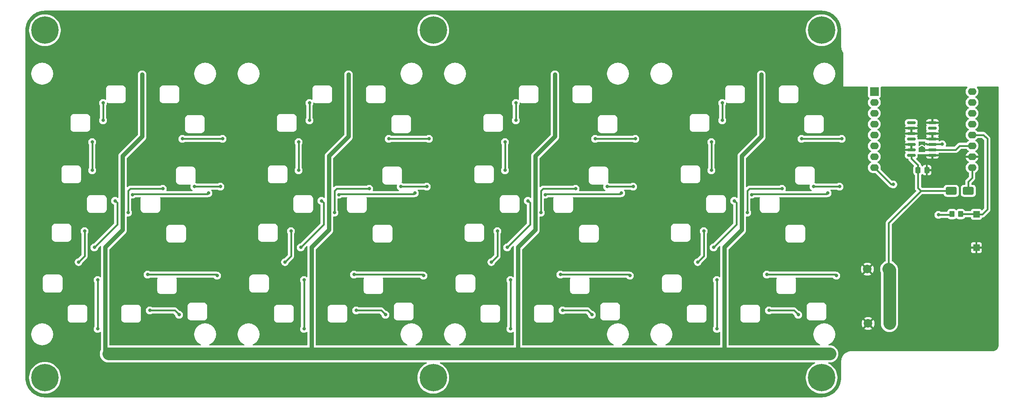
<source format=gbr>
%TF.GenerationSoftware,KiCad,Pcbnew,9.0.4*%
%TF.CreationDate,2025-08-31T21:09:01+02:00*%
%TF.ProjectId,n-teller-xl-diy,6e2d7465-6c6c-4657-922d-786c2d646979,1.0*%
%TF.SameCoordinates,Original*%
%TF.FileFunction,Copper,L1,Top*%
%TF.FilePolarity,Positive*%
%FSLAX46Y46*%
G04 Gerber Fmt 4.6, Leading zero omitted, Abs format (unit mm)*
G04 Created by KiCad (PCBNEW 9.0.4) date 2025-08-31 21:09:01*
%MOMM*%
%LPD*%
G01*
G04 APERTURE LIST*
G04 Aperture macros list*
%AMRoundRect*
0 Rectangle with rounded corners*
0 $1 Rounding radius*
0 $2 $3 $4 $5 $6 $7 $8 $9 X,Y pos of 4 corners*
0 Add a 4 corners polygon primitive as box body*
4,1,4,$2,$3,$4,$5,$6,$7,$8,$9,$2,$3,0*
0 Add four circle primitives for the rounded corners*
1,1,$1+$1,$2,$3*
1,1,$1+$1,$4,$5*
1,1,$1+$1,$6,$7*
1,1,$1+$1,$8,$9*
0 Add four rect primitives between the rounded corners*
20,1,$1+$1,$2,$3,$4,$5,0*
20,1,$1+$1,$4,$5,$6,$7,0*
20,1,$1+$1,$6,$7,$8,$9,0*
20,1,$1+$1,$8,$9,$2,$3,0*%
%AMFreePoly0*
4,1,6,1.000000,0.000000,0.500000,-0.750000,-0.500000,-0.750000,-0.500000,0.750000,0.500000,0.750000,1.000000,0.000000,1.000000,0.000000,$1*%
%AMFreePoly1*
4,1,6,0.500000,-0.750000,-0.650000,-0.750000,-0.150000,0.000000,-0.650000,0.750000,0.500000,0.750000,0.500000,-0.750000,0.500000,-0.750000,$1*%
G04 Aperture macros list end*
%TA.AperFunction,SMDPad,CuDef*%
%ADD10RoundRect,0.250000X1.000000X0.650000X-1.000000X0.650000X-1.000000X-0.650000X1.000000X-0.650000X0*%
%TD*%
%TA.AperFunction,ComponentPad*%
%ADD11RoundRect,0.250000X0.750000X0.750000X-0.750000X0.750000X-0.750000X-0.750000X0.750000X-0.750000X0*%
%TD*%
%TA.AperFunction,ComponentPad*%
%ADD12C,2.000000*%
%TD*%
%TA.AperFunction,SMDPad,CuDef*%
%ADD13RoundRect,0.250000X0.350000X0.450000X-0.350000X0.450000X-0.350000X-0.450000X0.350000X-0.450000X0*%
%TD*%
%TA.AperFunction,SMDPad,CuDef*%
%ADD14R,1.500000X1.500000*%
%TD*%
%TA.AperFunction,ComponentPad*%
%ADD15C,0.800000*%
%TD*%
%TA.AperFunction,ComponentPad*%
%ADD16C,6.400000*%
%TD*%
%TA.AperFunction,ComponentPad*%
%ADD17R,2.000000X2.000000*%
%TD*%
%TA.AperFunction,ComponentPad*%
%ADD18O,2.000000X1.600000*%
%TD*%
%TA.AperFunction,SMDPad,CuDef*%
%ADD19RoundRect,0.150000X0.825000X0.150000X-0.825000X0.150000X-0.825000X-0.150000X0.825000X-0.150000X0*%
%TD*%
%TA.AperFunction,SMDPad,CuDef*%
%ADD20RoundRect,0.250000X-0.337500X-0.475000X0.337500X-0.475000X0.337500X0.475000X-0.337500X0.475000X0*%
%TD*%
%TA.AperFunction,SMDPad,CuDef*%
%ADD21FreePoly0,90.000000*%
%TD*%
%TA.AperFunction,SMDPad,CuDef*%
%ADD22FreePoly1,90.000000*%
%TD*%
%TA.AperFunction,ViaPad*%
%ADD23C,0.800000*%
%TD*%
%TA.AperFunction,ViaPad*%
%ADD24C,1.600000*%
%TD*%
%TA.AperFunction,Conductor*%
%ADD25C,1.000000*%
%TD*%
%TA.AperFunction,Conductor*%
%ADD26C,0.440000*%
%TD*%
%TA.AperFunction,Conductor*%
%ADD27C,3.000000*%
%TD*%
G04 APERTURE END LIST*
D10*
%TO.P,D5,1,K*%
%TO.N,Net-(D5-K)*%
X125111000Y3082313D03*
%TO.P,D5,2,A*%
%TO.N,+5V*%
X121111000Y3082313D03*
%TD*%
D11*
%TO.P,C1,1*%
%TO.N,+5V*%
X106507677Y-15240000D03*
D12*
%TO.P,C1,2*%
%TO.N,GND*%
X101507677Y-15240000D03*
%TD*%
D13*
%TO.P,R1,1*%
%TO.N,Net-(U1-D3)*%
X123279000Y-2363687D03*
%TO.P,R1,2*%
%TO.N,+3.3V*%
X121279000Y-2363687D03*
%TD*%
D14*
%TO.P,SW1,1,1*%
%TO.N,GND*%
X127000000Y-10219000D03*
%TO.P,SW1,2,2*%
%TO.N,Net-(U1-D3)*%
X127000000Y-2419000D03*
%TD*%
D15*
%TO.P,H5,1,1*%
%TO.N,unconnected-(H5-Pad1)_2*%
X-2400000Y-40640000D03*
X-1697056Y-38942944D03*
X-1697056Y-42337056D03*
X0Y-38240000D03*
D16*
X0Y-40640000D03*
D15*
X0Y-43040000D03*
X1697056Y-38942944D03*
X1697056Y-42337056D03*
X2400000Y-40640000D03*
%TD*%
D17*
%TO.P,U1,1,~{RST}*%
%TO.N,unconnected-(U1-~{RST}-Pad1)*%
X103144000Y26307687D03*
D18*
%TO.P,U1,2,A0*%
%TO.N,/ADC*%
X103144000Y23767687D03*
%TO.P,U1,3,D0*%
%TO.N,unconnected-(U1-D0-Pad3)*%
X103144000Y21227687D03*
%TO.P,U1,4,SCK/D5*%
%TO.N,Net-(U1-SCK{slash}D5)*%
X103144000Y18687687D03*
%TO.P,U1,5,MISO/D6*%
%TO.N,Net-(U1-MISO{slash}D6)*%
X103144000Y16147687D03*
%TO.P,U1,6,MOSI/D7*%
%TO.N,Net-(U1-MOSI{slash}D7)*%
X103144000Y13607687D03*
%TO.P,U1,7,CS/D8*%
%TO.N,Net-(U1-CS{slash}D8)*%
X103144000Y11067687D03*
%TO.P,U1,8,3V3*%
%TO.N,+3.3V*%
X103144000Y8527687D03*
%TO.P,U1,9,5V*%
%TO.N,Net-(D5-K)*%
X126004000Y8527687D03*
%TO.P,U1,10,GND*%
%TO.N,GND*%
X126004000Y11067687D03*
%TO.P,U1,11,D4*%
%TO.N,DOUT_3V*%
X126004000Y13607687D03*
%TO.P,U1,12,D3*%
%TO.N,Net-(U1-D3)*%
X126004000Y16147687D03*
%TO.P,U1,13,SDA/D2*%
%TO.N,/SDA*%
X126004000Y18687687D03*
%TO.P,U1,14,SCL/D1*%
%TO.N,/SCL*%
X126004000Y21227687D03*
%TO.P,U1,15,RX*%
%TO.N,unconnected-(U1-RX-Pad15)*%
X126004000Y23767687D03*
%TO.P,U1,16,TX*%
%TO.N,unconnected-(U1-TX-Pad16)*%
X126004000Y26307687D03*
%TD*%
D19*
%TO.P,U2,1*%
%TO.N,GND*%
X116736000Y11397313D03*
%TO.P,U2,2*%
%TO.N,DOUT_3V*%
X116736000Y12667313D03*
%TO.P,U2,3*%
%TO.N,DOUT*%
X116736000Y13937313D03*
%TO.P,U2,4*%
%TO.N,GND*%
X116736000Y15207313D03*
%TO.P,U2,5*%
X116736000Y16477313D03*
%TO.P,U2,6*%
%TO.N,unconnected-(U2-Pad6)*%
X116736000Y17747313D03*
%TO.P,U2,7,GND*%
%TO.N,GND*%
X116736000Y19017313D03*
%TO.P,U2,8*%
%TO.N,unconnected-(U2-Pad8)*%
X111786000Y19017313D03*
%TO.P,U2,9*%
%TO.N,GND*%
X111786000Y17747313D03*
%TO.P,U2,10*%
X111786000Y16477313D03*
%TO.P,U2,11*%
%TO.N,unconnected-(U2-Pad11)*%
X111786000Y15207313D03*
%TO.P,U2,12*%
%TO.N,GND*%
X111786000Y13937313D03*
%TO.P,U2,13*%
X111786000Y12667313D03*
%TO.P,U2,14,VCC*%
%TO.N,+5V*%
X111786000Y11397313D03*
%TD*%
D15*
%TO.P,H3,1,1*%
%TO.N,unconnected-(H3-Pad1)_5*%
X-93205000Y40640000D03*
X-92502056Y42337056D03*
X-92502056Y38942944D03*
X-90805000Y43040000D03*
D16*
X-90805000Y40640000D03*
D15*
X-90805000Y38240000D03*
X-89107944Y42337056D03*
X-89107944Y38942944D03*
X-88405000Y40640000D03*
%TD*%
D11*
%TO.P,C2,1*%
%TO.N,+5V*%
X106680000Y-27940000D03*
D12*
%TO.P,C2,2*%
%TO.N,GND*%
X101680000Y-27940000D03*
%TD*%
D15*
%TO.P,H1,1,1*%
%TO.N,unconnected-(H1-Pad1)_1*%
X88405000Y-40640000D03*
X89107944Y-38942944D03*
X89107944Y-42337056D03*
X90805000Y-38240000D03*
D16*
X90805000Y-40640000D03*
D15*
X90805000Y-43040000D03*
X92502056Y-38942944D03*
X92502056Y-42337056D03*
X93205000Y-40640000D03*
%TD*%
D20*
%TO.P,C18,1*%
%TO.N,+5V*%
X113326500Y7917687D03*
%TO.P,C18,2*%
%TO.N,GND*%
X115401500Y7917687D03*
%TD*%
D15*
%TO.P,H2,1,1*%
%TO.N,unconnected-(H2-Pad1)_7*%
X-93205000Y-40640000D03*
X-92502056Y-38942944D03*
X-92502056Y-42337056D03*
X-90805000Y-38240000D03*
D16*
X-90805000Y-40640000D03*
D15*
X-90805000Y-43040000D03*
X-89107944Y-38942944D03*
X-89107944Y-42337056D03*
X-88405000Y-40640000D03*
%TD*%
%TO.P,H6,1,1*%
%TO.N,unconnected-(H6-Pad1)_7*%
X-2400000Y40640000D03*
X-1697056Y42337056D03*
X-1697056Y38942944D03*
X0Y43040000D03*
D16*
X0Y40640000D03*
D15*
X0Y38240000D03*
X1697056Y42337056D03*
X1697056Y38942944D03*
X2400000Y40640000D03*
%TD*%
D21*
%TO.P,JP1,1,A*%
%TO.N,DOUT_3V*%
X114261000Y12647000D03*
D22*
%TO.P,JP1,2,B*%
%TO.N,DOUT*%
X114261000Y14097000D03*
%TD*%
D15*
%TO.P,H4,1,1*%
%TO.N,unconnected-(H4-Pad1)_3*%
X88405000Y40640000D03*
X89107944Y42337056D03*
X89107944Y38942944D03*
X90805000Y43040000D03*
D16*
X90805000Y40640000D03*
D15*
X90805000Y38240000D03*
X92502056Y42337056D03*
X92502056Y38942944D03*
X93205000Y40640000D03*
%TD*%
D23*
%TO.N,+5V*%
X68072000Y-12192000D03*
X28448000Y30226000D03*
X68072000Y-24130000D03*
X-24384000Y3302000D03*
X-72644000Y9652000D03*
D24*
X84328000Y-35052000D03*
D23*
X68072000Y-21082000D03*
X-72644000Y6350000D03*
X22860000Y-7112000D03*
X26035000Y13335000D03*
X23876000Y6350000D03*
X-24384000Y9652000D03*
D24*
X86360000Y-35052000D03*
D23*
X-25400000Y-7112000D03*
X19812000Y-21082000D03*
X-28448000Y-30480000D03*
X23876000Y-3302000D03*
X-24384000Y-3302000D03*
X-28448000Y-21082000D03*
X68072000Y-16002000D03*
X28448000Y19050000D03*
X-72644000Y-4064000D03*
X-72644000Y3302000D03*
X28448000Y22352000D03*
X72136000Y9652000D03*
X74295000Y13335000D03*
D24*
X90424000Y-35052000D03*
D23*
X23876000Y9652000D03*
D24*
X92456000Y-35052000D03*
D23*
X-19812000Y22352000D03*
X-76708000Y-21082000D03*
X-76708000Y-30480000D03*
X72136000Y6350000D03*
X-19812000Y19050000D03*
X-72644000Y-3302000D03*
X72136000Y-4064000D03*
X19812000Y-12192000D03*
X-76708000Y-24130000D03*
X76708000Y27686000D03*
X68072000Y-30480000D03*
X-68072000Y22352000D03*
X-24384000Y6350000D03*
X-70485000Y13335000D03*
X76708000Y22352000D03*
X-22225000Y13335000D03*
X-28448000Y-24130000D03*
X-28448000Y-16002000D03*
X72136000Y-3302000D03*
X19812000Y-24130000D03*
X-68072000Y19050000D03*
X-19812000Y27686000D03*
D24*
X88392000Y-35052000D03*
D23*
X71120000Y-7112000D03*
X-68072000Y27686000D03*
X-76708000Y-12192000D03*
X19812000Y-16002000D03*
X-68072000Y30226000D03*
X76708000Y19050000D03*
X-28448000Y-12192000D03*
X-76708000Y-16002000D03*
X23876000Y3302000D03*
X-24384000Y-4064000D03*
X23876000Y-4064000D03*
X28448000Y27686000D03*
X-19812000Y30226000D03*
X19812000Y-30480000D03*
X72136000Y3302000D03*
X-73660000Y-7112000D03*
X76708000Y30226000D03*
%TO.N,GND*%
X109220000Y-21844000D03*
X-31750000Y23622000D03*
X-13716000Y10033000D03*
X24892000Y30226000D03*
X-86614000Y16256000D03*
X82804000Y3556000D03*
X13462000Y-11430000D03*
X-90932000Y-10160000D03*
X-61976000Y10033000D03*
X-29718000Y18288000D03*
X-18288000Y20828000D03*
X-80518000Y-21844000D03*
X83312000Y1016000D03*
X-37084000Y28956000D03*
X-70866000Y7874000D03*
X36576000Y-21336000D03*
X-75946000Y4572000D03*
X35560000Y-26416000D03*
X21336000Y-27686000D03*
X-52578000Y-17780000D03*
X-26416000Y-15748000D03*
X123952000Y12446000D03*
X21844000Y-22352000D03*
X69596000Y-25146000D03*
X16256000Y-19304000D03*
X-85344000Y28956000D03*
X-35814000Y-8890000D03*
X-19812000Y-13208000D03*
X-36576000Y-28956000D03*
X43942000Y-15240000D03*
X-66294000Y26162000D03*
X89408000Y11176000D03*
X-57404000Y-2286000D03*
X-9398000Y-19304000D03*
X-53340000Y6096000D03*
X46101000Y20193000D03*
X-20066000Y-28956000D03*
X92710000Y11176000D03*
X110490000Y8890000D03*
X-4572000Y16510000D03*
X-4318000Y-15240000D03*
X69596000Y-19812000D03*
X91948000Y16510000D03*
X-18034000Y26162000D03*
X76454000Y-32004000D03*
X-65532000Y28956000D03*
X-50419000Y20193000D03*
X58166000Y-30480000D03*
X82042000Y-11430000D03*
X70866000Y-13208000D03*
X-68326000Y-28956000D03*
X-71120000Y10668000D03*
X66294000Y-14224000D03*
X73152000Y30226000D03*
X-7112000Y11176000D03*
X-62738000Y-23622000D03*
X81026000Y-2032000D03*
X-51308000Y23368000D03*
X-21590000Y16510000D03*
X-27686000Y20066000D03*
X-16510000Y-7366000D03*
X-75184000Y-19812000D03*
X29972000Y20828000D03*
X28448000Y-13208000D03*
X-32004000Y6350000D03*
X-32258000Y-21844000D03*
X-68072000Y-21082000D03*
X119634000Y-4064000D03*
X122428000Y14478000D03*
X84836000Y21082000D03*
X34544000Y3556000D03*
X-21590000Y24892000D03*
X-43180000Y7112000D03*
X32766000Y-2032000D03*
X-11684000Y-21336000D03*
X64770000Y23622000D03*
X-74676000Y-15748000D03*
X64262000Y-21844000D03*
X68961000Y-1905000D03*
X59436000Y28956000D03*
X58420000Y-13970000D03*
X-68072000Y-15748000D03*
X-61976000Y3556000D03*
X43942000Y-20574000D03*
X45593000Y2540000D03*
X16510000Y23622000D03*
X78740000Y23622000D03*
X-50927000Y2540000D03*
X-38100000Y-13970000D03*
X18542000Y18288000D03*
X82804000Y10033000D03*
X109220000Y1016000D03*
X-55880000Y-4826000D03*
X12446000Y-8890000D03*
X-59182000Y27940000D03*
X-69088000Y-2159000D03*
X-86106000Y-20828000D03*
X-27432000Y2032000D03*
X64516000Y6350000D03*
X78232000Y20828000D03*
X-75184000Y-27686000D03*
X-46228000Y-20574000D03*
X93472000Y23368000D03*
X28194000Y-28956000D03*
X30226000Y26162000D03*
X-53975000Y1016000D03*
X-41402000Y4826000D03*
X76708000Y-15748000D03*
X-49784000Y25908000D03*
X22098000Y10922000D03*
X-20066000Y-32004000D03*
X-37846000Y-20828000D03*
X-52832000Y-1397000D03*
X79248000Y28956000D03*
X-74422000Y10922000D03*
X-7620000Y-4826000D03*
X-86360000Y-13970000D03*
X11684000Y-28956000D03*
X-62738000Y-11430000D03*
X-12700000Y-26416000D03*
X84074000Y12446000D03*
X93853000Y2540000D03*
X-29718000Y-6604000D03*
X-26162000Y7620000D03*
X-78486000Y-30988000D03*
X82042000Y-23622000D03*
X66802000Y18288000D03*
X74930000Y24892000D03*
X70358000Y7620000D03*
X36830000Y-10414000D03*
X-80264000Y-19304000D03*
X80010000Y-7366000D03*
X28448000Y-21082000D03*
X60706000Y-2032000D03*
X85090000Y-15240000D03*
X66802000Y-6604000D03*
X99314000Y2794000D03*
X74930000Y16510000D03*
X-14478000Y-23622000D03*
X85090000Y-10414000D03*
X73660000Y10668000D03*
X-73914000Y-13208000D03*
X-22860000Y10668000D03*
X39370000Y25146000D03*
X-19812000Y-21082000D03*
X-30226000Y-30988000D03*
X-91440000Y7112000D03*
X70104000Y-22352000D03*
X-38354000Y16256000D03*
X-14478000Y-11430000D03*
X-80264000Y-27940000D03*
X-66548000Y20828000D03*
X22606000Y-13208000D03*
X21336000Y-19812000D03*
X94234000Y-25908000D03*
X16002000Y-21844000D03*
X-57658000Y-19304000D03*
X36576000Y21082000D03*
X53340000Y7112000D03*
X-69850000Y16510000D03*
X-12446000Y12446000D03*
X97536000Y-28956000D03*
X108712000Y-33274000D03*
X5588000Y-10160000D03*
X-2159000Y20193000D03*
X-19812000Y-15748000D03*
X90805000Y1016000D03*
X87376000Y-2286000D03*
X55118000Y4826000D03*
X-11684000Y21082000D03*
X30988000Y28956000D03*
X22098000Y7620000D03*
X-20828000Y-2159000D03*
X-78486000Y-14224000D03*
X9906000Y-30480000D03*
X-83058000Y-11430000D03*
X94361000Y20193000D03*
X80518000Y-4572000D03*
X78486000Y26162000D03*
X43180000Y23114000D03*
X-44704000Y-16256000D03*
X40894000Y-7620000D03*
X-92964000Y-16256000D03*
X91440000Y23114000D03*
X31750000Y-7366000D03*
X-53340000Y23114000D03*
X111506000Y-1270000D03*
X-52578000Y-20574000D03*
X-8890000Y25146000D03*
X-64262000Y-4572000D03*
X78740000Y-26416000D03*
X18034000Y-30988000D03*
X-63754000Y-2032000D03*
X10160000Y-13970000D03*
X-71628000Y30226000D03*
X38862000Y-19304000D03*
X70104000Y-15748000D03*
X75692000Y-2159000D03*
X70358000Y10922000D03*
X-94488000Y-20574000D03*
X115824000Y1524000D03*
X16256000Y-27940000D03*
X-26162000Y10922000D03*
X69088000Y2032000D03*
X-68326000Y-32004000D03*
X-4318000Y-17780000D03*
X-74676000Y-22352000D03*
X-82042000Y10922000D03*
X36830000Y-15240000D03*
X-35814000Y16256000D03*
X30480000Y23622000D03*
X35814000Y12446000D03*
X76708000Y-13208000D03*
X43180000Y6096000D03*
X-11430000Y-15240000D03*
X-59690000Y-10414000D03*
X66294000Y-30988000D03*
X-17780000Y23622000D03*
X5080000Y7112000D03*
X28956000Y13970000D03*
X-2667000Y2540000D03*
X95758000Y11430000D03*
X-59690000Y-15240000D03*
X43942000Y-17780000D03*
X20574000Y20066000D03*
X18542000Y-6604000D03*
X92202000Y-15240000D03*
X76454000Y-28956000D03*
X-75819000Y-1905000D03*
X25654000Y7874000D03*
X25400000Y10668000D03*
X-80264000Y6350000D03*
X106375000Y25908000D03*
X-30226000Y-14224000D03*
X-86614000Y-30480000D03*
X-50546000Y-25908000D03*
X61722000Y-11430000D03*
X60706000Y16256000D03*
X58166000Y16256000D03*
X42545000Y1016000D03*
X39116000Y-2286000D03*
X-4572000Y-1397000D03*
X-1524000Y25908000D03*
X87630000Y25146000D03*
X20574000Y4572000D03*
X-60960000Y-26416000D03*
X-67564000Y13970000D03*
X-94742000Y-11430000D03*
X116586000Y4318000D03*
X21336000Y-25146000D03*
X76708000Y-21082000D03*
X43688000Y-1397000D03*
X-16002000Y-4572000D03*
X-64770000Y-7366000D03*
X88900000Y-4826000D03*
X112014000Y3048000D03*
X-80010000Y23622000D03*
X-77978000Y-6604000D03*
X87122000Y-19304000D03*
X-35814000Y-2032000D03*
X45212000Y23368000D03*
X-77978000Y18288000D03*
X-7366000Y-7620000D03*
X44450000Y11176000D03*
X-89662000Y4826000D03*
X2032000Y-20574000D03*
X30480000Y-26416000D03*
X-25654000Y-13208000D03*
X14478000Y10922000D03*
X84836000Y-21336000D03*
X50038000Y-11430000D03*
X-22606000Y7874000D03*
X-42672000Y-10160000D03*
X-84836000Y-28956000D03*
X99060000Y17272000D03*
X60706000Y-8890000D03*
X-38354000Y-30480000D03*
X10414000Y-20828000D03*
X6858000Y4826000D03*
X22352000Y-10160000D03*
X-59944000Y21082000D03*
X77216000Y13970000D03*
X-34798000Y-11430000D03*
X11176000Y28956000D03*
X-75692000Y2032000D03*
X33782000Y-11430000D03*
X-66040000Y23622000D03*
X64516000Y-27940000D03*
X53848000Y-10160000D03*
X-46482000Y-11430000D03*
X33782000Y-23622000D03*
X99060000Y26162000D03*
X-52578000Y-15240000D03*
X91440000Y6096000D03*
X85598000Y30226000D03*
X-59944000Y-21336000D03*
X-10922000Y30226000D03*
X-15494000Y-2032000D03*
X20701000Y-1905000D03*
X62738000Y10922000D03*
X12446000Y-2032000D03*
X58674000Y-20828000D03*
X9906000Y16256000D03*
X43688000Y16510000D03*
X91948000Y-1397000D03*
X28448000Y-15748000D03*
X-74168000Y-10160000D03*
X-17780000Y-26416000D03*
X83312000Y-43180000D03*
X128270000Y14478000D03*
X104902000Y-8382000D03*
X-52832000Y16510000D03*
X-26416000Y-22352000D03*
X51816000Y-16256000D03*
X26670000Y24892000D03*
X-52070000Y11176000D03*
X92202000Y-20574000D03*
X37338000Y30226000D03*
X-75184000Y-25146000D03*
X-61468000Y1016000D03*
X-32004000Y-27940000D03*
X12446000Y16256000D03*
X94996000Y25908000D03*
X-27686000Y4572000D03*
X18034000Y-14224000D03*
X68834000Y20066000D03*
X-13716000Y3556000D03*
X-13208000Y1016000D03*
X64516000Y-19304000D03*
X83820000Y-26416000D03*
X-11430000Y-10414000D03*
X59944000Y-28956000D03*
X-75946000Y20066000D03*
X27432000Y-2159000D03*
X-69850000Y24892000D03*
X34544000Y10033000D03*
X26670000Y16510000D03*
X45974000Y-25908000D03*
X16256000Y6350000D03*
X50292000Y-20574000D03*
X107696000Y-8636000D03*
X-5715000Y1016000D03*
X-27559000Y-1905000D03*
X-68072000Y-13208000D03*
X-5080000Y6096000D03*
X70612000Y-10160000D03*
X-66040000Y-26416000D03*
X-9144000Y-2286000D03*
X-26924000Y-25146000D03*
X-26924000Y-27686000D03*
X68834000Y4572000D03*
X-74422000Y7620000D03*
X-33782000Y10922000D03*
X32258000Y-4572000D03*
X69596000Y-27686000D03*
X108204000Y11430000D03*
X123698000Y26416000D03*
X35052000Y1016000D03*
X21844000Y-15748000D03*
X-4318000Y-20574000D03*
X41148000Y11176000D03*
X-3048000Y23368000D03*
X-84074000Y-2032000D03*
X37338000Y27940000D03*
X46736000Y25908000D03*
X-32004000Y-19304000D03*
X-60706000Y12446000D03*
X-57150000Y25146000D03*
X-26924000Y-19812000D03*
X28194000Y-32004000D03*
X-25908000Y-10160000D03*
X-55626000Y-7620000D03*
X85598000Y27940000D03*
X-84074000Y-8890000D03*
X-2286000Y-25908000D03*
X89154000Y-7620000D03*
X-23368000Y30226000D03*
X3556000Y-16256000D03*
X-5080000Y23114000D03*
X1778000Y-11430000D03*
X-59182000Y30226000D03*
X92202000Y-17780000D03*
X-55372000Y11176000D03*
X40640000Y-4826000D03*
X73914000Y7874000D03*
X103632000Y-21336000D03*
X-17272000Y28956000D03*
X-84074000Y16256000D03*
X-3810000Y11176000D03*
X-19304000Y13970000D03*
X128524000Y26162000D03*
X20828000Y2032000D03*
X-10922000Y27940000D03*
%TO.N,DOUT*%
X118999000Y13970000D03*
%TO.N,Net-(D1A1-DOUT)*%
X67564000Y19558000D03*
X67564000Y23622000D03*
%TO.N,Net-(D1A2-DIN)*%
X86106000Y15240000D03*
X95504000Y15240000D03*
%TO.N,Net-(D1B1-DIN)*%
X94996000Y4064000D03*
X88900000Y4064000D03*
%TO.N,Net-(D1B2-DIN)*%
X92202000Y2540000D03*
X74422000Y2178000D03*
%TO.N,Net-(D1C2-DOUT)*%
X94234000Y-16764000D03*
X77978000Y-16510000D03*
%TO.N,Net-(D1D1-DOUT)*%
X66294000Y-17780000D03*
X66294000Y-29210000D03*
%TO.N,Net-(D1E1-DOUT)*%
X65532000Y-10160000D03*
X70370000Y750000D03*
%TO.N,Net-(D1D2-DIN)*%
X85344000Y-25910000D03*
X78486000Y-24892000D03*
%TO.N,Net-(D1F1-DOUT)*%
X65024000Y14478000D03*
X65024000Y7874000D03*
%TO.N,Net-(D1E1-DIN)*%
X61849000Y-13589000D03*
X63246000Y-6350000D03*
%TO.N,Net-(D1G1-DOUT)*%
X73406000Y-2032000D03*
X81534000Y3556000D03*
%TO.N,+3.3V*%
X118110000Y-2540000D03*
X107569000Y4572000D03*
%TO.N,Net-(D2A1-DOUT)*%
X19304000Y19558000D03*
X19304000Y23622000D03*
%TO.N,Net-(D2A2-DIN)*%
X47244000Y15240000D03*
X37846000Y15240000D03*
%TO.N,Net-(D2B1-DIN)*%
X40640000Y4064000D03*
X46736000Y4064000D03*
%TO.N,Net-(D2B2-DIN)*%
X26162000Y2178000D03*
X43942000Y2540000D03*
%TO.N,Net-(D2C2-DOUT)*%
X45974000Y-16764000D03*
X29718000Y-16510000D03*
%TO.N,Net-(D2D1-DOUT)*%
X18034000Y-29210000D03*
X18034000Y-17780000D03*
%TO.N,Net-(D2E1-DOUT)*%
X22110000Y750000D03*
X17272000Y-10160000D03*
%TO.N,Net-(D2D2-DIN)*%
X37084000Y-25910000D03*
X30226000Y-24892000D03*
%TO.N,Net-(D2F1-DOUT)*%
X16764000Y14478000D03*
X16764000Y7874000D03*
%TO.N,Net-(D3A1-DOUT)*%
X-28956000Y23622000D03*
X-28956000Y19558000D03*
%TO.N,Net-(D2E1-DIN)*%
X14986000Y-6350000D03*
X13589000Y-13589000D03*
%TO.N,Net-(D3A2-DIN)*%
X-10414000Y15240000D03*
X-1016000Y15240000D03*
%TO.N,Net-(D3B1-DIN)*%
X-7620000Y4064000D03*
X-1524000Y4064000D03*
%TO.N,Net-(D3C2-DOUT)*%
X-2286000Y-16764000D03*
X-18542000Y-16510000D03*
%TO.N,Net-(D3D1-DOUT)*%
X-30226000Y-17780000D03*
X-30226000Y-29210000D03*
%TO.N,Net-(D3B2-DIN)*%
X-22098000Y2178000D03*
X-4318000Y2540000D03*
%TO.N,Net-(D3E1-DOUT)*%
X-26150000Y750000D03*
X-30988000Y-10160000D03*
%TO.N,Net-(D3F1-DOUT)*%
X-31496000Y14478000D03*
X-31496000Y7874000D03*
%TO.N,Net-(D3D2-DIN)*%
X-18034000Y-24892000D03*
X-11176000Y-25910000D03*
%TO.N,Net-(D3G1-DOUT)*%
X-14986000Y3556000D03*
X-23114000Y-2032000D03*
%TO.N,Net-(D3E1-DIN)*%
X-34671000Y-13589000D03*
X-33274000Y-6350000D03*
%TO.N,Net-(D2G1-DOUT)*%
X33274000Y3556000D03*
X25146000Y-2032000D03*
%TO.N,Net-(D4A1-DOUT)*%
X-77216000Y19558000D03*
X-77216000Y23622000D03*
%TO.N,Net-(D4A2-DIN)*%
X-49276000Y15240000D03*
X-58674000Y15240000D03*
%TO.N,Net-(D4B1-DIN)*%
X-55880000Y4064000D03*
X-49784000Y4064000D03*
%TO.N,Net-(D4B2-DIN)*%
X-70358000Y2178000D03*
X-52578000Y2540000D03*
%TO.N,Net-(D4C2-DOUT)*%
X-66802000Y-16510000D03*
X-50546000Y-16764000D03*
%TO.N,Net-(D4D1-DOUT)*%
X-78486000Y-29210000D03*
X-78486000Y-17780000D03*
%TO.N,Net-(D4E1-DOUT)*%
X-74410000Y750000D03*
X-79248000Y-10160000D03*
%TO.N,Net-(D4D2-DIN)*%
X-66294000Y-24892000D03*
X-59436000Y-25910000D03*
%TO.N,Net-(D4F1-DOUT)*%
X-79756000Y7874000D03*
X-79756000Y14478000D03*
%TO.N,Net-(D4E1-DIN)*%
X-81534000Y-6350000D03*
X-82931000Y-13589000D03*
%TO.N,Net-(D4G1-DOUT)*%
X-71374000Y-2032000D03*
X-63246000Y3556000D03*
%TD*%
D25*
%TO.N,+5V*%
X-28448000Y-34925000D02*
X-28575000Y-35052000D01*
X72136000Y9652000D02*
X72136000Y6350000D01*
X72136000Y9652000D02*
X72136000Y11176000D01*
X68072000Y-21082000D02*
X68072000Y-18796000D01*
X-72644000Y11176000D02*
X-70485000Y13335000D01*
X-28448000Y-16002000D02*
X-28448000Y-12192000D01*
X23876000Y-6096000D02*
X22860000Y-7112000D01*
X23876000Y-4064000D02*
X23876000Y-3302000D01*
X-76708000Y-21082000D02*
X-76708000Y-24130000D01*
X19812000Y-18796000D02*
X19812000Y-16002000D01*
X-25400000Y-7112000D02*
X-28448000Y-10160000D01*
X72136000Y11176000D02*
X74295000Y13335000D01*
X-24384000Y3302000D02*
X-24384000Y6350000D01*
X-24384000Y3302000D02*
X-24384000Y-3302000D01*
X-68072000Y27686000D02*
X-68072000Y22352000D01*
X-19812000Y19050000D02*
X-19812000Y15748000D01*
X19812000Y-10160000D02*
X19812000Y-12192000D01*
D26*
X114011687Y3082313D02*
X114046000Y3082313D01*
D25*
X76708000Y22352000D02*
X76708000Y19050000D01*
X72136000Y-6096000D02*
X71120000Y-7112000D01*
X-76708000Y-18796000D02*
X-76708000Y-16002000D01*
X-68072000Y30226000D02*
X-68072000Y27686000D01*
X76708000Y19050000D02*
X76708000Y15748000D01*
X-72644000Y-4064000D02*
X-72644000Y-6096000D01*
X-76708000Y-21082000D02*
X-76708000Y-18796000D01*
X28448000Y22352000D02*
X28448000Y19050000D01*
X-28448000Y-18796000D02*
X-28448000Y-16002000D01*
X28448000Y15748000D02*
X26035000Y13335000D01*
X-24384000Y-4064000D02*
X-24384000Y-3302000D01*
D26*
X113326500Y7917687D02*
X113326500Y3767500D01*
D25*
X23876000Y11176000D02*
X26035000Y13335000D01*
X72136000Y-4064000D02*
X72136000Y-3302000D01*
X-19812000Y27686000D02*
X-19812000Y22352000D01*
X-24384000Y-6096000D02*
X-25400000Y-7112000D01*
X-72644000Y9652000D02*
X-72644000Y6350000D01*
X72136000Y-4064000D02*
X72136000Y-6096000D01*
X-72644000Y-4064000D02*
X-72644000Y-3302000D01*
D27*
X19685000Y-35052000D02*
X-28575000Y-35052000D01*
D25*
X-19812000Y30226000D02*
X-19812000Y27686000D01*
X28448000Y30226000D02*
X28448000Y27686000D01*
X23876000Y9652000D02*
X23876000Y11176000D01*
X76708000Y15748000D02*
X74295000Y13335000D01*
X-72644000Y-6096000D02*
X-73660000Y-7112000D01*
X76708000Y27686000D02*
X76708000Y22352000D01*
X-76708000Y-30480000D02*
X-76708000Y-34290000D01*
X-73660000Y-7112000D02*
X-76708000Y-10160000D01*
X-68072000Y19050000D02*
X-68072000Y15748000D01*
X19812000Y-30480000D02*
X19812000Y-34925000D01*
D27*
X84328000Y-35052000D02*
X68199000Y-35052000D01*
D25*
X-28448000Y-21082000D02*
X-28448000Y-24130000D01*
D26*
X111786000Y10642000D02*
X113326500Y9101500D01*
D25*
X-68072000Y15748000D02*
X-70485000Y13335000D01*
X72136000Y3302000D02*
X72136000Y-3302000D01*
D26*
X106507677Y-4456010D02*
X106507677Y-15240000D01*
D27*
X106680000Y-15412323D02*
X106507677Y-15240000D01*
D25*
X72136000Y3302000D02*
X72136000Y6350000D01*
X-24384000Y-4064000D02*
X-24384000Y-6096000D01*
X-19812000Y22352000D02*
X-19812000Y19050000D01*
X23876000Y-4064000D02*
X23876000Y-6096000D01*
X68072000Y-30480000D02*
X68072000Y-34925000D01*
X76708000Y30226000D02*
X76708000Y27686000D01*
X-76708000Y-24130000D02*
X-76708000Y-30480000D01*
X-76708000Y-34290000D02*
X-75946000Y-35052000D01*
X-72644000Y9652000D02*
X-72644000Y11176000D01*
X71120000Y-7112000D02*
X68072000Y-10160000D01*
X19812000Y-16002000D02*
X19812000Y-12192000D01*
X-28448000Y-24130000D02*
X-28448000Y-30480000D01*
X-24384000Y9652000D02*
X-24384000Y11176000D01*
X19812000Y-34925000D02*
X19685000Y-35052000D01*
X68072000Y-21082000D02*
X68072000Y-24130000D01*
X28448000Y27686000D02*
X28448000Y22352000D01*
X28448000Y19050000D02*
X28448000Y15748000D01*
X23876000Y3302000D02*
X23876000Y-3302000D01*
X-28448000Y-30480000D02*
X-28448000Y-34925000D01*
D27*
X106680000Y-27940000D02*
X106680000Y-15412323D01*
D25*
X68072000Y-16002000D02*
X68072000Y-12192000D01*
D26*
X114046000Y3082313D02*
X106507677Y-4456010D01*
X111786000Y11397313D02*
X111786000Y10642000D01*
D25*
X-24384000Y11176000D02*
X-22225000Y13335000D01*
X-72644000Y3302000D02*
X-72644000Y-3302000D01*
X-76708000Y-16002000D02*
X-76708000Y-12192000D01*
X68072000Y-10160000D02*
X68072000Y-12192000D01*
X-72644000Y3302000D02*
X-72644000Y6350000D01*
D27*
X84328000Y-35052000D02*
X92710000Y-35052000D01*
D25*
X-28448000Y-21082000D02*
X-28448000Y-18796000D01*
X23876000Y9652000D02*
X23876000Y6350000D01*
X68072000Y-18796000D02*
X68072000Y-16002000D01*
X19812000Y-21082000D02*
X19812000Y-24130000D01*
X-19812000Y15748000D02*
X-22225000Y13335000D01*
D26*
X114046000Y3082313D02*
X121111000Y3082313D01*
D27*
X-28575000Y-35052000D02*
X-75946000Y-35052000D01*
D25*
X-68072000Y22352000D02*
X-68072000Y19050000D01*
X68072000Y-34925000D02*
X68199000Y-35052000D01*
X23876000Y3302000D02*
X23876000Y6350000D01*
X68072000Y-24130000D02*
X68072000Y-30480000D01*
D26*
X113326500Y3767500D02*
X114011687Y3082313D01*
D25*
X22860000Y-7112000D02*
X19812000Y-10160000D01*
X-28448000Y-10160000D02*
X-28448000Y-12192000D01*
D27*
X68199000Y-35052000D02*
X19685000Y-35052000D01*
D25*
X19812000Y-21082000D02*
X19812000Y-18796000D01*
X-76708000Y-10160000D02*
X-76708000Y-12192000D01*
X19812000Y-24130000D02*
X19812000Y-30480000D01*
X-24384000Y9652000D02*
X-24384000Y6350000D01*
D26*
X113326500Y9101500D02*
X113326500Y7917687D01*
%TO.N,DOUT*%
X115316000Y14097000D02*
X115475687Y13937313D01*
X116768687Y13970000D02*
X116736000Y13937313D01*
X118999000Y13970000D02*
X116768687Y13970000D01*
X115475687Y13937313D02*
X116736000Y13937313D01*
X114261000Y14097000D02*
X115316000Y14097000D01*
%TO.N,Net-(D1A1-DOUT)*%
X67564000Y23622000D02*
X67564000Y19558000D01*
%TO.N,Net-(D1A2-DIN)*%
X95504000Y15240000D02*
X86106000Y15240000D01*
%TO.N,Net-(D1B1-DIN)*%
X88900000Y4064000D02*
X94996000Y4064000D01*
%TO.N,Net-(D1B2-DIN)*%
X92202000Y2540000D02*
X91983000Y2321000D01*
X74565000Y2321000D02*
X74422000Y2178000D01*
X91983000Y2321000D02*
X74565000Y2321000D01*
%TO.N,Net-(D1C2-DOUT)*%
X93980000Y-16510000D02*
X94234000Y-16764000D01*
X77978000Y-16510000D02*
X93980000Y-16510000D01*
%TO.N,Net-(D1D1-DOUT)*%
X66294000Y-17780000D02*
X66294000Y-29210000D01*
%TO.N,Net-(D1E1-DOUT)*%
X70866000Y-4826000D02*
X70866000Y254000D01*
X65532000Y-10160000D02*
X70866000Y-4826000D01*
X70866000Y254000D02*
X70370000Y750000D01*
%TO.N,Net-(D1D2-DIN)*%
X84326000Y-24892000D02*
X78486000Y-24892000D01*
X85344000Y-25910000D02*
X84326000Y-24892000D01*
%TO.N,Net-(D1F1-DOUT)*%
X65024000Y7874000D02*
X65024000Y14478000D01*
%TO.N,Net-(D1E1-DIN)*%
X63246000Y-6350000D02*
X63246000Y-12192000D01*
X63246000Y-12192000D02*
X61849000Y-13589000D01*
%TO.N,Net-(D1G1-DOUT)*%
X73406000Y3048000D02*
X73406000Y-2032000D01*
X81534000Y3556000D02*
X73914000Y3556000D01*
X73914000Y3556000D02*
X73406000Y3048000D01*
%TO.N,Net-(U1-D3)*%
X123279000Y-2363687D02*
X126944687Y-2363687D01*
X128632313Y16147687D02*
X126004000Y16147687D01*
X127000000Y-2419000D02*
X128391000Y-2419000D01*
X129540000Y15240000D02*
X128632313Y16147687D01*
X129540000Y-1270000D02*
X129540000Y15240000D01*
X128391000Y-2419000D02*
X129540000Y-1270000D01*
X126944687Y-2363687D02*
X127000000Y-2419000D01*
%TO.N,+3.3V*%
X121102687Y-2540000D02*
X121279000Y-2363687D01*
X118110000Y-2540000D02*
X121102687Y-2540000D01*
X107569000Y4572000D02*
X107099687Y4572000D01*
X107099687Y4572000D02*
X103144000Y8527687D01*
%TO.N,DOUT_3V*%
X123081687Y13607687D02*
X126004000Y13607687D01*
X116736000Y12667313D02*
X122141313Y12667313D01*
X114281313Y12667313D02*
X114261000Y12647000D01*
X122141313Y12667313D02*
X123081687Y13607687D01*
X116736000Y12667313D02*
X114281313Y12667313D01*
%TO.N,Net-(D5-K)*%
X125111000Y3082313D02*
X125111000Y5223000D01*
X126004000Y6116000D02*
X126004000Y8527686D01*
X125111000Y5223000D02*
X126004000Y6116000D01*
%TO.N,Net-(D2A1-DOUT)*%
X19304000Y23622000D02*
X19304000Y19558000D01*
%TO.N,Net-(D2A2-DIN)*%
X47244000Y15240000D02*
X37846000Y15240000D01*
%TO.N,Net-(D2B1-DIN)*%
X40640000Y4064000D02*
X46736000Y4064000D01*
%TO.N,Net-(D2B2-DIN)*%
X26305000Y2321000D02*
X26162000Y2178000D01*
X43942000Y2540000D02*
X43723000Y2321000D01*
X43723000Y2321000D02*
X26305000Y2321000D01*
%TO.N,Net-(D2C2-DOUT)*%
X29718000Y-16510000D02*
X45720000Y-16510000D01*
X45720000Y-16510000D02*
X45974000Y-16764000D01*
%TO.N,Net-(D2D1-DOUT)*%
X18034000Y-17780000D02*
X18034000Y-29210000D01*
%TO.N,Net-(D2E1-DOUT)*%
X22606000Y254000D02*
X22110000Y750000D01*
X22606000Y-4826000D02*
X22606000Y254000D01*
X17272000Y-10160000D02*
X22606000Y-4826000D01*
%TO.N,Net-(D2D2-DIN)*%
X36066000Y-24892000D02*
X30226000Y-24892000D01*
X37084000Y-25910000D02*
X36066000Y-24892000D01*
%TO.N,Net-(D2F1-DOUT)*%
X16764000Y7874000D02*
X16764000Y14478000D01*
%TO.N,Net-(D3A1-DOUT)*%
X-28956000Y23622000D02*
X-28956000Y19558000D01*
%TO.N,Net-(D2E1-DIN)*%
X14986000Y-12192000D02*
X13589000Y-13589000D01*
X14986000Y-6350000D02*
X14986000Y-12192000D01*
%TO.N,Net-(D3A2-DIN)*%
X-1016000Y15240000D02*
X-10414000Y15240000D01*
%TO.N,Net-(D3B1-DIN)*%
X-7620000Y4064000D02*
X-1524000Y4064000D01*
%TO.N,Net-(D3C2-DOUT)*%
X-2540000Y-16510000D02*
X-2286000Y-16764000D01*
X-18542000Y-16510000D02*
X-2540000Y-16510000D01*
%TO.N,Net-(D3D1-DOUT)*%
X-30226000Y-17780000D02*
X-30226000Y-29210000D01*
%TO.N,Net-(D3B2-DIN)*%
X-4318000Y2540000D02*
X-4537000Y2321000D01*
X-4537000Y2321000D02*
X-21955000Y2321000D01*
X-21955000Y2321000D02*
X-22098000Y2178000D01*
%TO.N,Net-(D3E1-DOUT)*%
X-25654000Y254000D02*
X-26150000Y750000D01*
X-25654000Y-4826000D02*
X-25654000Y254000D01*
X-30988000Y-10160000D02*
X-25654000Y-4826000D01*
%TO.N,Net-(D3F1-DOUT)*%
X-31496000Y7874000D02*
X-31496000Y14478000D01*
%TO.N,Net-(D3D2-DIN)*%
X-12194000Y-24892000D02*
X-18034000Y-24892000D01*
X-11176000Y-25910000D02*
X-12194000Y-24892000D01*
%TO.N,Net-(D3G1-DOUT)*%
X-23114000Y3048000D02*
X-23114000Y-2032000D01*
X-22606000Y3556000D02*
X-23114000Y3048000D01*
X-14986000Y3556000D02*
X-22606000Y3556000D01*
%TO.N,Net-(D3E1-DIN)*%
X-33274000Y-12192000D02*
X-34671000Y-13589000D01*
X-33274000Y-6350000D02*
X-33274000Y-12192000D01*
%TO.N,Net-(D2G1-DOUT)*%
X25146000Y3048000D02*
X25146000Y-2032000D01*
X33274000Y3556000D02*
X25654000Y3556000D01*
X25654000Y3556000D02*
X25146000Y3048000D01*
%TO.N,Net-(D4A1-DOUT)*%
X-77216000Y23622000D02*
X-77216000Y19558000D01*
%TO.N,Net-(D4A2-DIN)*%
X-49276000Y15240000D02*
X-58674000Y15240000D01*
%TO.N,Net-(D4B1-DIN)*%
X-55880000Y4064000D02*
X-49784000Y4064000D01*
%TO.N,Net-(D4B2-DIN)*%
X-52578000Y2540000D02*
X-52797000Y2321000D01*
X-70215000Y2321000D02*
X-70358000Y2178000D01*
X-52797000Y2321000D02*
X-70215000Y2321000D01*
%TO.N,Net-(D4C2-DOUT)*%
X-50800000Y-16510000D02*
X-50546000Y-16764000D01*
X-66802000Y-16510000D02*
X-50800000Y-16510000D01*
%TO.N,Net-(D4D1-DOUT)*%
X-78486000Y-17780000D02*
X-78486000Y-29210000D01*
%TO.N,Net-(D4E1-DOUT)*%
X-79248000Y-10160000D02*
X-73914000Y-4826000D01*
X-73914000Y254000D02*
X-74410000Y750000D01*
X-73914000Y-4826000D02*
X-73914000Y254000D01*
%TO.N,Net-(D4D2-DIN)*%
X-60454000Y-24892000D02*
X-66294000Y-24892000D01*
X-59436000Y-25910000D02*
X-60454000Y-24892000D01*
%TO.N,Net-(D4F1-DOUT)*%
X-79756000Y7874000D02*
X-79756000Y14478000D01*
%TO.N,Net-(D4E1-DIN)*%
X-81534000Y-6350000D02*
X-81534000Y-12192000D01*
X-81534000Y-12192000D02*
X-82931000Y-13589000D01*
%TO.N,Net-(D4G1-DOUT)*%
X-71374000Y3048000D02*
X-71374000Y-2032000D01*
X-70866000Y3556000D02*
X-71374000Y3048000D01*
X-63246000Y3556000D02*
X-70866000Y3556000D01*
%TD*%
%TA.AperFunction,Conductor*%
%TO.N,GND*%
G36*
X90807703Y45219382D02*
G01*
X91198723Y45202310D01*
X91209500Y45201367D01*
X91594848Y45150634D01*
X91605501Y45148756D01*
X91984978Y45064628D01*
X91995427Y45061828D01*
X92366120Y44944949D01*
X92376285Y44941249D01*
X92735381Y44792507D01*
X92745185Y44787935D01*
X93089942Y44608465D01*
X93099310Y44603057D01*
X93427130Y44394213D01*
X93435991Y44388008D01*
X93744353Y44151394D01*
X93752640Y44144440D01*
X94039204Y43881853D01*
X94046853Y43874204D01*
X94309440Y43587640D01*
X94316394Y43579353D01*
X94553008Y43270991D01*
X94559213Y43262130D01*
X94768057Y42934310D01*
X94773465Y42924942D01*
X94952935Y42580185D01*
X94957507Y42570381D01*
X95106249Y42211285D01*
X95109949Y42201120D01*
X95226828Y41830427D01*
X95229628Y41819978D01*
X95313756Y41440501D01*
X95315634Y41429848D01*
X95366367Y41044500D01*
X95367310Y41033723D01*
X95384382Y40642702D01*
X95384500Y40637293D01*
X95384500Y36684491D01*
X95419577Y36395606D01*
X95489222Y36113042D01*
X95592418Y35840940D01*
X95592418Y35840939D01*
X95727652Y35583273D01*
X95727658Y35583263D01*
X95863050Y35387115D01*
X95884933Y35320760D01*
X95885000Y35316675D01*
X95885000Y27432000D01*
X101519500Y27432000D01*
X101586539Y27412315D01*
X101632294Y27359511D01*
X101643500Y27308000D01*
X101643500Y25259816D01*
X101643501Y25259810D01*
X101649908Y25200203D01*
X101700202Y25065358D01*
X101700206Y25065351D01*
X101786452Y24950142D01*
X101786455Y24950139D01*
X101901664Y24863893D01*
X101901673Y24863888D01*
X101938917Y24849997D01*
X101994850Y24808125D01*
X102019266Y24742661D01*
X102004414Y24674388D01*
X101983263Y24646135D01*
X101952028Y24614900D01*
X101832224Y24450001D01*
X101831713Y24449297D01*
X101812676Y24411934D01*
X101738781Y24266910D01*
X101675522Y24072221D01*
X101655064Y23943051D01*
X101645816Y23884658D01*
X101643500Y23870038D01*
X101643500Y23665335D01*
X101675522Y23463152D01*
X101738781Y23268463D01*
X101831715Y23086073D01*
X101952028Y22920473D01*
X102096786Y22775715D01*
X102262386Y22655402D01*
X102355080Y22608172D01*
X102405876Y22560197D01*
X102422671Y22492376D01*
X102400134Y22426241D01*
X102355080Y22387202D01*
X102262390Y22339974D01*
X102262386Y22339971D01*
X102096786Y22219658D01*
X101952028Y22074900D01*
X101831715Y21909300D01*
X101738781Y21726910D01*
X101675522Y21532221D01*
X101643500Y21330038D01*
X101643500Y21125335D01*
X101675522Y20923152D01*
X101738781Y20728463D01*
X101831715Y20546073D01*
X101952028Y20380473D01*
X102096786Y20235715D01*
X102262386Y20115402D01*
X102355080Y20068172D01*
X102405876Y20020197D01*
X102422671Y19952376D01*
X102400134Y19886241D01*
X102355080Y19847202D01*
X102262390Y19799974D01*
X102262386Y19799971D01*
X102096786Y19679658D01*
X101952028Y19534900D01*
X101831715Y19369300D01*
X101738781Y19186910D01*
X101675522Y18992221D01*
X101643500Y18790038D01*
X101643500Y18585335D01*
X101675522Y18383152D01*
X101738781Y18188463D01*
X101831715Y18006073D01*
X101952028Y17840473D01*
X102096786Y17695715D01*
X102262386Y17575402D01*
X102355080Y17528172D01*
X102405876Y17480197D01*
X102422671Y17412376D01*
X102400134Y17346241D01*
X102355080Y17307202D01*
X102262390Y17259974D01*
X102262386Y17259971D01*
X102096786Y17139658D01*
X101952028Y16994900D01*
X101839850Y16840497D01*
X101831713Y16829297D01*
X101825944Y16817974D01*
X101738781Y16646910D01*
X101675522Y16452221D01*
X101643500Y16250038D01*
X101643500Y16045335D01*
X101675522Y15843152D01*
X101738781Y15648463D01*
X101831715Y15466073D01*
X101952028Y15300473D01*
X101952032Y15300469D01*
X102096781Y15155721D01*
X102096786Y15155715D01*
X102262386Y15035402D01*
X102355080Y14988172D01*
X102405876Y14940197D01*
X102422671Y14872376D01*
X102400134Y14806241D01*
X102355080Y14767202D01*
X102262390Y14719974D01*
X102262386Y14719971D01*
X102096786Y14599658D01*
X101952028Y14454900D01*
X101839851Y14300498D01*
X101831713Y14289297D01*
X101809747Y14246186D01*
X101738781Y14106910D01*
X101675522Y13912221D01*
X101643500Y13710038D01*
X101643500Y13505335D01*
X101675522Y13303152D01*
X101738781Y13108463D01*
X101831715Y12926073D01*
X101952028Y12760473D01*
X102096786Y12615715D01*
X102262386Y12495402D01*
X102355080Y12448172D01*
X102405876Y12400197D01*
X102422671Y12332376D01*
X102400134Y12266241D01*
X102355080Y12227202D01*
X102262390Y12179974D01*
X102262386Y12179971D01*
X102096786Y12059658D01*
X101952028Y11914900D01*
X101831715Y11749300D01*
X101738781Y11566910D01*
X101675522Y11372221D01*
X101643500Y11170038D01*
X101643500Y10965335D01*
X101675522Y10763152D01*
X101738781Y10568463D01*
X101831715Y10386073D01*
X101952028Y10220473D01*
X102096786Y10075715D01*
X102262386Y9955402D01*
X102355080Y9908172D01*
X102405876Y9860197D01*
X102422671Y9792376D01*
X102400134Y9726241D01*
X102355080Y9687202D01*
X102262390Y9639974D01*
X102262386Y9639971D01*
X102096786Y9519658D01*
X101952028Y9374900D01*
X101831715Y9209300D01*
X101738781Y9026910D01*
X101675522Y8832221D01*
X101643500Y8630038D01*
X101643500Y8425335D01*
X101675522Y8223152D01*
X101738781Y8028463D01*
X101831715Y7846073D01*
X101952028Y7680473D01*
X102096786Y7535715D01*
X102262386Y7415402D01*
X102444776Y7322468D01*
X102639465Y7259209D01*
X102817329Y7231038D01*
X102841648Y7227187D01*
X103374197Y7227187D01*
X103441236Y7207502D01*
X103461878Y7190868D01*
X106540038Y4112708D01*
X106586805Y4065941D01*
X106640396Y4012349D01*
X106758395Y3933504D01*
X106758408Y3933497D01*
X106817170Y3909158D01*
X106817175Y3909156D01*
X106823963Y3906345D01*
X106889525Y3879188D01*
X107006026Y3856013D01*
X107010689Y3854702D01*
X107018399Y3849869D01*
X107045990Y3838441D01*
X107142449Y3773989D01*
X107142460Y3773983D01*
X107306332Y3706106D01*
X107306341Y3706103D01*
X107480304Y3671500D01*
X107480309Y3671500D01*
X107657695Y3671500D01*
X107831658Y3706103D01*
X107831667Y3706106D01*
X107995540Y3773983D01*
X107995553Y3773990D01*
X108143034Y3872535D01*
X108143038Y3872538D01*
X108268461Y3997961D01*
X108268464Y3997965D01*
X108367009Y4145446D01*
X108367016Y4145459D01*
X108434893Y4309332D01*
X108434896Y4309341D01*
X108469499Y4483304D01*
X108469500Y4483306D01*
X108469500Y4660693D01*
X108469499Y4660695D01*
X108434896Y4834658D01*
X108434894Y4834661D01*
X108434894Y4834666D01*
X108367013Y4998547D01*
X108268464Y5146035D01*
X108143035Y5271464D01*
X107995547Y5370013D01*
X107831666Y5437894D01*
X107831661Y5437894D01*
X107831658Y5437896D01*
X107657694Y5472500D01*
X107657691Y5472500D01*
X107480309Y5472500D01*
X107480307Y5472500D01*
X107415737Y5459655D01*
X107326630Y5441931D01*
X107257040Y5448158D01*
X107214761Y5475865D01*
X104630646Y8059980D01*
X104597163Y8121301D01*
X104600398Y8185978D01*
X104612477Y8223152D01*
X104644500Y8425335D01*
X104644500Y8630038D01*
X104632779Y8704038D01*
X104612477Y8832221D01*
X104549220Y9026906D01*
X104456287Y9209297D01*
X104381915Y9311662D01*
X104335971Y9374900D01*
X104335966Y9374906D01*
X104268084Y9442788D01*
X104191219Y9519653D01*
X104191215Y9519655D01*
X104191213Y9519658D01*
X104025614Y9639971D01*
X104025610Y9639974D01*
X103932917Y9687203D01*
X103882123Y9735176D01*
X103865328Y9802997D01*
X103887865Y9869132D01*
X103932917Y9908170D01*
X104025610Y9955400D01*
X104025614Y9955402D01*
X104191213Y10075715D01*
X104335971Y10220473D01*
X104456284Y10386073D01*
X104456287Y10386077D01*
X104517649Y10506507D01*
X104549218Y10568463D01*
X104550055Y10571037D01*
X104594426Y10707597D01*
X104612477Y10763152D01*
X104644500Y10965335D01*
X104644500Y11170038D01*
X104612477Y11372221D01*
X104594426Y11427777D01*
X104549220Y11566906D01*
X104456287Y11749297D01*
X104377247Y11858087D01*
X104335971Y11914900D01*
X104335968Y11914902D01*
X104335966Y11914906D01*
X104191219Y12059653D01*
X104191215Y12059655D01*
X104191213Y12059658D01*
X104025614Y12179971D01*
X104025610Y12179974D01*
X103932917Y12227203D01*
X103882123Y12275176D01*
X103865328Y12342997D01*
X103887865Y12409132D01*
X103932917Y12448170D01*
X104025610Y12495400D01*
X104025614Y12495402D01*
X104191213Y12615715D01*
X104335971Y12760473D01*
X104456284Y12926073D01*
X104456287Y12926077D01*
X104533447Y13077511D01*
X104549218Y13108463D01*
X104612477Y13303152D01*
X104644500Y13505335D01*
X104644500Y13687311D01*
X110313704Y13687311D01*
X110313899Y13684826D01*
X110359718Y13527114D01*
X110443314Y13385760D01*
X110448100Y13379591D01*
X110445753Y13377770D01*
X110472564Y13328671D01*
X110467580Y13258979D01*
X110446541Y13226243D01*
X110448100Y13225035D01*
X110443314Y13218865D01*
X110359718Y13077511D01*
X110313899Y12919799D01*
X110313704Y12917314D01*
X110313705Y12917313D01*
X111536000Y12917313D01*
X111536000Y13687313D01*
X110313705Y13687313D01*
X110313704Y13687311D01*
X104644500Y13687311D01*
X104644500Y13710033D01*
X104644500Y13710039D01*
X104612477Y13912221D01*
X104549220Y14106906D01*
X104456287Y14289297D01*
X104378362Y14396553D01*
X104335971Y14454900D01*
X104335968Y14454902D01*
X104335966Y14454906D01*
X104191219Y14599653D01*
X104191215Y14599655D01*
X104191213Y14599658D01*
X104045192Y14705747D01*
X104025610Y14719974D01*
X103932917Y14767203D01*
X103882123Y14815176D01*
X103865328Y14882997D01*
X103887865Y14949132D01*
X103932917Y14988170D01*
X104025610Y15035400D01*
X104025614Y15035402D01*
X104191213Y15155715D01*
X104335971Y15300473D01*
X104456284Y15466073D01*
X104456287Y15466077D01*
X104533546Y15617706D01*
X104549218Y15648463D01*
X104612477Y15843152D01*
X104644500Y16045335D01*
X104644500Y16250038D01*
X104612477Y16452221D01*
X104556628Y16624106D01*
X104549220Y16646906D01*
X104456287Y16829297D01*
X104388732Y16922277D01*
X104335971Y16994900D01*
X104335968Y16994902D01*
X104335966Y16994906D01*
X104191219Y17139653D01*
X104191215Y17139655D01*
X104191213Y17139658D01*
X104025614Y17259971D01*
X104025610Y17259974D01*
X103932917Y17307203D01*
X103927448Y17312368D01*
X103920271Y17314620D01*
X103902399Y17336025D01*
X103882123Y17355176D01*
X103880314Y17362478D01*
X103875493Y17368254D01*
X103872031Y17395926D01*
X103865328Y17422997D01*
X103867754Y17430118D01*
X103866821Y17437584D01*
X103878869Y17462734D01*
X103887865Y17489132D01*
X103894508Y17495381D01*
X103895433Y17497311D01*
X110313704Y17497311D01*
X110313899Y17494826D01*
X110359718Y17337114D01*
X110443314Y17195760D01*
X110448100Y17189591D01*
X110445753Y17187770D01*
X110472564Y17138671D01*
X110467580Y17068979D01*
X110446541Y17036243D01*
X110448100Y17035035D01*
X110443314Y17028865D01*
X110359718Y16887511D01*
X110313899Y16729799D01*
X110313704Y16727314D01*
X110313705Y16727313D01*
X111536000Y16727313D01*
X112036000Y16727313D01*
X113258295Y16727313D01*
X113258295Y16727314D01*
X113258100Y16729799D01*
X113212281Y16887511D01*
X113128685Y17028865D01*
X113123900Y17035035D01*
X113126252Y17036859D01*
X113099445Y17085908D01*
X113104402Y17155601D01*
X113125465Y17188376D01*
X113123900Y17189591D01*
X113128685Y17195760D01*
X113212281Y17337114D01*
X113258100Y17494826D01*
X113258295Y17497311D01*
X113258295Y17497313D01*
X112036000Y17497313D01*
X112036000Y16727313D01*
X111536000Y16727313D01*
X111536000Y17497313D01*
X110313705Y17497313D01*
X110313704Y17497311D01*
X103895433Y17497311D01*
X103897007Y17500596D01*
X103913592Y17513331D01*
X103924100Y17523215D01*
X103928407Y17525872D01*
X104025610Y17575400D01*
X104121018Y17644718D01*
X104121035Y17644728D01*
X104191212Y17695715D01*
X104191217Y17695719D01*
X104335971Y17840473D01*
X104425001Y17963014D01*
X115260500Y17963014D01*
X115260500Y17531611D01*
X115263401Y17494745D01*
X115263402Y17494739D01*
X115309254Y17336919D01*
X115309255Y17336916D01*
X115392915Y17195453D01*
X115397699Y17189287D01*
X115395379Y17187487D01*
X115422230Y17138226D01*
X115417193Y17068538D01*
X115396461Y17036305D01*
X115398100Y17035035D01*
X115393314Y17028865D01*
X115309718Y16887511D01*
X115263899Y16729799D01*
X115263704Y16727314D01*
X115263705Y16727313D01*
X118208295Y16727313D01*
X118208295Y16727314D01*
X118208100Y16729799D01*
X118162281Y16887511D01*
X118078686Y17028863D01*
X118073903Y17035030D01*
X118076369Y17036943D01*
X118049802Y17085535D01*
X118054749Y17155230D01*
X118075853Y17188075D01*
X118074298Y17189282D01*
X118079078Y17195445D01*
X118079081Y17195448D01*
X118162744Y17336915D01*
X118174836Y17378537D01*
X118208597Y17494739D01*
X118208598Y17494745D01*
X118208800Y17497313D01*
X118211500Y17531619D01*
X118211500Y17963007D01*
X118208598Y17999882D01*
X118205871Y18009267D01*
X118162745Y18157706D01*
X118162744Y18157711D01*
X118079081Y18299178D01*
X118079077Y18299181D01*
X118074301Y18305339D01*
X118076638Y18307152D01*
X118049798Y18356262D01*
X118054756Y18425956D01*
X118075551Y18458309D01*
X118073900Y18459591D01*
X118078685Y18465760D01*
X118162281Y18607114D01*
X118208100Y18764826D01*
X118208295Y18767311D01*
X118208295Y18767313D01*
X115263705Y18767313D01*
X115263704Y18767311D01*
X115263899Y18764826D01*
X115309718Y18607114D01*
X115393313Y18465762D01*
X115398097Y18459596D01*
X115395655Y18457702D01*
X115422239Y18408893D01*
X115417179Y18339207D01*
X115396159Y18306540D01*
X115397702Y18305344D01*
X115392917Y18299175D01*
X115309255Y18157709D01*
X115309254Y18157706D01*
X115263402Y17999886D01*
X115263401Y17999880D01*
X115260500Y17963014D01*
X104425001Y17963014D01*
X104456286Y18006075D01*
X104457913Y18009267D01*
X104549218Y18188463D01*
X104612477Y18383152D01*
X104644500Y18585335D01*
X104644500Y18790038D01*
X104612477Y18992221D01*
X104567240Y19131446D01*
X104549220Y19186906D01*
X104525727Y19233014D01*
X110310500Y19233014D01*
X110310500Y18801611D01*
X110313401Y18764745D01*
X110313402Y18764739D01*
X110359254Y18606919D01*
X110359255Y18606916D01*
X110442915Y18465453D01*
X110447699Y18459287D01*
X110445379Y18457487D01*
X110472230Y18408226D01*
X110467193Y18338538D01*
X110446461Y18306305D01*
X110448100Y18305035D01*
X110443314Y18298865D01*
X110359718Y18157511D01*
X110313899Y17999799D01*
X110313704Y17997314D01*
X110313705Y17997313D01*
X113258295Y17997313D01*
X113258295Y17997314D01*
X113258100Y17999799D01*
X113212281Y18157511D01*
X113128686Y18298863D01*
X113123903Y18305030D01*
X113126369Y18306943D01*
X113099802Y18355535D01*
X113104749Y18425230D01*
X113125853Y18458075D01*
X113124298Y18459282D01*
X113129078Y18465445D01*
X113129081Y18465448D01*
X113212744Y18606915D01*
X113258598Y18764744D01*
X113261500Y18801619D01*
X113261500Y19233007D01*
X113258800Y19267314D01*
X115263704Y19267314D01*
X115263705Y19267313D01*
X116486000Y19267313D01*
X116986000Y19267313D01*
X118208295Y19267313D01*
X118208295Y19267314D01*
X118208100Y19269799D01*
X118162281Y19427511D01*
X118078685Y19568865D01*
X118078678Y19568874D01*
X117962561Y19684991D01*
X117962552Y19684998D01*
X117821196Y19768595D01*
X117821193Y19768596D01*
X117663495Y19814412D01*
X117663489Y19814413D01*
X117626649Y19817312D01*
X117626634Y19817313D01*
X116986000Y19817313D01*
X116986000Y19267313D01*
X116486000Y19267313D01*
X116486000Y19817313D01*
X115845366Y19817313D01*
X115845350Y19817312D01*
X115808510Y19814413D01*
X115808504Y19814412D01*
X115650806Y19768596D01*
X115650803Y19768595D01*
X115509447Y19684998D01*
X115509438Y19684991D01*
X115393321Y19568874D01*
X115393314Y19568865D01*
X115309718Y19427511D01*
X115263899Y19269799D01*
X115263704Y19267314D01*
X113258800Y19267314D01*
X113258598Y19269882D01*
X113251203Y19295334D01*
X113212745Y19427706D01*
X113212744Y19427711D01*
X113129081Y19569178D01*
X113012865Y19685394D01*
X112871398Y19769057D01*
X112715287Y19814412D01*
X112713573Y19814910D01*
X112713571Y19814910D01*
X112713569Y19814911D01*
X112676694Y19817813D01*
X110895306Y19817813D01*
X110858431Y19814911D01*
X110858429Y19814910D01*
X110858426Y19814910D01*
X110742224Y19781149D01*
X110700602Y19769057D01*
X110559135Y19685394D01*
X110559133Y19685392D01*
X110559129Y19685389D01*
X110442923Y19569183D01*
X110442917Y19569175D01*
X110359255Y19427709D01*
X110359254Y19427706D01*
X110313402Y19269886D01*
X110313401Y19269880D01*
X110310500Y19233014D01*
X104525727Y19233014D01*
X104456287Y19369297D01*
X104383625Y19469309D01*
X104335971Y19534900D01*
X104335968Y19534902D01*
X104335966Y19534906D01*
X104191219Y19679653D01*
X104191215Y19679655D01*
X104191213Y19679658D01*
X104025614Y19799971D01*
X104025610Y19799974D01*
X103932917Y19847203D01*
X103882123Y19895176D01*
X103865328Y19962997D01*
X103887865Y20029132D01*
X103932917Y20068170D01*
X104025610Y20115400D01*
X104025614Y20115402D01*
X104191213Y20235715D01*
X104335971Y20380473D01*
X104456284Y20546073D01*
X104456287Y20546077D01*
X104546961Y20724034D01*
X104549218Y20728463D01*
X104558132Y20755895D01*
X104612477Y20923153D01*
X104644500Y21125335D01*
X104644500Y21330039D01*
X104612477Y21532221D01*
X104549220Y21726906D01*
X104456287Y21909297D01*
X104388732Y22002277D01*
X104335971Y22074900D01*
X104335968Y22074902D01*
X104335966Y22074906D01*
X104191219Y22219653D01*
X104191215Y22219655D01*
X104191213Y22219658D01*
X104025614Y22339971D01*
X104025610Y22339974D01*
X103932917Y22387203D01*
X103882123Y22435176D01*
X103865328Y22502997D01*
X103887865Y22569132D01*
X103932917Y22608170D01*
X104025610Y22655400D01*
X104025614Y22655402D01*
X104191213Y22775715D01*
X104335971Y22920473D01*
X104456284Y23086073D01*
X104456287Y23086077D01*
X104515503Y23202294D01*
X104549218Y23268463D01*
X104578744Y23359332D01*
X104612477Y23463153D01*
X104644500Y23665335D01*
X104644500Y23870039D01*
X104612477Y24072221D01*
X104549220Y24266906D01*
X104456287Y24449297D01*
X104335966Y24614906D01*
X104304734Y24646137D01*
X104271251Y24707456D01*
X104276235Y24777148D01*
X104318105Y24833082D01*
X104349083Y24849998D01*
X104386330Y24863890D01*
X104386335Y24863893D01*
X104501544Y24950139D01*
X104501547Y24950142D01*
X104587793Y25065351D01*
X104587797Y25065358D01*
X104638091Y25200204D01*
X104644500Y25259814D01*
X104644499Y27308000D01*
X104664184Y27375039D01*
X104716987Y27420794D01*
X104768499Y27432000D01*
X124789766Y27432000D01*
X124856805Y27412315D01*
X124902560Y27359511D01*
X124912504Y27290353D01*
X124883479Y27226797D01*
X124877447Y27220319D01*
X124812028Y27154900D01*
X124691715Y26989300D01*
X124598781Y26806910D01*
X124535522Y26612221D01*
X124503500Y26410038D01*
X124503500Y26205335D01*
X124535522Y26003152D01*
X124598781Y25808463D01*
X124691715Y25626073D01*
X124812028Y25460473D01*
X124956786Y25315715D01*
X125122386Y25195402D01*
X125215080Y25148172D01*
X125265876Y25100197D01*
X125282671Y25032376D01*
X125260134Y24966241D01*
X125215080Y24927202D01*
X125122390Y24879974D01*
X125122386Y24879971D01*
X124956786Y24759658D01*
X124812028Y24614900D01*
X124692224Y24450001D01*
X124691713Y24449297D01*
X124672676Y24411934D01*
X124598781Y24266910D01*
X124535522Y24072221D01*
X124515064Y23943051D01*
X124505816Y23884658D01*
X124503500Y23870038D01*
X124503500Y23665335D01*
X124535522Y23463152D01*
X124598781Y23268463D01*
X124691715Y23086073D01*
X124812028Y22920473D01*
X124956786Y22775715D01*
X125122386Y22655402D01*
X125215080Y22608172D01*
X125265876Y22560197D01*
X125282671Y22492376D01*
X125260134Y22426241D01*
X125215080Y22387202D01*
X125122390Y22339974D01*
X125122386Y22339971D01*
X124956786Y22219658D01*
X124812028Y22074900D01*
X124691715Y21909300D01*
X124598781Y21726910D01*
X124535522Y21532221D01*
X124503500Y21330038D01*
X124503500Y21125335D01*
X124535522Y20923152D01*
X124598781Y20728463D01*
X124691715Y20546073D01*
X124812028Y20380473D01*
X124956786Y20235715D01*
X125122386Y20115402D01*
X125215080Y20068172D01*
X125265876Y20020197D01*
X125282671Y19952376D01*
X125260134Y19886241D01*
X125215080Y19847202D01*
X125122390Y19799974D01*
X125122386Y19799971D01*
X124956786Y19679658D01*
X124812028Y19534900D01*
X124691715Y19369300D01*
X124598781Y19186910D01*
X124535522Y18992221D01*
X124503500Y18790038D01*
X124503500Y18585335D01*
X124535522Y18383152D01*
X124598781Y18188463D01*
X124691715Y18006073D01*
X124812028Y17840473D01*
X124956786Y17695715D01*
X125122386Y17575402D01*
X125215080Y17528172D01*
X125265876Y17480197D01*
X125282671Y17412376D01*
X125260134Y17346241D01*
X125215080Y17307202D01*
X125122390Y17259974D01*
X125122386Y17259971D01*
X124956786Y17139658D01*
X124812028Y16994900D01*
X124699850Y16840497D01*
X124691713Y16829297D01*
X124685944Y16817974D01*
X124598781Y16646910D01*
X124535522Y16452221D01*
X124503500Y16250038D01*
X124503500Y16045335D01*
X124535522Y15843152D01*
X124598781Y15648463D01*
X124691715Y15466073D01*
X124812028Y15300473D01*
X124812032Y15300469D01*
X124956781Y15155721D01*
X124956786Y15155715D01*
X125122386Y15035402D01*
X125215080Y14988172D01*
X125265876Y14940197D01*
X125282671Y14872376D01*
X125260134Y14806241D01*
X125215080Y14767202D01*
X125122390Y14719974D01*
X125122386Y14719971D01*
X124956786Y14599658D01*
X124812030Y14454902D01*
X124770468Y14397695D01*
X124764376Y14389309D01*
X124757106Y14379303D01*
X124701777Y14336636D01*
X124656787Y14328187D01*
X123010723Y14328187D01*
X123010719Y14328186D01*
X122871525Y14300499D01*
X122778807Y14262093D01*
X122740402Y14246186D01*
X122632859Y14174328D01*
X122622395Y14167336D01*
X122622393Y14167334D01*
X121879191Y13424132D01*
X121817868Y13390647D01*
X121791510Y13387813D01*
X119918124Y13387813D01*
X119851085Y13407498D01*
X119805330Y13460302D01*
X119795386Y13529460D01*
X119803563Y13559265D01*
X119864893Y13707332D01*
X119864896Y13707341D01*
X119899499Y13881304D01*
X119899500Y13881306D01*
X119899500Y14058693D01*
X119899499Y14058695D01*
X119898580Y14063313D01*
X119887964Y14116682D01*
X119864896Y14232658D01*
X119864894Y14232661D01*
X119864894Y14232666D01*
X119797013Y14396547D01*
X119698464Y14544035D01*
X119573035Y14669464D01*
X119425547Y14768013D01*
X119261666Y14835894D01*
X119261661Y14835894D01*
X119261658Y14835896D01*
X119087694Y14870500D01*
X119087691Y14870500D01*
X118910309Y14870500D01*
X118910306Y14870500D01*
X118736341Y14835896D01*
X118736336Y14835894D01*
X118736334Y14835894D01*
X118572453Y14768013D01*
X118531514Y14740658D01*
X118487723Y14711398D01*
X118469676Y14705747D01*
X118453767Y14695523D01*
X118422807Y14691071D01*
X118421046Y14690520D01*
X118418832Y14690500D01*
X118296460Y14690500D01*
X118229421Y14710185D01*
X118183666Y14762989D01*
X118173722Y14832147D01*
X118177383Y14849095D01*
X118208100Y14954826D01*
X118208295Y14957311D01*
X118208295Y14957313D01*
X115405489Y14957313D01*
X115338450Y14976998D01*
X115324286Y14987600D01*
X115323626Y14988172D01*
X115284294Y15022254D01*
X115193884Y15063542D01*
X115153419Y15082023D01*
X115153417Y15082023D01*
X115153416Y15082024D01*
X115011000Y15102500D01*
X113511000Y15102500D01*
X113439060Y15097355D01*
X113420438Y15091887D01*
X113350568Y15091885D01*
X113291789Y15129658D01*
X113262763Y15193213D01*
X113261500Y15210863D01*
X113261500Y15422999D01*
X113261500Y15423007D01*
X113258598Y15459882D01*
X113212744Y15617711D01*
X113129081Y15759178D01*
X113129077Y15759181D01*
X113124301Y15765339D01*
X113126638Y15767152D01*
X113099798Y15816262D01*
X113104756Y15885956D01*
X113125551Y15918309D01*
X113123900Y15919591D01*
X113128685Y15925760D01*
X113212281Y16067114D01*
X113258100Y16224826D01*
X113258295Y16227311D01*
X115263704Y16227311D01*
X115263899Y16224826D01*
X115309718Y16067114D01*
X115393314Y15925760D01*
X115398100Y15919591D01*
X115395753Y15917770D01*
X115422564Y15868671D01*
X115417580Y15798979D01*
X115396541Y15766243D01*
X115398100Y15765035D01*
X115393314Y15758865D01*
X115309718Y15617511D01*
X115263899Y15459799D01*
X115263704Y15457314D01*
X115263705Y15457313D01*
X116486000Y15457313D01*
X116986000Y15457313D01*
X118208295Y15457313D01*
X118208295Y15457314D01*
X118208100Y15459799D01*
X118162281Y15617511D01*
X118078685Y15758865D01*
X118073900Y15765035D01*
X118076252Y15766859D01*
X118049445Y15815908D01*
X118054402Y15885601D01*
X118075465Y15918376D01*
X118073900Y15919591D01*
X118078685Y15925760D01*
X118162281Y16067114D01*
X118208100Y16224826D01*
X118208295Y16227311D01*
X118208295Y16227313D01*
X116986000Y16227313D01*
X116986000Y15457313D01*
X116486000Y15457313D01*
X116486000Y16227313D01*
X115263705Y16227313D01*
X115263704Y16227311D01*
X113258295Y16227311D01*
X113258295Y16227313D01*
X110313705Y16227313D01*
X110313704Y16227311D01*
X110313899Y16224826D01*
X110359718Y16067114D01*
X110443313Y15925762D01*
X110448097Y15919596D01*
X110445655Y15917702D01*
X110472239Y15868893D01*
X110467179Y15799207D01*
X110446159Y15766540D01*
X110447702Y15765344D01*
X110442917Y15759175D01*
X110359255Y15617709D01*
X110359254Y15617706D01*
X110313402Y15459886D01*
X110313401Y15459880D01*
X110310500Y15423014D01*
X110310500Y14991611D01*
X110313401Y14954745D01*
X110313402Y14954739D01*
X110359254Y14796919D01*
X110359255Y14796916D01*
X110442915Y14655453D01*
X110447699Y14649287D01*
X110445379Y14647487D01*
X110472230Y14598226D01*
X110467193Y14528538D01*
X110446461Y14496305D01*
X110448100Y14495035D01*
X110443314Y14488865D01*
X110359718Y14347511D01*
X110313899Y14189799D01*
X110313704Y14187314D01*
X110313705Y14187313D01*
X111662000Y14187313D01*
X111729039Y14167628D01*
X111774794Y14114824D01*
X111786000Y14063313D01*
X111786000Y13937313D01*
X111912000Y13937313D01*
X111979039Y13917628D01*
X112024794Y13864824D01*
X112036000Y13813313D01*
X112036000Y12791313D01*
X112016315Y12724274D01*
X111963511Y12678519D01*
X111912000Y12667313D01*
X111786000Y12667313D01*
X111786000Y12541313D01*
X111766315Y12474274D01*
X111713511Y12428519D01*
X111662000Y12417313D01*
X110313705Y12417313D01*
X110313704Y12417311D01*
X110313899Y12414826D01*
X110359718Y12257114D01*
X110443313Y12115762D01*
X110448097Y12109596D01*
X110445655Y12107702D01*
X110472239Y12058893D01*
X110467179Y11989207D01*
X110446159Y11956540D01*
X110447702Y11955344D01*
X110442917Y11949175D01*
X110423745Y11916757D01*
X110362847Y11813782D01*
X110359255Y11807709D01*
X110359254Y11807706D01*
X110313402Y11649886D01*
X110313401Y11649880D01*
X110310500Y11613014D01*
X110310500Y11181611D01*
X110313401Y11144745D01*
X110313402Y11144739D01*
X110359254Y10986919D01*
X110359255Y10986916D01*
X110442917Y10845450D01*
X110442923Y10845442D01*
X110559129Y10729236D01*
X110559137Y10729230D01*
X110700603Y10645568D01*
X110700606Y10645567D01*
X110858426Y10599715D01*
X110858432Y10599714D01*
X110895298Y10596813D01*
X110895306Y10596813D01*
X110958608Y10596813D01*
X111025647Y10577128D01*
X111071402Y10524324D01*
X111080225Y10497004D01*
X111093185Y10431846D01*
X111093187Y10431841D01*
X111115685Y10377525D01*
X111147500Y10300716D01*
X111147502Y10300712D01*
X111226347Y10182712D01*
X111226353Y10182704D01*
X112385122Y9023936D01*
X112418607Y8962613D01*
X112413623Y8892921D01*
X112399499Y8867848D01*
X112400080Y8867490D01*
X112396289Y8861344D01*
X112396288Y8861343D01*
X112304186Y8712021D01*
X112249001Y8545484D01*
X112249001Y8545482D01*
X112249000Y8545482D01*
X112238500Y8442703D01*
X112238500Y7392685D01*
X112238501Y7392667D01*
X112249000Y7289890D01*
X112249001Y7289887D01*
X112304185Y7123355D01*
X112304187Y7123350D01*
X112396289Y6974029D01*
X112520343Y6849975D01*
X112520347Y6849972D01*
X112547099Y6833471D01*
X112593823Y6781522D01*
X112606000Y6727934D01*
X112606000Y3696532D01*
X112633686Y3557344D01*
X112633688Y3557338D01*
X112649202Y3519886D01*
X112688001Y3426215D01*
X112743270Y3343500D01*
X112746675Y3338403D01*
X112746682Y3338391D01*
X112766849Y3308210D01*
X112766851Y3308208D01*
X112922222Y3152835D01*
X112955706Y3091514D01*
X112950722Y3021822D01*
X112922221Y2977475D01*
X106048385Y-3896361D01*
X105998205Y-3946540D01*
X105948026Y-3996719D01*
X105869179Y-4114721D01*
X105849462Y-4162323D01*
X105849460Y-4162328D01*
X105847155Y-4167894D01*
X105814865Y-4245848D01*
X105798790Y-4326666D01*
X105797591Y-4332691D01*
X105797587Y-4332706D01*
X105787177Y-4385044D01*
X105787177Y-13290261D01*
X105767492Y-13357300D01*
X105714688Y-13403055D01*
X105710631Y-13404821D01*
X105620980Y-13441956D01*
X105620971Y-13441961D01*
X105393875Y-13573075D01*
X105185827Y-13732715D01*
X105185820Y-13732721D01*
X105000398Y-13918143D01*
X105000392Y-13918150D01*
X104840752Y-14126198D01*
X104709635Y-14353299D01*
X104709631Y-14353309D01*
X104609279Y-14595580D01*
X104541405Y-14848887D01*
X104507178Y-15108879D01*
X104507178Y-15108880D01*
X104507178Y-15371120D01*
X104541406Y-15631116D01*
X104609279Y-15884419D01*
X104667991Y-16026163D01*
X104670061Y-16031159D01*
X104679500Y-16078612D01*
X104679500Y-28071127D01*
X104706123Y-28273339D01*
X104713730Y-28331116D01*
X104781602Y-28584418D01*
X104781605Y-28584428D01*
X104881953Y-28826690D01*
X104881958Y-28826700D01*
X105013075Y-29053803D01*
X105172718Y-29261851D01*
X105172726Y-29261860D01*
X105358140Y-29447274D01*
X105358148Y-29447281D01*
X105358149Y-29447282D01*
X105391230Y-29472666D01*
X105566196Y-29606924D01*
X105793299Y-29738041D01*
X105793309Y-29738046D01*
X106035571Y-29838394D01*
X106035581Y-29838398D01*
X106288884Y-29906270D01*
X106537188Y-29938960D01*
X106548325Y-29940427D01*
X106548880Y-29940500D01*
X106548887Y-29940500D01*
X106811113Y-29940500D01*
X106811120Y-29940500D01*
X107071116Y-29906270D01*
X107324419Y-29838398D01*
X107566697Y-29738043D01*
X107793803Y-29606924D01*
X108001851Y-29447282D01*
X108001855Y-29447277D01*
X108001860Y-29447274D01*
X108187274Y-29261860D01*
X108187277Y-29261855D01*
X108187282Y-29261851D01*
X108346924Y-29053803D01*
X108478043Y-28826697D01*
X108578398Y-28584419D01*
X108646270Y-28331116D01*
X108680500Y-28071120D01*
X108680500Y-15281203D01*
X108656841Y-15101500D01*
X108646271Y-15021208D01*
X108578398Y-14767904D01*
X108521294Y-14630044D01*
X108478048Y-14525637D01*
X108478045Y-14525631D01*
X108478043Y-14525626D01*
X108378590Y-14353368D01*
X108346924Y-14298520D01*
X108277611Y-14208191D01*
X108187283Y-14090472D01*
X108187280Y-14090469D01*
X108187277Y-14090465D01*
X107829533Y-13732721D01*
X107829526Y-13732715D01*
X107621478Y-13573075D01*
X107394382Y-13441961D01*
X107394373Y-13441956D01*
X107304723Y-13404821D01*
X107250320Y-13360980D01*
X107228256Y-13294685D01*
X107228177Y-13290261D01*
X107228177Y-11016844D01*
X125750000Y-11016844D01*
X125756401Y-11076372D01*
X125756403Y-11076379D01*
X125806645Y-11211086D01*
X125806649Y-11211093D01*
X125892809Y-11326187D01*
X125892812Y-11326190D01*
X126007906Y-11412350D01*
X126007913Y-11412354D01*
X126142620Y-11462596D01*
X126142627Y-11462598D01*
X126202155Y-11468999D01*
X126202172Y-11469000D01*
X126750000Y-11469000D01*
X127250000Y-11469000D01*
X127797828Y-11469000D01*
X127797844Y-11468999D01*
X127857372Y-11462598D01*
X127857379Y-11462596D01*
X127992086Y-11412354D01*
X127992093Y-11412350D01*
X128107187Y-11326190D01*
X128107190Y-11326187D01*
X128193350Y-11211093D01*
X128193354Y-11211086D01*
X128243596Y-11076379D01*
X128243598Y-11076372D01*
X128249999Y-11016844D01*
X128250000Y-11016827D01*
X128250000Y-10469000D01*
X127250000Y-10469000D01*
X127250000Y-11469000D01*
X126750000Y-11469000D01*
X126750000Y-10469000D01*
X125750000Y-10469000D01*
X125750000Y-11016844D01*
X107228177Y-11016844D01*
X107228177Y-9421155D01*
X125750000Y-9421155D01*
X125750000Y-9969000D01*
X126750000Y-9969000D01*
X127250000Y-9969000D01*
X128250000Y-9969000D01*
X128250000Y-9421172D01*
X128249999Y-9421155D01*
X128243598Y-9361627D01*
X128243596Y-9361620D01*
X128193354Y-9226913D01*
X128193350Y-9226906D01*
X128107190Y-9111812D01*
X128107187Y-9111809D01*
X127992093Y-9025649D01*
X127992086Y-9025645D01*
X127857379Y-8975403D01*
X127857372Y-8975401D01*
X127797844Y-8969000D01*
X127250000Y-8969000D01*
X127250000Y-9969000D01*
X126750000Y-9969000D01*
X126750000Y-8969000D01*
X126202155Y-8969000D01*
X126142627Y-8975401D01*
X126142620Y-8975403D01*
X126007913Y-9025645D01*
X126007906Y-9025649D01*
X125892812Y-9111809D01*
X125892809Y-9111812D01*
X125806649Y-9226906D01*
X125806645Y-9226913D01*
X125756403Y-9361620D01*
X125756401Y-9361627D01*
X125750000Y-9421155D01*
X107228177Y-9421155D01*
X107228177Y-4805813D01*
X107247862Y-4738774D01*
X107264496Y-4718132D01*
X114308122Y2325494D01*
X114369445Y2358979D01*
X114395803Y2361813D01*
X119254189Y2361813D01*
X119321228Y2342128D01*
X119366983Y2289324D01*
X119371895Y2276817D01*
X119426185Y2112981D01*
X119426187Y2112976D01*
X119518289Y1963655D01*
X119642342Y1839602D01*
X119791663Y1747500D01*
X119791668Y1747498D01*
X119875670Y1719662D01*
X119958203Y1692314D01*
X119958204Y1692313D01*
X120060989Y1681813D01*
X120060991Y1681813D01*
X122161001Y1681813D01*
X122161018Y1681814D01*
X122263796Y1692313D01*
X122263799Y1692314D01*
X122430331Y1747498D01*
X122430334Y1747499D01*
X122579656Y1839601D01*
X122703712Y1963657D01*
X122795814Y2112979D01*
X122850999Y2279516D01*
X122861500Y2382304D01*
X122861499Y3782321D01*
X122859954Y3797441D01*
X122854599Y3849869D01*
X122850999Y3885110D01*
X122795814Y4051647D01*
X122703712Y4200969D01*
X122579656Y4325025D01*
X122430334Y4417127D01*
X122263797Y4472312D01*
X122161009Y4482813D01*
X120060992Y4482812D01*
X120060983Y4482811D01*
X120060981Y4482811D01*
X119958203Y4472312D01*
X119791666Y4417127D01*
X119642344Y4325025D01*
X119518288Y4200969D01*
X119474538Y4130038D01*
X119435003Y4065941D01*
X119426186Y4051647D01*
X119371894Y3887807D01*
X119332123Y3830364D01*
X119267608Y3803541D01*
X119254190Y3802813D01*
X114361490Y3802813D01*
X114294451Y3822498D01*
X114273809Y3839132D01*
X114083319Y4029622D01*
X114049834Y4090945D01*
X114047000Y4117303D01*
X114047000Y6727934D01*
X114066685Y6794973D01*
X114105901Y6833471D01*
X114132652Y6849972D01*
X114132656Y6849975D01*
X114256711Y6974030D01*
X114256712Y6974031D01*
X114258753Y6977340D01*
X114260746Y6979132D01*
X114261193Y6979698D01*
X114261289Y6979621D01*
X114310699Y7024066D01*
X114379661Y7035290D01*
X114443744Y7007448D01*
X114469826Y6977352D01*
X114471679Y6974347D01*
X114471683Y6974342D01*
X114595654Y6850371D01*
X114744875Y6758330D01*
X114744880Y6758328D01*
X114911302Y6703181D01*
X114911309Y6703180D01*
X115014013Y6692687D01*
X115151500Y6692687D01*
X115651500Y6692687D01*
X115788972Y6692687D01*
X115788987Y6692688D01*
X115891697Y6703181D01*
X116058119Y6758328D01*
X116058124Y6758330D01*
X116207345Y6850371D01*
X116331315Y6974341D01*
X116423356Y7123562D01*
X116423358Y7123567D01*
X116478505Y7289989D01*
X116478506Y7289996D01*
X116488999Y7392700D01*
X116489000Y7392713D01*
X116489000Y7667687D01*
X115651500Y7667687D01*
X115651500Y6692687D01*
X115151500Y6692687D01*
X115151500Y8167687D01*
X115651500Y8167687D01*
X116488999Y8167687D01*
X116488999Y8442658D01*
X116488998Y8442673D01*
X116478505Y8545384D01*
X116423358Y8711806D01*
X116423356Y8711811D01*
X116331315Y8861032D01*
X116207345Y8985002D01*
X116058124Y9077043D01*
X116058119Y9077045D01*
X115891697Y9132192D01*
X115891690Y9132193D01*
X115788980Y9142686D01*
X115651500Y9142686D01*
X115651500Y8167687D01*
X115151500Y8167687D01*
X115151500Y9142686D01*
X115014028Y9142686D01*
X115014013Y9142685D01*
X114911302Y9132192D01*
X114744880Y9077045D01*
X114744875Y9077043D01*
X114595654Y8985002D01*
X114471683Y8861031D01*
X114471681Y8861028D01*
X114469829Y8858026D01*
X114468021Y8856400D01*
X114467202Y8855364D01*
X114467024Y8855504D01*
X114417880Y8811304D01*
X114348917Y8800084D01*
X114284836Y8827930D01*
X114258754Y8858031D01*
X114256712Y8861343D01*
X114132656Y8985399D01*
X114105905Y9001898D01*
X114059180Y9053844D01*
X114047000Y9107438D01*
X114047000Y9172464D01*
X114046999Y9172467D01*
X114039673Y9209297D01*
X114019312Y9311662D01*
X113993115Y9374906D01*
X113964999Y9442785D01*
X113886149Y9560792D01*
X113785792Y9661149D01*
X112940430Y10506509D01*
X112906947Y10567830D01*
X112911931Y10637521D01*
X112953802Y10693455D01*
X112964992Y10700920D01*
X113012862Y10729230D01*
X113012870Y10729236D01*
X113129076Y10845442D01*
X113129079Y10845446D01*
X113129081Y10845448D01*
X113212744Y10986915D01*
X113258598Y11144744D01*
X113258800Y11147311D01*
X115263704Y11147311D01*
X115263899Y11144826D01*
X115309718Y10987114D01*
X115393314Y10845760D01*
X115393321Y10845751D01*
X115509438Y10729634D01*
X115509447Y10729627D01*
X115650803Y10646030D01*
X115650806Y10646029D01*
X115808504Y10600213D01*
X115808510Y10600212D01*
X115845350Y10597313D01*
X116486000Y10597313D01*
X116986000Y10597313D01*
X117626649Y10597313D01*
X117663489Y10600212D01*
X117663495Y10600213D01*
X117821193Y10646029D01*
X117821196Y10646030D01*
X117962552Y10729627D01*
X117962561Y10729634D01*
X118078678Y10845751D01*
X118078685Y10845760D01*
X118162281Y10987114D01*
X118208100Y11144826D01*
X118208295Y11147311D01*
X118208295Y11147313D01*
X116986000Y11147313D01*
X116986000Y10597313D01*
X116486000Y10597313D01*
X116486000Y11147313D01*
X115263705Y11147313D01*
X115263704Y11147311D01*
X113258800Y11147311D01*
X113261500Y11181619D01*
X113261500Y11534268D01*
X113281185Y11601307D01*
X113333989Y11647062D01*
X113403146Y11657006D01*
X113510998Y11641500D01*
X113511000Y11641500D01*
X115011002Y11641500D01*
X115082941Y11646645D01*
X115151811Y11666867D01*
X115221681Y11666867D01*
X115253211Y11647313D01*
X118208295Y11647313D01*
X118208295Y11647314D01*
X118208100Y11649801D01*
X118208099Y11649807D01*
X118167887Y11788218D01*
X118168086Y11858087D01*
X118206028Y11916757D01*
X118269666Y11945601D01*
X118286963Y11946813D01*
X122212280Y11946813D01*
X122351467Y11974499D01*
X122351475Y11974501D01*
X122405787Y11996998D01*
X122405788Y11996998D01*
X122482591Y12028810D01*
X122482604Y12028817D01*
X122600603Y12107662D01*
X122641998Y12149057D01*
X122700962Y12208021D01*
X123343809Y12850868D01*
X123405132Y12884353D01*
X123431490Y12887187D01*
X124656787Y12887187D01*
X124723826Y12867502D01*
X124757106Y12836071D01*
X124812030Y12760471D01*
X124956786Y12615715D01*
X125122388Y12495400D01*
X125215630Y12447890D01*
X125266426Y12399915D01*
X125283220Y12332094D01*
X125260682Y12265959D01*
X125215628Y12226921D01*
X125122652Y12179548D01*
X124957105Y12059269D01*
X124957104Y12059269D01*
X124812417Y11914582D01*
X124812417Y11914581D01*
X124692140Y11749036D01*
X124599244Y11566716D01*
X124536009Y11372100D01*
X124527391Y11317687D01*
X125628722Y11317687D01*
X125584667Y11241381D01*
X125554000Y11126931D01*
X125554000Y11008443D01*
X125584667Y10893993D01*
X125628722Y10817687D01*
X124527391Y10817687D01*
X124536009Y10763273D01*
X124599244Y10568657D01*
X124692140Y10386337D01*
X124812417Y10220792D01*
X124812417Y10220791D01*
X124957104Y10076104D01*
X125122650Y9955827D01*
X125215629Y9908452D01*
X125266425Y9860477D01*
X125283220Y9792656D01*
X125260682Y9726521D01*
X125215629Y9687482D01*
X125194424Y9676677D01*
X125122390Y9639974D01*
X125122386Y9639971D01*
X124956786Y9519658D01*
X124812028Y9374900D01*
X124691715Y9209300D01*
X124598781Y9026910D01*
X124535522Y8832221D01*
X124503500Y8630038D01*
X124503500Y8425335D01*
X124535522Y8223152D01*
X124598781Y8028463D01*
X124691715Y7846073D01*
X124812028Y7680473D01*
X124956786Y7535715D01*
X125122388Y7415400D01*
X125215796Y7367806D01*
X125266591Y7319832D01*
X125283500Y7257322D01*
X125283500Y6465803D01*
X125263815Y6398764D01*
X125247181Y6378122D01*
X124651708Y5782649D01*
X124599060Y5730001D01*
X124551349Y5682290D01*
X124472502Y5564288D01*
X124472501Y5564285D01*
X124452456Y5515891D01*
X124418188Y5433162D01*
X124401547Y5349500D01*
X124400333Y5343395D01*
X124390500Y5293964D01*
X124390500Y4606812D01*
X124370815Y4539773D01*
X124318011Y4494018D01*
X124266500Y4482812D01*
X124060992Y4482812D01*
X124060983Y4482811D01*
X124060981Y4482811D01*
X123958203Y4472312D01*
X123791666Y4417127D01*
X123642344Y4325025D01*
X123518288Y4200969D01*
X123474538Y4130038D01*
X123435003Y4065941D01*
X123426186Y4051647D01*
X123371001Y3885110D01*
X123371001Y3885108D01*
X123371000Y3885108D01*
X123360500Y3782329D01*
X123360500Y2382311D01*
X123360501Y2382294D01*
X123371000Y2279516D01*
X123371001Y2279513D01*
X123426185Y2112981D01*
X123426187Y2112976D01*
X123518289Y1963655D01*
X123642342Y1839602D01*
X123791663Y1747500D01*
X123791668Y1747498D01*
X123875670Y1719662D01*
X123958203Y1692314D01*
X123958204Y1692313D01*
X124060989Y1681813D01*
X124060991Y1681813D01*
X126161001Y1681813D01*
X126161018Y1681814D01*
X126263796Y1692313D01*
X126263799Y1692314D01*
X126430331Y1747498D01*
X126430334Y1747499D01*
X126579656Y1839601D01*
X126703712Y1963657D01*
X126795814Y2112979D01*
X126850999Y2279516D01*
X126861500Y2382304D01*
X126861499Y3782321D01*
X126850999Y3885110D01*
X126795814Y4051647D01*
X126703712Y4200969D01*
X126579656Y4325025D01*
X126430334Y4417127D01*
X126263797Y4472312D01*
X126161009Y4482813D01*
X125955499Y4482812D01*
X125888461Y4502496D01*
X125842706Y4555300D01*
X125831500Y4606812D01*
X125831500Y4873196D01*
X125851185Y4940235D01*
X125867819Y4960877D01*
X126563646Y5656704D01*
X126563649Y5656708D01*
X126642495Y5774708D01*
X126642500Y5774717D01*
X126665606Y5830500D01*
X126696810Y5905833D01*
X126696812Y5905838D01*
X126724500Y6045037D01*
X126724500Y6186963D01*
X126724500Y7257322D01*
X126744185Y7324361D01*
X126792204Y7367806D01*
X126885611Y7415400D01*
X127051213Y7535715D01*
X127195971Y7680473D01*
X127316284Y7846073D01*
X127316287Y7846077D01*
X127375707Y7962695D01*
X127409218Y8028463D01*
X127436579Y8112669D01*
X127460398Y8185978D01*
X127472477Y8223152D01*
X127504500Y8425335D01*
X127504500Y8630038D01*
X127492779Y8704038D01*
X127472477Y8832221D01*
X127409220Y9026906D01*
X127316287Y9209297D01*
X127241915Y9311662D01*
X127195971Y9374900D01*
X127195966Y9374906D01*
X127128084Y9442788D01*
X127051219Y9519653D01*
X127051215Y9519655D01*
X127051213Y9519658D01*
X126885614Y9639971D01*
X126885610Y9639974D01*
X126792369Y9687482D01*
X126741574Y9735457D01*
X126724779Y9803278D01*
X126747316Y9869412D01*
X126792370Y9908452D01*
X126885349Y9955827D01*
X127050894Y10076104D01*
X127050895Y10076104D01*
X127195582Y10220791D01*
X127195582Y10220792D01*
X127315859Y10386337D01*
X127408755Y10568657D01*
X127471990Y10763273D01*
X127480609Y10817687D01*
X126379278Y10817687D01*
X126423333Y10893993D01*
X126454000Y11008443D01*
X126454000Y11126931D01*
X126423333Y11241381D01*
X126379278Y11317687D01*
X127480609Y11317687D01*
X127471990Y11372100D01*
X127408755Y11566716D01*
X127315859Y11749036D01*
X127195582Y11914581D01*
X127195582Y11914582D01*
X127050895Y12059269D01*
X126885347Y12179548D01*
X126792371Y12226921D01*
X126741575Y12274895D01*
X126724779Y12342715D01*
X126747316Y12408851D01*
X126792369Y12447890D01*
X126885611Y12495400D01*
X127051213Y12615715D01*
X127195971Y12760473D01*
X127316284Y12926073D01*
X127316287Y12926077D01*
X127393447Y13077511D01*
X127409218Y13108463D01*
X127472477Y13303152D01*
X127504500Y13505335D01*
X127504500Y13710038D01*
X127472477Y13912221D01*
X127455370Y13964870D01*
X127409220Y14106906D01*
X127316287Y14289297D01*
X127238362Y14396553D01*
X127195971Y14454900D01*
X127195968Y14454902D01*
X127195966Y14454906D01*
X127051219Y14599653D01*
X127051215Y14599655D01*
X127051213Y14599658D01*
X126905192Y14705747D01*
X126885610Y14719974D01*
X126792917Y14767203D01*
X126742123Y14815176D01*
X126725328Y14882997D01*
X126747865Y14949132D01*
X126792917Y14988170D01*
X126885610Y15035400D01*
X126885614Y15035402D01*
X127051213Y15155715D01*
X127195969Y15300471D01*
X127250894Y15376071D01*
X127306223Y15418738D01*
X127351213Y15427187D01*
X128282510Y15427187D01*
X128349549Y15407502D01*
X128370191Y15390868D01*
X128783181Y14977878D01*
X128816666Y14916555D01*
X128819500Y14890197D01*
X128819500Y-920196D01*
X128799815Y-987235D01*
X128783181Y-1007877D01*
X128368018Y-1423039D01*
X128306695Y-1456524D01*
X128237003Y-1451540D01*
X128181071Y-1409670D01*
X128114673Y-1320975D01*
X128107546Y-1311454D01*
X128107544Y-1311453D01*
X128107544Y-1311452D01*
X127992335Y-1225206D01*
X127992328Y-1225202D01*
X127857482Y-1174908D01*
X127857483Y-1174908D01*
X127797883Y-1168501D01*
X127797881Y-1168500D01*
X127797873Y-1168500D01*
X127797864Y-1168500D01*
X126202129Y-1168500D01*
X126202123Y-1168501D01*
X126142516Y-1174908D01*
X126007671Y-1225202D01*
X126007664Y-1225206D01*
X125892455Y-1311452D01*
X125892452Y-1311455D01*
X125806206Y-1426664D01*
X125806202Y-1426671D01*
X125755535Y-1562520D01*
X125713664Y-1618454D01*
X125648200Y-1642871D01*
X125639353Y-1643187D01*
X124413142Y-1643187D01*
X124346103Y-1623502D01*
X124307603Y-1584284D01*
X124294179Y-1562520D01*
X124221712Y-1445031D01*
X124097656Y-1320975D01*
X123948334Y-1228873D01*
X123781797Y-1173688D01*
X123781795Y-1173687D01*
X123679010Y-1163187D01*
X122878998Y-1163187D01*
X122878980Y-1163188D01*
X122776203Y-1173687D01*
X122776200Y-1173688D01*
X122609668Y-1228872D01*
X122609663Y-1228874D01*
X122460342Y-1320976D01*
X122366681Y-1414638D01*
X122305358Y-1448123D01*
X122235666Y-1443139D01*
X122191319Y-1414638D01*
X122097657Y-1320976D01*
X122097656Y-1320975D01*
X121948334Y-1228873D01*
X121781797Y-1173688D01*
X121781795Y-1173687D01*
X121679010Y-1163187D01*
X120878998Y-1163187D01*
X120878980Y-1163188D01*
X120776203Y-1173687D01*
X120776200Y-1173688D01*
X120609668Y-1228872D01*
X120609663Y-1228874D01*
X120460342Y-1320976D01*
X120336289Y-1445029D01*
X120244187Y-1594350D01*
X120244186Y-1594353D01*
X120197743Y-1734505D01*
X120157972Y-1791949D01*
X120093457Y-1818772D01*
X120080039Y-1819500D01*
X118690168Y-1819500D01*
X118623129Y-1799815D01*
X118621277Y-1798602D01*
X118536549Y-1741988D01*
X118536547Y-1741987D01*
X118372667Y-1674106D01*
X118372658Y-1674103D01*
X118198694Y-1639500D01*
X118198691Y-1639500D01*
X118021309Y-1639500D01*
X118021306Y-1639500D01*
X117847341Y-1674103D01*
X117847332Y-1674106D01*
X117683459Y-1741983D01*
X117683446Y-1741990D01*
X117535965Y-1840535D01*
X117535961Y-1840538D01*
X117410538Y-1965961D01*
X117410535Y-1965965D01*
X117311990Y-2113446D01*
X117311983Y-2113459D01*
X117244106Y-2277332D01*
X117244103Y-2277341D01*
X117209500Y-2451304D01*
X117209500Y-2628695D01*
X117244103Y-2802658D01*
X117244106Y-2802667D01*
X117311983Y-2966540D01*
X117311990Y-2966553D01*
X117410535Y-3114034D01*
X117410538Y-3114038D01*
X117535961Y-3239461D01*
X117535965Y-3239464D01*
X117683446Y-3338009D01*
X117683459Y-3338016D01*
X117806363Y-3388923D01*
X117847334Y-3405894D01*
X117847336Y-3405894D01*
X117847341Y-3405896D01*
X118021304Y-3440499D01*
X118021307Y-3440500D01*
X118021309Y-3440500D01*
X118198693Y-3440500D01*
X118198694Y-3440499D01*
X118256682Y-3428964D01*
X118372658Y-3405896D01*
X118372661Y-3405894D01*
X118372666Y-3405894D01*
X118536547Y-3338013D01*
X118621277Y-3281397D01*
X118687954Y-3260520D01*
X118690168Y-3260500D01*
X120263083Y-3260500D01*
X120330122Y-3280185D01*
X120350764Y-3296819D01*
X120460344Y-3406399D01*
X120609666Y-3498501D01*
X120776203Y-3553686D01*
X120878991Y-3564187D01*
X121679008Y-3564186D01*
X121679016Y-3564185D01*
X121679019Y-3564185D01*
X121735302Y-3558435D01*
X121781797Y-3553686D01*
X121948334Y-3498501D01*
X122097656Y-3406399D01*
X122191319Y-3312736D01*
X122252642Y-3279251D01*
X122322334Y-3284235D01*
X122366681Y-3312736D01*
X122460344Y-3406399D01*
X122609666Y-3498501D01*
X122776203Y-3553686D01*
X122878991Y-3564187D01*
X123679008Y-3564186D01*
X123679016Y-3564185D01*
X123679019Y-3564185D01*
X123735302Y-3558435D01*
X123781797Y-3553686D01*
X123948334Y-3498501D01*
X124097656Y-3406399D01*
X124221712Y-3282343D01*
X124307603Y-3143089D01*
X124359551Y-3096366D01*
X124413142Y-3084187D01*
X125625501Y-3084187D01*
X125692540Y-3103872D01*
X125738295Y-3156676D01*
X125749501Y-3208187D01*
X125749501Y-3216876D01*
X125755908Y-3276483D01*
X125806202Y-3411328D01*
X125806206Y-3411335D01*
X125892452Y-3526544D01*
X125892455Y-3526547D01*
X126007664Y-3612793D01*
X126007671Y-3612797D01*
X126142517Y-3663091D01*
X126142516Y-3663091D01*
X126149444Y-3663835D01*
X126202127Y-3669500D01*
X127797872Y-3669499D01*
X127857483Y-3663091D01*
X127992331Y-3612796D01*
X128107546Y-3526546D01*
X128193796Y-3411331D01*
X128244091Y-3276483D01*
X128246912Y-3250241D01*
X128273649Y-3185694D01*
X128331041Y-3145846D01*
X128370201Y-3139500D01*
X128461964Y-3139500D01*
X128461965Y-3139499D01*
X128601162Y-3111812D01*
X128667853Y-3084187D01*
X128732285Y-3057499D01*
X128850292Y-2978649D01*
X128950649Y-2878292D01*
X130099649Y-1729292D01*
X130119095Y-1700189D01*
X130178499Y-1611285D01*
X130210467Y-1534107D01*
X130232812Y-1480162D01*
X130260500Y-1340963D01*
X130260500Y-1199037D01*
X130260500Y15310963D01*
X130259077Y15318116D01*
X130256974Y15328694D01*
X130241298Y15407502D01*
X130232812Y15450162D01*
X130205655Y15515723D01*
X130178499Y15581285D01*
X130099649Y15699292D01*
X129999292Y15799649D01*
X129091605Y16707336D01*
X129087542Y16710051D01*
X128973598Y16786186D01*
X128896787Y16818001D01*
X128842475Y16840499D01*
X128703278Y16868186D01*
X128703277Y16868187D01*
X128703276Y16868187D01*
X127351213Y16868187D01*
X127284174Y16887872D01*
X127250894Y16919303D01*
X127195969Y16994902D01*
X127195968Y16994902D01*
X127195966Y16994906D01*
X127051219Y17139653D01*
X127051215Y17139655D01*
X127051213Y17139658D01*
X126885614Y17259971D01*
X126885610Y17259974D01*
X126792917Y17307203D01*
X126742123Y17355176D01*
X126725328Y17422997D01*
X126747865Y17489132D01*
X126792917Y17528170D01*
X126885610Y17575400D01*
X126885614Y17575402D01*
X127051213Y17695715D01*
X127195971Y17840473D01*
X127316284Y18006073D01*
X127316287Y18006077D01*
X127393546Y18157706D01*
X127409218Y18188463D01*
X127472477Y18383152D01*
X127504500Y18585335D01*
X127504500Y18790038D01*
X127472477Y18992221D01*
X127427240Y19131446D01*
X127409220Y19186906D01*
X127316287Y19369297D01*
X127243625Y19469309D01*
X127195971Y19534900D01*
X127195968Y19534902D01*
X127195966Y19534906D01*
X127051219Y19679653D01*
X127051215Y19679655D01*
X127051213Y19679658D01*
X126885614Y19799971D01*
X126885610Y19799974D01*
X126792917Y19847203D01*
X126742123Y19895176D01*
X126725328Y19962997D01*
X126747865Y20029132D01*
X126792917Y20068170D01*
X126885610Y20115400D01*
X126885614Y20115402D01*
X127051213Y20235715D01*
X127195971Y20380473D01*
X127316284Y20546073D01*
X127316287Y20546077D01*
X127406961Y20724034D01*
X127409218Y20728463D01*
X127418132Y20755895D01*
X127472477Y20923153D01*
X127504500Y21125335D01*
X127504500Y21330039D01*
X127472477Y21532221D01*
X127409220Y21726906D01*
X127316287Y21909297D01*
X127248732Y22002277D01*
X127195971Y22074900D01*
X127195968Y22074902D01*
X127195966Y22074906D01*
X127051219Y22219653D01*
X127051215Y22219655D01*
X127051213Y22219658D01*
X126885614Y22339971D01*
X126885610Y22339974D01*
X126792917Y22387203D01*
X126742123Y22435176D01*
X126725328Y22502997D01*
X126747865Y22569132D01*
X126792917Y22608170D01*
X126885610Y22655400D01*
X126885614Y22655402D01*
X127051213Y22775715D01*
X127195971Y22920473D01*
X127316284Y23086073D01*
X127316287Y23086077D01*
X127375503Y23202294D01*
X127409218Y23268463D01*
X127438744Y23359332D01*
X127472477Y23463153D01*
X127504500Y23665335D01*
X127504500Y23870039D01*
X127472477Y24072221D01*
X127409220Y24266906D01*
X127316287Y24449297D01*
X127195972Y24614898D01*
X127195971Y24614900D01*
X127195968Y24614902D01*
X127195966Y24614906D01*
X127051219Y24759653D01*
X127051215Y24759655D01*
X127051213Y24759658D01*
X126885614Y24879971D01*
X126885610Y24879974D01*
X126792917Y24927203D01*
X126742123Y24975176D01*
X126725328Y25042997D01*
X126747865Y25109132D01*
X126792917Y25148170D01*
X126885610Y25195400D01*
X126885614Y25195402D01*
X127051213Y25315715D01*
X127195971Y25460473D01*
X127316284Y25626073D01*
X127316287Y25626077D01*
X127375503Y25742294D01*
X127409218Y25808463D01*
X127472477Y26003152D01*
X127504500Y26205335D01*
X127504500Y26410038D01*
X127472477Y26612221D01*
X127427872Y26749500D01*
X127409220Y26806906D01*
X127316287Y26989297D01*
X127248732Y27082277D01*
X127195971Y27154900D01*
X127195967Y27154904D01*
X127195966Y27154906D01*
X127130553Y27220319D01*
X127097068Y27281642D01*
X127102052Y27351334D01*
X127143924Y27407267D01*
X127209388Y27431684D01*
X127218234Y27432000D01*
X132090500Y27432000D01*
X132157539Y27412315D01*
X132203294Y27359511D01*
X132214500Y27308000D01*
X132214500Y-33015124D01*
X132214118Y-33024853D01*
X132197973Y-33229984D01*
X132194929Y-33249202D01*
X132148037Y-33444524D01*
X132142024Y-33463030D01*
X132065152Y-33648615D01*
X132056318Y-33665952D01*
X131951363Y-33837221D01*
X131939926Y-33852962D01*
X131809468Y-34005709D01*
X131795709Y-34019468D01*
X131642962Y-34149926D01*
X131627221Y-34161363D01*
X131455952Y-34266318D01*
X131438615Y-34275152D01*
X131253030Y-34352024D01*
X131234524Y-34358037D01*
X131039202Y-34404929D01*
X131019984Y-34407973D01*
X130814854Y-34424118D01*
X130805125Y-34424500D01*
X97644491Y-34424500D01*
X97471160Y-34445546D01*
X97355604Y-34459577D01*
X97212276Y-34494904D01*
X97073042Y-34529222D01*
X96858904Y-34610434D01*
X96800947Y-34632415D01*
X96800944Y-34632416D01*
X96800940Y-34632418D01*
X96800939Y-34632418D01*
X96543273Y-34767652D01*
X96543264Y-34767658D01*
X96303774Y-34932966D01*
X96085945Y-35125945D01*
X95892966Y-35343774D01*
X95727658Y-35583264D01*
X95727652Y-35583273D01*
X95592418Y-35840939D01*
X95592418Y-35840940D01*
X95489222Y-36113042D01*
X95489221Y-36113048D01*
X95424937Y-36373860D01*
X95419577Y-36395606D01*
X95384500Y-36684491D01*
X95384500Y-40637293D01*
X95384382Y-40642702D01*
X95367310Y-41033723D01*
X95366367Y-41044500D01*
X95315634Y-41429848D01*
X95313756Y-41440501D01*
X95229628Y-41819978D01*
X95226828Y-41830427D01*
X95109949Y-42201120D01*
X95106249Y-42211285D01*
X94957507Y-42570381D01*
X94952935Y-42580185D01*
X94773465Y-42924942D01*
X94768057Y-42934310D01*
X94559213Y-43262130D01*
X94553008Y-43270991D01*
X94316394Y-43579353D01*
X94309440Y-43587640D01*
X94046853Y-43874204D01*
X94039204Y-43881853D01*
X93752640Y-44144440D01*
X93744353Y-44151394D01*
X93435991Y-44388008D01*
X93427130Y-44394213D01*
X93099310Y-44603057D01*
X93089942Y-44608465D01*
X92745185Y-44787935D01*
X92735381Y-44792507D01*
X92376285Y-44941249D01*
X92366120Y-44944949D01*
X91995427Y-45061828D01*
X91984978Y-45064628D01*
X91605501Y-45148756D01*
X91594848Y-45150634D01*
X91209500Y-45201367D01*
X91198723Y-45202310D01*
X90807703Y-45219382D01*
X90802294Y-45219500D01*
X-90802294Y-45219500D01*
X-90807703Y-45219382D01*
X-91198722Y-45202309D01*
X-91209498Y-45201366D01*
X-91594847Y-45150634D01*
X-91605501Y-45148756D01*
X-91984980Y-45064627D01*
X-91995428Y-45061827D01*
X-92366115Y-44944950D01*
X-92376281Y-44941250D01*
X-92735381Y-44792506D01*
X-92745185Y-44787934D01*
X-93089951Y-44608461D01*
X-93099319Y-44603052D01*
X-93427122Y-44394217D01*
X-93435983Y-44388013D01*
X-93744352Y-44151393D01*
X-93752639Y-44144439D01*
X-94039203Y-43881852D01*
X-94046852Y-43874203D01*
X-94309439Y-43587639D01*
X-94316393Y-43579352D01*
X-94553013Y-43270983D01*
X-94559217Y-43262122D01*
X-94768052Y-42934319D01*
X-94773461Y-42924951D01*
X-94952934Y-42580185D01*
X-94957506Y-42570381D01*
X-95106250Y-42211281D01*
X-95109950Y-42201115D01*
X-95226827Y-41830428D01*
X-95229627Y-41819980D01*
X-95313756Y-41440501D01*
X-95315634Y-41429847D01*
X-95366366Y-41044498D01*
X-95367309Y-41033722D01*
X-95384382Y-40642702D01*
X-95384500Y-40637293D01*
X-95384500Y-40458206D01*
X-94505500Y-40458206D01*
X-94505500Y-40821794D01*
X-94484094Y-41039129D01*
X-94469862Y-41183630D01*
X-94398935Y-41540212D01*
X-94398931Y-41540223D01*
X-94398930Y-41540233D01*
X-94293386Y-41888164D01*
X-94154247Y-42224076D01*
X-93982853Y-42544732D01*
X-93780854Y-42847044D01*
X-93550197Y-43128101D01*
X-93293101Y-43385197D01*
X-93012044Y-43615854D01*
X-92709732Y-43817853D01*
X-92389076Y-43989247D01*
X-92053164Y-44128386D01*
X-91705233Y-44233930D01*
X-91705223Y-44233931D01*
X-91705223Y-44233932D01*
X-91705212Y-44233935D01*
X-91418045Y-44291054D01*
X-91348631Y-44304862D01*
X-90986794Y-44340500D01*
X-90986791Y-44340500D01*
X-90623209Y-44340500D01*
X-90623206Y-44340500D01*
X-90261369Y-44304862D01*
X-89904787Y-44233935D01*
X-89904776Y-44233932D01*
X-89904773Y-44233931D01*
X-89904767Y-44233930D01*
X-89556836Y-44128386D01*
X-89220924Y-43989247D01*
X-89220918Y-43989243D01*
X-89220916Y-43989243D01*
X-88900279Y-43817859D01*
X-88900277Y-43817858D01*
X-88900268Y-43817853D01*
X-88597956Y-43615854D01*
X-88316899Y-43385197D01*
X-88316898Y-43385196D01*
X-88316893Y-43385192D01*
X-88059807Y-43128106D01*
X-87829150Y-42847049D01*
X-87829140Y-42847035D01*
X-87627151Y-42544738D01*
X-87627140Y-42544720D01*
X-87455756Y-42224083D01*
X-87455754Y-42224078D01*
X-87316614Y-41888165D01*
X-87211067Y-41540223D01*
X-87211064Y-41540212D01*
X-87140137Y-41183630D01*
X-87104500Y-40821790D01*
X-87104500Y-40458209D01*
X-87140137Y-40096369D01*
X-87211064Y-39739787D01*
X-87211067Y-39739776D01*
X-87316614Y-39391834D01*
X-87455754Y-39055921D01*
X-87455756Y-39055916D01*
X-87627140Y-38735279D01*
X-87627151Y-38735261D01*
X-87829140Y-38432964D01*
X-87829150Y-38432950D01*
X-88059807Y-38151893D01*
X-88316893Y-37894807D01*
X-88597950Y-37664150D01*
X-88597964Y-37664140D01*
X-88900261Y-37462151D01*
X-88900279Y-37462140D01*
X-89220916Y-37290756D01*
X-89220921Y-37290754D01*
X-89556834Y-37151614D01*
X-89904776Y-37046067D01*
X-89904787Y-37046064D01*
X-90261369Y-36975137D01*
X-90540679Y-36947628D01*
X-90623206Y-36939500D01*
X-90986794Y-36939500D01*
X-91076111Y-36948296D01*
X-91348630Y-36975137D01*
X-91705212Y-37046064D01*
X-91705223Y-37046067D01*
X-91705232Y-37046069D01*
X-91705233Y-37046070D01*
X-91726430Y-37052500D01*
X-92053165Y-37151614D01*
X-92283978Y-37247220D01*
X-92385937Y-37289453D01*
X-92389078Y-37290754D01*
X-92389083Y-37290756D01*
X-92709720Y-37462140D01*
X-92709727Y-37462144D01*
X-92709732Y-37462147D01*
X-93012044Y-37664146D01*
X-93012048Y-37664149D01*
X-93012049Y-37664150D01*
X-93293106Y-37894807D01*
X-93550192Y-38151893D01*
X-93550196Y-38151898D01*
X-93550197Y-38151899D01*
X-93780854Y-38432956D01*
X-93982853Y-38735268D01*
X-94154247Y-39055924D01*
X-94293386Y-39391836D01*
X-94398930Y-39739767D01*
X-94398931Y-39739773D01*
X-94398932Y-39739776D01*
X-94398935Y-39739787D01*
X-94469862Y-40096369D01*
X-94505500Y-40458206D01*
X-95384500Y-40458206D01*
X-95384500Y-30336767D01*
X-93990500Y-30336767D01*
X-93990500Y-30623233D01*
X-93958426Y-30907898D01*
X-93894682Y-31187182D01*
X-93800068Y-31457572D01*
X-93675775Y-31715669D01*
X-93523366Y-31958227D01*
X-93344757Y-32182195D01*
X-93142195Y-32384757D01*
X-92918227Y-32563366D01*
X-92675669Y-32715775D01*
X-92417572Y-32840068D01*
X-92147182Y-32934682D01*
X-91867898Y-32998426D01*
X-91867892Y-32998426D01*
X-91867891Y-32998427D01*
X-91867892Y-32998427D01*
X-91762291Y-33010324D01*
X-91583236Y-33030499D01*
X-91583236Y-33030500D01*
X-91583233Y-33030500D01*
X-91296764Y-33030500D01*
X-91296763Y-33030499D01*
X-91133351Y-33012087D01*
X-91012108Y-32998427D01*
X-91012105Y-32998426D01*
X-91012102Y-32998426D01*
X-90732818Y-32934682D01*
X-90732806Y-32934678D01*
X-90526826Y-32862602D01*
X-90462428Y-32840068D01*
X-90204331Y-32715775D01*
X-89961773Y-32563366D01*
X-89737805Y-32384757D01*
X-89535243Y-32182195D01*
X-89356634Y-31958227D01*
X-89204225Y-31715669D01*
X-89204223Y-31715666D01*
X-89079935Y-31457579D01*
X-89079929Y-31457565D01*
X-88985321Y-31187193D01*
X-88985317Y-31187181D01*
X-88921572Y-30907891D01*
X-88889500Y-30623237D01*
X-88889500Y-30336762D01*
X-88921572Y-30052108D01*
X-88985317Y-29772818D01*
X-88985321Y-29772806D01*
X-89079929Y-29502434D01*
X-89079935Y-29502420D01*
X-89204223Y-29244333D01*
X-89356633Y-29001774D01*
X-89535242Y-28777805D01*
X-89737805Y-28575242D01*
X-89961774Y-28396633D01*
X-90204333Y-28244223D01*
X-90462420Y-28119935D01*
X-90462434Y-28119929D01*
X-90732806Y-28025321D01*
X-90732818Y-28025317D01*
X-91012108Y-27961572D01*
X-91012107Y-27961572D01*
X-91296762Y-27929500D01*
X-91296767Y-27929500D01*
X-91583233Y-27929500D01*
X-91583237Y-27929500D01*
X-91867891Y-27961572D01*
X-92147181Y-28025317D01*
X-92147193Y-28025321D01*
X-92417565Y-28119929D01*
X-92417579Y-28119935D01*
X-92675666Y-28244223D01*
X-92675669Y-28244225D01*
X-92918227Y-28396634D01*
X-93142195Y-28575243D01*
X-93344757Y-28777805D01*
X-93523366Y-29001773D01*
X-93675775Y-29244331D01*
X-93800068Y-29502428D01*
X-93800070Y-29502434D01*
X-93846998Y-29636547D01*
X-93894682Y-29772818D01*
X-93958426Y-30052102D01*
X-93990500Y-30336767D01*
X-95384500Y-30336767D01*
X-95384500Y-24361310D01*
X-85490500Y-24361310D01*
X-85490500Y-24384108D01*
X-85490500Y-26784107D01*
X-85490500Y-26849999D01*
X-85490500Y-26938690D01*
X-85455895Y-27112665D01*
X-85388013Y-27276546D01*
X-85289464Y-27424035D01*
X-85164035Y-27549464D01*
X-85016546Y-27648013D01*
X-84852665Y-27715895D01*
X-84678692Y-27750499D01*
X-84678691Y-27750500D01*
X-84678690Y-27750500D01*
X-81701309Y-27750500D01*
X-81701305Y-27750499D01*
X-81683749Y-27747007D01*
X-81527335Y-27715895D01*
X-81363454Y-27648013D01*
X-81363453Y-27648012D01*
X-81363447Y-27648009D01*
X-81215965Y-27549464D01*
X-81215961Y-27549461D01*
X-81090538Y-27424038D01*
X-81090535Y-27424034D01*
X-80991990Y-27276552D01*
X-80991985Y-27276543D01*
X-80924105Y-27112665D01*
X-80924103Y-27112657D01*
X-80889500Y-26938694D01*
X-80889500Y-24361305D01*
X-80924103Y-24187342D01*
X-80924105Y-24187334D01*
X-80991985Y-24023456D01*
X-80991990Y-24023447D01*
X-81090535Y-23875965D01*
X-81090538Y-23875961D01*
X-81215961Y-23750538D01*
X-81215965Y-23750535D01*
X-81363447Y-23651990D01*
X-81363456Y-23651985D01*
X-81527334Y-23584105D01*
X-81527342Y-23584103D01*
X-81701305Y-23549500D01*
X-81701310Y-23549500D01*
X-81724108Y-23549500D01*
X-84524107Y-23549500D01*
X-84589999Y-23549500D01*
X-84678690Y-23549500D01*
X-84678694Y-23549500D01*
X-84852657Y-23584103D01*
X-84852665Y-23584105D01*
X-85016543Y-23651985D01*
X-85016552Y-23651990D01*
X-85164034Y-23750535D01*
X-85164038Y-23750538D01*
X-85289461Y-23875961D01*
X-85289464Y-23875965D01*
X-85388009Y-24023447D01*
X-85388014Y-24023456D01*
X-85391329Y-24031459D01*
X-85455895Y-24187335D01*
X-85490500Y-24361310D01*
X-95384500Y-24361310D01*
X-95384500Y-17311310D01*
X-91300500Y-17311310D01*
X-91300500Y-17334108D01*
X-91300500Y-19734107D01*
X-91300500Y-19799999D01*
X-91300500Y-19888690D01*
X-91265895Y-20062665D01*
X-91198013Y-20226546D01*
X-91099464Y-20374035D01*
X-90974035Y-20499464D01*
X-90826546Y-20598013D01*
X-90662665Y-20665895D01*
X-90488692Y-20700499D01*
X-90488691Y-20700500D01*
X-90488690Y-20700500D01*
X-87511309Y-20700500D01*
X-87511305Y-20700499D01*
X-87337335Y-20665895D01*
X-87173454Y-20598013D01*
X-87173453Y-20598012D01*
X-87173447Y-20598009D01*
X-87025965Y-20499464D01*
X-87025961Y-20499461D01*
X-86900538Y-20374038D01*
X-86900535Y-20374034D01*
X-86801990Y-20226552D01*
X-86801985Y-20226543D01*
X-86734105Y-20062665D01*
X-86734103Y-20062657D01*
X-86699500Y-19888694D01*
X-86699500Y-17311305D01*
X-86734103Y-17137342D01*
X-86734105Y-17137334D01*
X-86801985Y-16973456D01*
X-86801990Y-16973447D01*
X-86900535Y-16825965D01*
X-86900538Y-16825961D01*
X-87025961Y-16700538D01*
X-87025965Y-16700535D01*
X-87173447Y-16601990D01*
X-87173456Y-16601985D01*
X-87337334Y-16534105D01*
X-87337342Y-16534103D01*
X-87511305Y-16499500D01*
X-87511310Y-16499500D01*
X-87534108Y-16499500D01*
X-90334107Y-16499500D01*
X-90399999Y-16499500D01*
X-90488690Y-16499500D01*
X-90488694Y-16499500D01*
X-90662657Y-16534103D01*
X-90662665Y-16534105D01*
X-90826543Y-16601985D01*
X-90826552Y-16601990D01*
X-90974034Y-16700535D01*
X-90974038Y-16700538D01*
X-91099461Y-16825961D01*
X-91099464Y-16825965D01*
X-91198009Y-16973447D01*
X-91198014Y-16973456D01*
X-91201549Y-16981990D01*
X-91265895Y-17137335D01*
X-91300500Y-17311310D01*
X-95384500Y-17311310D01*
X-95384500Y-13500306D01*
X-83831500Y-13500306D01*
X-83831500Y-13500309D01*
X-83831500Y-13677691D01*
X-83796894Y-13851666D01*
X-83729013Y-14015547D01*
X-83630464Y-14163035D01*
X-83505035Y-14288464D01*
X-83357547Y-14387013D01*
X-83193666Y-14454894D01*
X-83193661Y-14454894D01*
X-83193658Y-14454896D01*
X-83077682Y-14477964D01*
X-83019694Y-14489499D01*
X-83019693Y-14489500D01*
X-83019691Y-14489500D01*
X-82842307Y-14489500D01*
X-82842304Y-14489499D01*
X-82668341Y-14454896D01*
X-82668336Y-14454894D01*
X-82668334Y-14454894D01*
X-82627363Y-14437923D01*
X-82504459Y-14387016D01*
X-82504446Y-14387009D01*
X-82356965Y-14288464D01*
X-82356961Y-14288461D01*
X-82231538Y-14163038D01*
X-82231535Y-14163034D01*
X-82132990Y-14015553D01*
X-82132983Y-14015540D01*
X-82065106Y-13851667D01*
X-82065103Y-13851658D01*
X-82045225Y-13751720D01*
X-82012840Y-13689809D01*
X-82011289Y-13688230D01*
X-80974350Y-12651291D01*
X-80968617Y-12642710D01*
X-80965832Y-12638542D01*
X-80895501Y-12533285D01*
X-80862936Y-12454666D01*
X-80860196Y-12448052D01*
X-80860193Y-12448046D01*
X-80841188Y-12402162D01*
X-80841186Y-12402154D01*
X-80813500Y-12262967D01*
X-80813500Y-10071306D01*
X-80148500Y-10071306D01*
X-80148500Y-10071309D01*
X-80148500Y-10248691D01*
X-80113894Y-10422666D01*
X-80046013Y-10586547D01*
X-79947464Y-10734035D01*
X-79822035Y-10859464D01*
X-79674547Y-10958013D01*
X-79510666Y-11025894D01*
X-79510661Y-11025894D01*
X-79510658Y-11025896D01*
X-79394682Y-11048964D01*
X-79336694Y-11060499D01*
X-79336693Y-11060500D01*
X-79336691Y-11060500D01*
X-79159307Y-11060500D01*
X-79159304Y-11060499D01*
X-78985341Y-11025896D01*
X-78985336Y-11025894D01*
X-78985334Y-11025894D01*
X-78944363Y-11008923D01*
X-78821459Y-10958016D01*
X-78821446Y-10958009D01*
X-78673965Y-10859464D01*
X-78673961Y-10859461D01*
X-78548538Y-10734038D01*
X-78548535Y-10734034D01*
X-78449990Y-10586553D01*
X-78449983Y-10586540D01*
X-78382106Y-10422667D01*
X-78382103Y-10422658D01*
X-78362225Y-10322720D01*
X-78329840Y-10260809D01*
X-78328289Y-10259230D01*
X-77892757Y-9823698D01*
X-77831434Y-9790213D01*
X-77761742Y-9795197D01*
X-77705809Y-9837069D01*
X-77681392Y-9902533D01*
X-77683459Y-9935571D01*
X-77708500Y-10061456D01*
X-77708500Y-16985339D01*
X-77728185Y-17052378D01*
X-77780989Y-17098133D01*
X-77850147Y-17108077D01*
X-77906462Y-17083264D01*
X-77906900Y-17083920D01*
X-77910627Y-17081429D01*
X-77911164Y-17081193D01*
X-77911965Y-17080535D01*
X-78059446Y-16981990D01*
X-78059459Y-16981983D01*
X-78223332Y-16914106D01*
X-78223341Y-16914103D01*
X-78397306Y-16879500D01*
X-78397309Y-16879500D01*
X-78574691Y-16879500D01*
X-78574694Y-16879500D01*
X-78748658Y-16914103D01*
X-78748667Y-16914106D01*
X-78912540Y-16981983D01*
X-78912553Y-16981990D01*
X-79060034Y-17080535D01*
X-79060038Y-17080538D01*
X-79185461Y-17205961D01*
X-79185464Y-17205965D01*
X-79284009Y-17353446D01*
X-79284016Y-17353459D01*
X-79351893Y-17517332D01*
X-79351896Y-17517341D01*
X-79386499Y-17691304D01*
X-79386500Y-17691306D01*
X-79386500Y-17691309D01*
X-79386500Y-17868691D01*
X-79351894Y-18042666D01*
X-79284013Y-18206547D01*
X-79227398Y-18291276D01*
X-79206520Y-18357953D01*
X-79206500Y-18360167D01*
X-79206500Y-28629831D01*
X-79226185Y-28696870D01*
X-79227398Y-28698722D01*
X-79284011Y-28783449D01*
X-79284011Y-28783451D01*
X-79284013Y-28783453D01*
X-79294638Y-28809105D01*
X-79351893Y-28947332D01*
X-79351896Y-28947341D01*
X-79386499Y-29121304D01*
X-79386500Y-29121306D01*
X-79386500Y-29298693D01*
X-79386499Y-29298695D01*
X-79356944Y-29447282D01*
X-79351894Y-29472666D01*
X-79284013Y-29636547D01*
X-79185464Y-29784035D01*
X-79060035Y-29909464D01*
X-78912547Y-30008013D01*
X-78748666Y-30075894D01*
X-78748661Y-30075894D01*
X-78748658Y-30075896D01*
X-78632682Y-30098964D01*
X-78574694Y-30110499D01*
X-78574693Y-30110500D01*
X-78574691Y-30110500D01*
X-78397307Y-30110500D01*
X-78397304Y-30110499D01*
X-78223341Y-30075896D01*
X-78223336Y-30075894D01*
X-78223334Y-30075894D01*
X-78165894Y-30052102D01*
X-78059459Y-30008016D01*
X-78059446Y-30008009D01*
X-77911972Y-29909469D01*
X-77911969Y-29909467D01*
X-77911965Y-29909464D01*
X-77911960Y-29909459D01*
X-77911174Y-29908814D01*
X-77910673Y-29908601D01*
X-77906900Y-29906080D01*
X-77906422Y-29906795D01*
X-77846867Y-29881495D01*
X-77777998Y-29893280D01*
X-77726433Y-29940427D01*
X-77708500Y-30004660D01*
X-77708500Y-34070515D01*
X-77725113Y-34132515D01*
X-77744041Y-34165299D01*
X-77744046Y-34165309D01*
X-77844394Y-34407571D01*
X-77844398Y-34407581D01*
X-77912270Y-34660884D01*
X-77946500Y-34920880D01*
X-77946500Y-35183120D01*
X-77912270Y-35443116D01*
X-77844398Y-35696419D01*
X-77744043Y-35938697D01*
X-77612924Y-36165803D01*
X-77453282Y-36373851D01*
X-77453277Y-36373855D01*
X-77453274Y-36373860D01*
X-77267860Y-36559274D01*
X-77267855Y-36559277D01*
X-77267851Y-36559282D01*
X-77059803Y-36718924D01*
X-76832697Y-36850043D01*
X-76590419Y-36950398D01*
X-76337116Y-37018270D01*
X-76077120Y-37052500D01*
X-28706120Y-37052500D01*
X-1632272Y-37052500D01*
X-1565233Y-37072185D01*
X-1519478Y-37124989D01*
X-1509534Y-37194147D01*
X-1538559Y-37257703D01*
X-1581648Y-37288773D01*
X-1581327Y-37289453D01*
X-1584083Y-37290756D01*
X-1904720Y-37462140D01*
X-1904727Y-37462144D01*
X-1904732Y-37462147D01*
X-2207044Y-37664146D01*
X-2207048Y-37664149D01*
X-2207049Y-37664150D01*
X-2488106Y-37894807D01*
X-2745192Y-38151893D01*
X-2745196Y-38151898D01*
X-2745197Y-38151899D01*
X-2975854Y-38432956D01*
X-3177853Y-38735268D01*
X-3349247Y-39055924D01*
X-3488386Y-39391836D01*
X-3593930Y-39739767D01*
X-3593931Y-39739773D01*
X-3593932Y-39739776D01*
X-3593935Y-39739787D01*
X-3664862Y-40096369D01*
X-3700500Y-40458206D01*
X-3700500Y-40821794D01*
X-3679094Y-41039129D01*
X-3664862Y-41183630D01*
X-3593935Y-41540212D01*
X-3593931Y-41540223D01*
X-3593930Y-41540233D01*
X-3488386Y-41888164D01*
X-3349247Y-42224076D01*
X-3177853Y-42544732D01*
X-2975854Y-42847044D01*
X-2745197Y-43128101D01*
X-2488101Y-43385197D01*
X-2207044Y-43615854D01*
X-1904732Y-43817853D01*
X-1584076Y-43989247D01*
X-1248164Y-44128386D01*
X-900233Y-44233930D01*
X-900223Y-44233931D01*
X-900223Y-44233932D01*
X-900212Y-44233935D01*
X-613045Y-44291054D01*
X-543631Y-44304862D01*
X-181794Y-44340500D01*
X-181791Y-44340500D01*
X181791Y-44340500D01*
X181794Y-44340500D01*
X543631Y-44304862D01*
X613045Y-44291054D01*
X900212Y-44233935D01*
X900223Y-44233932D01*
X900223Y-44233931D01*
X900233Y-44233930D01*
X1248164Y-44128386D01*
X1584076Y-43989247D01*
X1904732Y-43817853D01*
X2207044Y-43615854D01*
X2488101Y-43385197D01*
X2745197Y-43128101D01*
X2975854Y-42847044D01*
X3177853Y-42544732D01*
X3349247Y-42224076D01*
X3488386Y-41888164D01*
X3593930Y-41540233D01*
X3593932Y-41540223D01*
X3593935Y-41540212D01*
X3664862Y-41183630D01*
X3679094Y-41039129D01*
X3700500Y-40821794D01*
X3700500Y-40458206D01*
X3664862Y-40096369D01*
X3593935Y-39739787D01*
X3593932Y-39739776D01*
X3593931Y-39739773D01*
X3593930Y-39739767D01*
X3488386Y-39391836D01*
X3349247Y-39055924D01*
X3177853Y-38735268D01*
X2975854Y-38432956D01*
X2745197Y-38151899D01*
X2745196Y-38151898D01*
X2745192Y-38151893D01*
X2488106Y-37894807D01*
X2207049Y-37664150D01*
X2207048Y-37664149D01*
X2207044Y-37664146D01*
X1904732Y-37462147D01*
X1904727Y-37462144D01*
X1904720Y-37462140D01*
X1584083Y-37290756D01*
X1581327Y-37289453D01*
X1581740Y-37288579D01*
X1530416Y-37247220D01*
X1508351Y-37180926D01*
X1525630Y-37113227D01*
X1576767Y-37065616D01*
X1632272Y-37052500D01*
X19553880Y-37052500D01*
X68067880Y-37052500D01*
X84196880Y-37052500D01*
X89172728Y-37052500D01*
X89239767Y-37072185D01*
X89285522Y-37124989D01*
X89295466Y-37194147D01*
X89266441Y-37257703D01*
X89223351Y-37288773D01*
X89223673Y-37289453D01*
X89220916Y-37290756D01*
X88900279Y-37462140D01*
X88900261Y-37462151D01*
X88597964Y-37664140D01*
X88597950Y-37664150D01*
X88316893Y-37894807D01*
X88059807Y-38151893D01*
X87829150Y-38432950D01*
X87829140Y-38432964D01*
X87627151Y-38735261D01*
X87627140Y-38735279D01*
X87455756Y-39055916D01*
X87455754Y-39055921D01*
X87316614Y-39391834D01*
X87211067Y-39739776D01*
X87211064Y-39739787D01*
X87140137Y-40096369D01*
X87104500Y-40458209D01*
X87104500Y-40821790D01*
X87140137Y-41183630D01*
X87211064Y-41540212D01*
X87211067Y-41540223D01*
X87316614Y-41888165D01*
X87455754Y-42224078D01*
X87455756Y-42224083D01*
X87627140Y-42544720D01*
X87627151Y-42544738D01*
X87829140Y-42847035D01*
X87829150Y-42847049D01*
X88059807Y-43128106D01*
X88316893Y-43385192D01*
X88316898Y-43385196D01*
X88316899Y-43385197D01*
X88597956Y-43615854D01*
X88900268Y-43817853D01*
X88900277Y-43817858D01*
X88900279Y-43817859D01*
X89220916Y-43989243D01*
X89220918Y-43989243D01*
X89220924Y-43989247D01*
X89556836Y-44128386D01*
X89904767Y-44233930D01*
X89904773Y-44233931D01*
X89904776Y-44233932D01*
X89904787Y-44233935D01*
X90261369Y-44304862D01*
X90623206Y-44340500D01*
X90623209Y-44340500D01*
X90986791Y-44340500D01*
X90986794Y-44340500D01*
X91348631Y-44304862D01*
X91418045Y-44291054D01*
X91705212Y-44233935D01*
X91705223Y-44233932D01*
X91705223Y-44233931D01*
X91705233Y-44233930D01*
X92053164Y-44128386D01*
X92389076Y-43989247D01*
X92709732Y-43817853D01*
X93012044Y-43615854D01*
X93293101Y-43385197D01*
X93550197Y-43128101D01*
X93780854Y-42847044D01*
X93982853Y-42544732D01*
X94154247Y-42224076D01*
X94293386Y-41888164D01*
X94398930Y-41540233D01*
X94398932Y-41540223D01*
X94398935Y-41540212D01*
X94469862Y-41183630D01*
X94484094Y-41039129D01*
X94505500Y-40821794D01*
X94505500Y-40458206D01*
X94469862Y-40096369D01*
X94398935Y-39739787D01*
X94398932Y-39739776D01*
X94398931Y-39739773D01*
X94398930Y-39739767D01*
X94293386Y-39391836D01*
X94154247Y-39055924D01*
X93982853Y-38735268D01*
X93780854Y-38432956D01*
X93550197Y-38151899D01*
X93550196Y-38151898D01*
X93550192Y-38151893D01*
X93293106Y-37894807D01*
X93012049Y-37664150D01*
X93012048Y-37664149D01*
X93012044Y-37664146D01*
X92709732Y-37462147D01*
X92709727Y-37462144D01*
X92709720Y-37462140D01*
X92389083Y-37290756D01*
X92386327Y-37289453D01*
X92386740Y-37288579D01*
X92335416Y-37247220D01*
X92313351Y-37180926D01*
X92330630Y-37113227D01*
X92381767Y-37065616D01*
X92437272Y-37052500D01*
X92841113Y-37052500D01*
X92841120Y-37052500D01*
X93101116Y-37018270D01*
X93354419Y-36950398D01*
X93596697Y-36850043D01*
X93823803Y-36718924D01*
X94031851Y-36559282D01*
X94031855Y-36559277D01*
X94031860Y-36559274D01*
X94217274Y-36373860D01*
X94217277Y-36373855D01*
X94217282Y-36373851D01*
X94376924Y-36165803D01*
X94508043Y-35938697D01*
X94608398Y-35696419D01*
X94676270Y-35443116D01*
X94710500Y-35183120D01*
X94710500Y-34920880D01*
X94676270Y-34660884D01*
X94608398Y-34407581D01*
X94608394Y-34407571D01*
X94508046Y-34165309D01*
X94508041Y-34165299D01*
X94376924Y-33938196D01*
X94217281Y-33730148D01*
X94217274Y-33730140D01*
X94031860Y-33544726D01*
X94031851Y-33544718D01*
X93823803Y-33385075D01*
X93596700Y-33253958D01*
X93596690Y-33253953D01*
X93354428Y-33153605D01*
X93354421Y-33153603D01*
X93354419Y-33153602D01*
X93101116Y-33085730D01*
X93043339Y-33078123D01*
X92841127Y-33051500D01*
X92841120Y-33051500D01*
X92521809Y-33051500D01*
X92454770Y-33031815D01*
X92409015Y-32979011D01*
X92399071Y-32909853D01*
X92428096Y-32846297D01*
X92468007Y-32815780D01*
X92537329Y-32782395D01*
X92675669Y-32715775D01*
X92918227Y-32563366D01*
X93142195Y-32384757D01*
X93344757Y-32182195D01*
X93523366Y-31958227D01*
X93675775Y-31715669D01*
X93800068Y-31457572D01*
X93894682Y-31187182D01*
X93958426Y-30907898D01*
X93990500Y-30623233D01*
X93990500Y-30336767D01*
X93958426Y-30052102D01*
X93894682Y-29772818D01*
X93846998Y-29636547D01*
X93800070Y-29502434D01*
X93800068Y-29502428D01*
X93675775Y-29244331D01*
X93670092Y-29235286D01*
X93636216Y-29181372D01*
X93636215Y-29181371D01*
X93598472Y-29121304D01*
X93523366Y-29001773D01*
X93344757Y-28777805D01*
X93142195Y-28575243D01*
X92918227Y-28396634D01*
X92675669Y-28244225D01*
X92675666Y-28244223D01*
X92417579Y-28119935D01*
X92417565Y-28119929D01*
X92147193Y-28025321D01*
X92147181Y-28025317D01*
X91867891Y-27961572D01*
X91867892Y-27961572D01*
X91679045Y-27940295D01*
X91583237Y-27929500D01*
X91583233Y-27929500D01*
X91296767Y-27929500D01*
X91296762Y-27929500D01*
X91012108Y-27961572D01*
X90732818Y-28025317D01*
X90732806Y-28025321D01*
X90462434Y-28119929D01*
X90462420Y-28119935D01*
X90204333Y-28244223D01*
X89961774Y-28396633D01*
X89737805Y-28575242D01*
X89535242Y-28777805D01*
X89356633Y-29001774D01*
X89204223Y-29244333D01*
X89079935Y-29502420D01*
X89079929Y-29502434D01*
X88985321Y-29772806D01*
X88985317Y-29772818D01*
X88921572Y-30052108D01*
X88889500Y-30336762D01*
X88889500Y-30623237D01*
X88921572Y-30907891D01*
X88985317Y-31187181D01*
X88985321Y-31187193D01*
X89079929Y-31457565D01*
X89079935Y-31457579D01*
X89204223Y-31715666D01*
X89204225Y-31715669D01*
X89356634Y-31958227D01*
X89535243Y-32182195D01*
X89737805Y-32384757D01*
X89961773Y-32563366D01*
X90204331Y-32715775D01*
X90204333Y-32715776D01*
X90411993Y-32815780D01*
X90463852Y-32862602D01*
X90482165Y-32930029D01*
X90461117Y-32996653D01*
X90407391Y-33041322D01*
X90358191Y-33051500D01*
X69196500Y-33051500D01*
X69129461Y-33031815D01*
X69083706Y-32979011D01*
X69072500Y-32927500D01*
X69072500Y-27821947D01*
X100180000Y-27821947D01*
X100180000Y-28058052D01*
X100216934Y-28291247D01*
X100289897Y-28515802D01*
X100397087Y-28726174D01*
X100457338Y-28809104D01*
X100457340Y-28809105D01*
X101197037Y-28069408D01*
X101214075Y-28132993D01*
X101279901Y-28247007D01*
X101372993Y-28340099D01*
X101487007Y-28405925D01*
X101550590Y-28422962D01*
X100810893Y-29162658D01*
X100893828Y-29222914D01*
X101104197Y-29330102D01*
X101328752Y-29403065D01*
X101328751Y-29403065D01*
X101561948Y-29440000D01*
X101798052Y-29440000D01*
X102031247Y-29403065D01*
X102255802Y-29330102D01*
X102466163Y-29222918D01*
X102466169Y-29222914D01*
X102549104Y-29162658D01*
X102549105Y-29162658D01*
X101809408Y-28422962D01*
X101872993Y-28405925D01*
X101987007Y-28340099D01*
X102080099Y-28247007D01*
X102145925Y-28132993D01*
X102162962Y-28069409D01*
X102902658Y-28809105D01*
X102902658Y-28809104D01*
X102962914Y-28726169D01*
X102962918Y-28726163D01*
X103070102Y-28515802D01*
X103143065Y-28291247D01*
X103180000Y-28058052D01*
X103180000Y-27821947D01*
X103143065Y-27588752D01*
X103070102Y-27364197D01*
X102962914Y-27153828D01*
X102902658Y-27070894D01*
X102902658Y-27070893D01*
X102162962Y-27810590D01*
X102145925Y-27747007D01*
X102080099Y-27632993D01*
X101987007Y-27539901D01*
X101872993Y-27474075D01*
X101809409Y-27457037D01*
X102549105Y-26717340D01*
X102549104Y-26717338D01*
X102466174Y-26657087D01*
X102255802Y-26549897D01*
X102031247Y-26476934D01*
X102031248Y-26476934D01*
X101798052Y-26440000D01*
X101561948Y-26440000D01*
X101328752Y-26476934D01*
X101104197Y-26549897D01*
X100893830Y-26657084D01*
X100810894Y-26717340D01*
X101550591Y-27457037D01*
X101487007Y-27474075D01*
X101372993Y-27539901D01*
X101279901Y-27632993D01*
X101214075Y-27747007D01*
X101197037Y-27810591D01*
X100457340Y-27070894D01*
X100397084Y-27153830D01*
X100289897Y-27364197D01*
X100216934Y-27588752D01*
X100180000Y-27821947D01*
X69072500Y-27821947D01*
X69072500Y-24361304D01*
X71839500Y-24361304D01*
X71839500Y-26938695D01*
X71874103Y-27112658D01*
X71874106Y-27112667D01*
X71941983Y-27276540D01*
X71941990Y-27276553D01*
X72040535Y-27424034D01*
X72040538Y-27424038D01*
X72165961Y-27549461D01*
X72165965Y-27549464D01*
X72313446Y-27648009D01*
X72313459Y-27648016D01*
X72436363Y-27698923D01*
X72477334Y-27715894D01*
X72477336Y-27715894D01*
X72477341Y-27715896D01*
X72651304Y-27750499D01*
X72651307Y-27750500D01*
X72651309Y-27750500D01*
X75628693Y-27750500D01*
X75628694Y-27750499D01*
X75686682Y-27738964D01*
X75802658Y-27715896D01*
X75802661Y-27715894D01*
X75802666Y-27715894D01*
X75966547Y-27648013D01*
X76114035Y-27549464D01*
X76239464Y-27424035D01*
X76338013Y-27276547D01*
X76405894Y-27112666D01*
X76440500Y-26938691D01*
X76440500Y-26850000D01*
X76440500Y-26784108D01*
X76440500Y-26784107D01*
X76440500Y-24803304D01*
X77585500Y-24803304D01*
X77585500Y-24980695D01*
X77620103Y-25154658D01*
X77620106Y-25154667D01*
X77687983Y-25318540D01*
X77687990Y-25318553D01*
X77786535Y-25466034D01*
X77786538Y-25466038D01*
X77911961Y-25591461D01*
X77911965Y-25591464D01*
X78059446Y-25690009D01*
X78059459Y-25690016D01*
X78182363Y-25740923D01*
X78223334Y-25757894D01*
X78223336Y-25757894D01*
X78223341Y-25757896D01*
X78397304Y-25792499D01*
X78397307Y-25792500D01*
X78397309Y-25792500D01*
X78574693Y-25792500D01*
X78574694Y-25792499D01*
X78632682Y-25780964D01*
X78748658Y-25757896D01*
X78748661Y-25757894D01*
X78748666Y-25757894D01*
X78912547Y-25690013D01*
X78997277Y-25633397D01*
X79063954Y-25612520D01*
X79066168Y-25612500D01*
X83976197Y-25612500D01*
X84043236Y-25632185D01*
X84063878Y-25648819D01*
X84424289Y-26009230D01*
X84457774Y-26070553D01*
X84458225Y-26072720D01*
X84478103Y-26172658D01*
X84478106Y-26172667D01*
X84545983Y-26336540D01*
X84545990Y-26336553D01*
X84644535Y-26484034D01*
X84644538Y-26484038D01*
X84769961Y-26609461D01*
X84769965Y-26609464D01*
X84917446Y-26708009D01*
X84917459Y-26708016D01*
X85040363Y-26758923D01*
X85081334Y-26775894D01*
X85081336Y-26775894D01*
X85081341Y-26775896D01*
X85255304Y-26810499D01*
X85255307Y-26810500D01*
X85255309Y-26810500D01*
X85432693Y-26810500D01*
X85432694Y-26810499D01*
X85490682Y-26798964D01*
X85606658Y-26775896D01*
X85606661Y-26775894D01*
X85606666Y-26775894D01*
X85770547Y-26708013D01*
X85918035Y-26609464D01*
X86043464Y-26484035D01*
X86142013Y-26336547D01*
X86209894Y-26172666D01*
X86244500Y-25998691D01*
X86244500Y-25821309D01*
X86244500Y-25821306D01*
X86244499Y-25821304D01*
X86209896Y-25647341D01*
X86209893Y-25647332D01*
X86204121Y-25633398D01*
X86186751Y-25591461D01*
X86142016Y-25483459D01*
X86142009Y-25483446D01*
X86043464Y-25335965D01*
X86043461Y-25335961D01*
X85918038Y-25210538D01*
X85918034Y-25210535D01*
X85770553Y-25111990D01*
X85770540Y-25111983D01*
X85606667Y-25044106D01*
X85606658Y-25044103D01*
X85506720Y-25024225D01*
X85444809Y-24991840D01*
X85443230Y-24990289D01*
X84785295Y-24332353D01*
X84785291Y-24332350D01*
X84667288Y-24253502D01*
X84582591Y-24218420D01*
X84582589Y-24218419D01*
X84536162Y-24199188D01*
X84536154Y-24199186D01*
X84396967Y-24171500D01*
X84396963Y-24171500D01*
X79066168Y-24171500D01*
X78999129Y-24151815D01*
X78997277Y-24150602D01*
X78912549Y-24093988D01*
X78912547Y-24093987D01*
X78748667Y-24026106D01*
X78748658Y-24026103D01*
X78574694Y-23991500D01*
X78574691Y-23991500D01*
X78397309Y-23991500D01*
X78397306Y-23991500D01*
X78223341Y-24026103D01*
X78223332Y-24026106D01*
X78059459Y-24093983D01*
X78059446Y-24093990D01*
X77911965Y-24192535D01*
X77911961Y-24192538D01*
X77786538Y-24317961D01*
X77786535Y-24317965D01*
X77687990Y-24465446D01*
X77687983Y-24465459D01*
X77620106Y-24629332D01*
X77620103Y-24629341D01*
X77585500Y-24803304D01*
X76440500Y-24803304D01*
X76440500Y-24384108D01*
X76440500Y-24361309D01*
X76440500Y-24361306D01*
X76440499Y-24361304D01*
X76405896Y-24187341D01*
X76405893Y-24187332D01*
X76338016Y-24023459D01*
X76338009Y-24023446D01*
X76278316Y-23934110D01*
X76278315Y-23934109D01*
X76239461Y-23875961D01*
X76234804Y-23871304D01*
X87329500Y-23871304D01*
X87329500Y-26448695D01*
X87364103Y-26622658D01*
X87364106Y-26622667D01*
X87431983Y-26786540D01*
X87431990Y-26786553D01*
X87530535Y-26934034D01*
X87530538Y-26934038D01*
X87655961Y-27059461D01*
X87655965Y-27059464D01*
X87803446Y-27158009D01*
X87803459Y-27158016D01*
X87926363Y-27208923D01*
X87967334Y-27225894D01*
X87967336Y-27225894D01*
X87967341Y-27225896D01*
X88141304Y-27260499D01*
X88141307Y-27260500D01*
X88141309Y-27260500D01*
X91118693Y-27260500D01*
X91118694Y-27260499D01*
X91176682Y-27248964D01*
X91292658Y-27225896D01*
X91292661Y-27225894D01*
X91292666Y-27225894D01*
X91456547Y-27158013D01*
X91604035Y-27059464D01*
X91729464Y-26934035D01*
X91828013Y-26786547D01*
X91895894Y-26622666D01*
X91930500Y-26448691D01*
X91930500Y-26360000D01*
X91930500Y-26294108D01*
X91930500Y-26294107D01*
X91930500Y-23894108D01*
X91930500Y-23871309D01*
X91930500Y-23871306D01*
X91930499Y-23871304D01*
X91895896Y-23697341D01*
X91895893Y-23697332D01*
X91828016Y-23533459D01*
X91828009Y-23533446D01*
X91729464Y-23385965D01*
X91729461Y-23385961D01*
X91604038Y-23260538D01*
X91604034Y-23260535D01*
X91456553Y-23161990D01*
X91456540Y-23161983D01*
X91292667Y-23094106D01*
X91292658Y-23094103D01*
X91118694Y-23059500D01*
X91118691Y-23059500D01*
X91095892Y-23059500D01*
X88295892Y-23059500D01*
X88230000Y-23059500D01*
X88141309Y-23059500D01*
X88141306Y-23059500D01*
X87967341Y-23094103D01*
X87967332Y-23094106D01*
X87803459Y-23161983D01*
X87803446Y-23161990D01*
X87655965Y-23260535D01*
X87655961Y-23260538D01*
X87530538Y-23385961D01*
X87530535Y-23385965D01*
X87431990Y-23533446D01*
X87431983Y-23533459D01*
X87364106Y-23697332D01*
X87364103Y-23697341D01*
X87329500Y-23871304D01*
X76234804Y-23871304D01*
X76114038Y-23750538D01*
X76114034Y-23750535D01*
X75966553Y-23651990D01*
X75966540Y-23651983D01*
X75802667Y-23584106D01*
X75802658Y-23584103D01*
X75628694Y-23549500D01*
X75628691Y-23549500D01*
X75605892Y-23549500D01*
X72805892Y-23549500D01*
X72740000Y-23549500D01*
X72651309Y-23549500D01*
X72651306Y-23549500D01*
X72477341Y-23584103D01*
X72477332Y-23584106D01*
X72313459Y-23651983D01*
X72313446Y-23651990D01*
X72165965Y-23750535D01*
X72165961Y-23750538D01*
X72040538Y-23875961D01*
X72040535Y-23875965D01*
X71941990Y-24023446D01*
X71941983Y-24023459D01*
X71874106Y-24187332D01*
X71874103Y-24187341D01*
X71839500Y-24361304D01*
X69072500Y-24361304D01*
X69072500Y-16421304D01*
X77077500Y-16421304D01*
X77077500Y-16598695D01*
X77112103Y-16772658D01*
X77112106Y-16772667D01*
X77179983Y-16936540D01*
X77179990Y-16936553D01*
X77278535Y-17084034D01*
X77278538Y-17084038D01*
X77403961Y-17209461D01*
X77403965Y-17209464D01*
X77551446Y-17308009D01*
X77551459Y-17308016D01*
X77674363Y-17358923D01*
X77715334Y-17375894D01*
X77715336Y-17375894D01*
X77715341Y-17375896D01*
X77889304Y-17410499D01*
X77889307Y-17410500D01*
X77889309Y-17410500D01*
X78066693Y-17410500D01*
X78066694Y-17410499D01*
X78124682Y-17398964D01*
X78240658Y-17375896D01*
X78240661Y-17375894D01*
X78240666Y-17375894D01*
X78404547Y-17308013D01*
X78489277Y-17251397D01*
X78555954Y-17230520D01*
X78558168Y-17230500D01*
X80197337Y-17230500D01*
X80264376Y-17250185D01*
X80310131Y-17302989D01*
X80320075Y-17372147D01*
X80311898Y-17401952D01*
X80264106Y-17517332D01*
X80264103Y-17517341D01*
X80229500Y-17691304D01*
X80229500Y-20268695D01*
X80264103Y-20442658D01*
X80264106Y-20442667D01*
X80331983Y-20606540D01*
X80331990Y-20606553D01*
X80430535Y-20754034D01*
X80430538Y-20754038D01*
X80555961Y-20879461D01*
X80555965Y-20879464D01*
X80703446Y-20978009D01*
X80703459Y-20978016D01*
X80826363Y-21028923D01*
X80867334Y-21045894D01*
X80867336Y-21045894D01*
X80867341Y-21045896D01*
X81041304Y-21080499D01*
X81041307Y-21080500D01*
X81041309Y-21080500D01*
X84018693Y-21080500D01*
X84018694Y-21080499D01*
X84076682Y-21068964D01*
X84192658Y-21045896D01*
X84192661Y-21045894D01*
X84192666Y-21045894D01*
X84356547Y-20978013D01*
X84504035Y-20879464D01*
X84629464Y-20754035D01*
X84728013Y-20606547D01*
X84731548Y-20598014D01*
X84737958Y-20582535D01*
X84795894Y-20442666D01*
X84830500Y-20268691D01*
X84830500Y-20180000D01*
X84830500Y-20114108D01*
X84830500Y-20114107D01*
X84830500Y-17714108D01*
X84830500Y-17691309D01*
X84830500Y-17691306D01*
X84830499Y-17691304D01*
X84795896Y-17517341D01*
X84795893Y-17517332D01*
X84748102Y-17401952D01*
X84740633Y-17332483D01*
X84771909Y-17270004D01*
X84831998Y-17234352D01*
X84862663Y-17230500D01*
X93396404Y-17230500D01*
X93463443Y-17250185D01*
X93499506Y-17285610D01*
X93534532Y-17338030D01*
X93534538Y-17338038D01*
X93659961Y-17463461D01*
X93659965Y-17463464D01*
X93807446Y-17562009D01*
X93807459Y-17562016D01*
X93930363Y-17612923D01*
X93971334Y-17629894D01*
X93971336Y-17629894D01*
X93971341Y-17629896D01*
X94145304Y-17664499D01*
X94145307Y-17664500D01*
X94145309Y-17664500D01*
X94322693Y-17664500D01*
X94322694Y-17664499D01*
X94380682Y-17652964D01*
X94496658Y-17629896D01*
X94496661Y-17629894D01*
X94496666Y-17629894D01*
X94660547Y-17562013D01*
X94808035Y-17463464D01*
X94933464Y-17338035D01*
X95032013Y-17190547D01*
X95099894Y-17026666D01*
X95108782Y-16981987D01*
X95134499Y-16852695D01*
X95134500Y-16852693D01*
X95134500Y-16675306D01*
X95134499Y-16675304D01*
X95099896Y-16501341D01*
X95099893Y-16501332D01*
X95083954Y-16462851D01*
X95032016Y-16337459D01*
X95032009Y-16337446D01*
X94933464Y-16189965D01*
X94933461Y-16189961D01*
X94808038Y-16064538D01*
X94808034Y-16064535D01*
X94660553Y-15965990D01*
X94660540Y-15965983D01*
X94496667Y-15898106D01*
X94496658Y-15898103D01*
X94322695Y-15863500D01*
X94316631Y-15862903D01*
X94316701Y-15862190D01*
X94313378Y-15862790D01*
X94279182Y-15854061D01*
X94236591Y-15836420D01*
X94190162Y-15817188D01*
X94190154Y-15817186D01*
X94050967Y-15789500D01*
X94050963Y-15789500D01*
X78558168Y-15789500D01*
X78491129Y-15769815D01*
X78489277Y-15768602D01*
X78404549Y-15711988D01*
X78404547Y-15711987D01*
X78240667Y-15644106D01*
X78240658Y-15644103D01*
X78066694Y-15609500D01*
X78066691Y-15609500D01*
X77889309Y-15609500D01*
X77889306Y-15609500D01*
X77715341Y-15644103D01*
X77715332Y-15644106D01*
X77551459Y-15711983D01*
X77551446Y-15711990D01*
X77403965Y-15810535D01*
X77403961Y-15810538D01*
X77278538Y-15935961D01*
X77278535Y-15935965D01*
X77179990Y-16083446D01*
X77179983Y-16083459D01*
X77112106Y-16247332D01*
X77112103Y-16247341D01*
X77077500Y-16421304D01*
X69072500Y-16421304D01*
X69072500Y-15121947D01*
X100007677Y-15121947D01*
X100007677Y-15358052D01*
X100044611Y-15591247D01*
X100117574Y-15815802D01*
X100224764Y-16026174D01*
X100285015Y-16109104D01*
X100285017Y-16109105D01*
X101024714Y-15369408D01*
X101041752Y-15432993D01*
X101107578Y-15547007D01*
X101200670Y-15640099D01*
X101314684Y-15705925D01*
X101378267Y-15722962D01*
X100638570Y-16462658D01*
X100721505Y-16522914D01*
X100931874Y-16630102D01*
X101156429Y-16703065D01*
X101156428Y-16703065D01*
X101389625Y-16740000D01*
X101625729Y-16740000D01*
X101858924Y-16703065D01*
X102083479Y-16630102D01*
X102293840Y-16522918D01*
X102293846Y-16522914D01*
X102376781Y-16462658D01*
X102376782Y-16462658D01*
X101637085Y-15722962D01*
X101700670Y-15705925D01*
X101814684Y-15640099D01*
X101907776Y-15547007D01*
X101973602Y-15432993D01*
X101990639Y-15369409D01*
X102730335Y-16109105D01*
X102730335Y-16109104D01*
X102790591Y-16026169D01*
X102790595Y-16026163D01*
X102897779Y-15815802D01*
X102970742Y-15591247D01*
X103007677Y-15358052D01*
X103007677Y-15121947D01*
X102970742Y-14888752D01*
X102897779Y-14664197D01*
X102790591Y-14453828D01*
X102730335Y-14370894D01*
X102730335Y-14370893D01*
X101990639Y-15110590D01*
X101973602Y-15047007D01*
X101907776Y-14932993D01*
X101814684Y-14839901D01*
X101700670Y-14774075D01*
X101637086Y-14757037D01*
X102376782Y-14017340D01*
X102376781Y-14017338D01*
X102293851Y-13957087D01*
X102083479Y-13849897D01*
X101858924Y-13776934D01*
X101858925Y-13776934D01*
X101625729Y-13740000D01*
X101389625Y-13740000D01*
X101156429Y-13776934D01*
X100931874Y-13849897D01*
X100721507Y-13957084D01*
X100638571Y-14017340D01*
X101378268Y-14757037D01*
X101314684Y-14774075D01*
X101200670Y-14839901D01*
X101107578Y-14932993D01*
X101041752Y-15047007D01*
X101024714Y-15110591D01*
X100285017Y-14370894D01*
X100224761Y-14453830D01*
X100117574Y-14664197D01*
X100044611Y-14888752D01*
X100007677Y-15121947D01*
X69072500Y-15121947D01*
X69072500Y-10625782D01*
X69092185Y-10558743D01*
X69108819Y-10538101D01*
X71897139Y-7749781D01*
X72773778Y-6873141D01*
X72773782Y-6873139D01*
X72913139Y-6733782D01*
X73022632Y-6569914D01*
X73098051Y-6387835D01*
X73123219Y-6261309D01*
X73136500Y-6194543D01*
X73136500Y-5651304D01*
X82349500Y-5651304D01*
X82349500Y-8228695D01*
X82384103Y-8402658D01*
X82384106Y-8402667D01*
X82451983Y-8566540D01*
X82451990Y-8566553D01*
X82550535Y-8714034D01*
X82550538Y-8714038D01*
X82675961Y-8839461D01*
X82675965Y-8839464D01*
X82823446Y-8938009D01*
X82823459Y-8938016D01*
X82913721Y-8975403D01*
X82987334Y-9005894D01*
X82987336Y-9005894D01*
X82987341Y-9005896D01*
X83161304Y-9040499D01*
X83161307Y-9040500D01*
X83161309Y-9040500D01*
X86138693Y-9040500D01*
X86138694Y-9040499D01*
X86213372Y-9025645D01*
X86312658Y-9005896D01*
X86312661Y-9005894D01*
X86312666Y-9005894D01*
X86476547Y-8938013D01*
X86624035Y-8839464D01*
X86749464Y-8714035D01*
X86848013Y-8566547D01*
X86915894Y-8402666D01*
X86950500Y-8228691D01*
X86950500Y-8140000D01*
X86950500Y-8074108D01*
X86950500Y-8074107D01*
X86950500Y-5674108D01*
X86950500Y-5651309D01*
X86950500Y-5651306D01*
X86950499Y-5651304D01*
X86915896Y-5477341D01*
X86915893Y-5477333D01*
X86896828Y-5431304D01*
X86848016Y-5313459D01*
X86848009Y-5313446D01*
X86749464Y-5165965D01*
X86749461Y-5165961D01*
X86624038Y-5040538D01*
X86624034Y-5040535D01*
X86476553Y-4941990D01*
X86476540Y-4941983D01*
X86312667Y-4874106D01*
X86312658Y-4874103D01*
X86138694Y-4839500D01*
X86138691Y-4839500D01*
X86115892Y-4839500D01*
X83315892Y-4839500D01*
X83250000Y-4839500D01*
X83161309Y-4839500D01*
X83161306Y-4839500D01*
X82987341Y-4874103D01*
X82987332Y-4874106D01*
X82823459Y-4941983D01*
X82823446Y-4941990D01*
X82675965Y-5040535D01*
X82675961Y-5040538D01*
X82550538Y-5165961D01*
X82550535Y-5165965D01*
X82451990Y-5313446D01*
X82451983Y-5313459D01*
X82384106Y-5477332D01*
X82384103Y-5477341D01*
X82349500Y-5651304D01*
X73136500Y-5651304D01*
X73136500Y-3047629D01*
X73156185Y-2980590D01*
X73208989Y-2934835D01*
X73278147Y-2924891D01*
X73284684Y-2926010D01*
X73302281Y-2929510D01*
X73317308Y-2932500D01*
X73317309Y-2932500D01*
X73494693Y-2932500D01*
X73494694Y-2932499D01*
X73552682Y-2920964D01*
X73668658Y-2897896D01*
X73668661Y-2897894D01*
X73668666Y-2897894D01*
X73832547Y-2830013D01*
X73980035Y-2731464D01*
X74105464Y-2606035D01*
X74204013Y-2458547D01*
X74271894Y-2294666D01*
X74275341Y-2277341D01*
X74306499Y-2120695D01*
X74306500Y-2120693D01*
X74306500Y-1943306D01*
X74306499Y-1943304D01*
X74271896Y-1769341D01*
X74271893Y-1769332D01*
X74260567Y-1741988D01*
X74204013Y-1605453D01*
X74204011Y-1605451D01*
X74204011Y-1605449D01*
X74147398Y-1520722D01*
X74126520Y-1454044D01*
X74126500Y-1451831D01*
X74126500Y1167542D01*
X74146185Y1234581D01*
X74198989Y1280336D01*
X74268147Y1290280D01*
X74274691Y1289159D01*
X74333304Y1277500D01*
X74333309Y1277500D01*
X74510695Y1277500D01*
X74684658Y1312103D01*
X74684667Y1312106D01*
X74848540Y1379983D01*
X74848553Y1379990D01*
X74996033Y1478534D01*
X75004970Y1487471D01*
X75081681Y1564182D01*
X75143002Y1597666D01*
X75169361Y1600500D01*
X76270428Y1600500D01*
X76337467Y1580815D01*
X76383222Y1528011D01*
X76393166Y1458853D01*
X76392045Y1452309D01*
X76359500Y1288695D01*
X76359500Y-1288695D01*
X76394103Y-1462658D01*
X76394106Y-1462667D01*
X76461983Y-1626540D01*
X76461990Y-1626553D01*
X76560535Y-1774034D01*
X76560538Y-1774038D01*
X76685961Y-1899461D01*
X76685965Y-1899464D01*
X76833446Y-1998009D01*
X76833459Y-1998016D01*
X76956363Y-2048923D01*
X76997334Y-2065894D01*
X76997336Y-2065894D01*
X76997341Y-2065896D01*
X77171304Y-2100499D01*
X77171307Y-2100500D01*
X77171309Y-2100500D01*
X80148693Y-2100500D01*
X80148694Y-2100499D01*
X80206682Y-2088964D01*
X80322658Y-2065896D01*
X80322661Y-2065894D01*
X80322666Y-2065894D01*
X80486547Y-1998013D01*
X80634035Y-1899464D01*
X80759464Y-1774035D01*
X80858013Y-1626547D01*
X80925894Y-1462666D01*
X80928050Y-1451831D01*
X80955972Y-1311454D01*
X80960500Y-1288691D01*
X80960500Y-1200000D01*
X80960500Y-1134108D01*
X80960500Y-1134107D01*
X80960500Y1265892D01*
X80960500Y1288691D01*
X80960499Y1288694D01*
X80960499Y1288695D01*
X80927955Y1452309D01*
X80934182Y1521900D01*
X80977045Y1577078D01*
X81042935Y1600322D01*
X81049572Y1600500D01*
X92053967Y1600500D01*
X92193154Y1628186D01*
X92193166Y1628189D01*
X92197687Y1630062D01*
X92245137Y1639500D01*
X92290695Y1639500D01*
X92464658Y1674103D01*
X92464667Y1674106D01*
X92628540Y1741983D01*
X92628553Y1741990D01*
X92776034Y1840535D01*
X92776038Y1840538D01*
X92901461Y1965961D01*
X92901464Y1965965D01*
X93000009Y2113446D01*
X93000016Y2113459D01*
X93067893Y2277332D01*
X93067896Y2277341D01*
X93102499Y2451304D01*
X93102500Y2451306D01*
X93102500Y2628693D01*
X93102499Y2628695D01*
X93067896Y2802658D01*
X93067894Y2802661D01*
X93067894Y2802666D01*
X93000013Y2966547D01*
X92901464Y3114035D01*
X92901461Y3114038D01*
X92883681Y3131819D01*
X92850196Y3193142D01*
X92855180Y3262834D01*
X92897052Y3318767D01*
X92962516Y3343184D01*
X92971362Y3343500D01*
X94415832Y3343500D01*
X94482871Y3323815D01*
X94484723Y3322602D01*
X94569450Y3265988D01*
X94569452Y3265987D01*
X94733332Y3198106D01*
X94733341Y3198103D01*
X94907304Y3163500D01*
X94907309Y3163500D01*
X95084695Y3163500D01*
X95258658Y3198103D01*
X95258667Y3198106D01*
X95422540Y3265983D01*
X95422553Y3265990D01*
X95570034Y3364535D01*
X95570038Y3364538D01*
X95695461Y3489961D01*
X95695464Y3489965D01*
X95794009Y3637446D01*
X95794016Y3637459D01*
X95861893Y3801332D01*
X95861896Y3801341D01*
X95896499Y3975304D01*
X95896500Y3975306D01*
X95896500Y4152693D01*
X95896499Y4152695D01*
X95861896Y4326658D01*
X95861894Y4326661D01*
X95861894Y4326666D01*
X95797217Y4482812D01*
X95794016Y4490540D01*
X95794015Y4490540D01*
X95794013Y4490547D01*
X95695464Y4638035D01*
X95570035Y4763464D01*
X95422547Y4862013D01*
X95417496Y4864105D01*
X95388873Y4875961D01*
X95258666Y4929894D01*
X95258661Y4929894D01*
X95258658Y4929896D01*
X95084694Y4964500D01*
X95084691Y4964500D01*
X94907309Y4964500D01*
X94907306Y4964500D01*
X94733341Y4929896D01*
X94733336Y4929894D01*
X94733334Y4929894D01*
X94569453Y4862013D01*
X94528514Y4834658D01*
X94484723Y4805398D01*
X94418046Y4784520D01*
X94415832Y4784500D01*
X89480168Y4784500D01*
X89413129Y4804185D01*
X89411277Y4805398D01*
X89375206Y4829500D01*
X89326547Y4862013D01*
X89197494Y4915467D01*
X89143096Y4959305D01*
X89121030Y5025599D01*
X89130389Y5077474D01*
X89175894Y5187334D01*
X89175894Y5187337D01*
X89175896Y5187341D01*
X89210499Y5361304D01*
X89210500Y5361306D01*
X89210500Y7938693D01*
X89210499Y7938695D01*
X89175896Y8112658D01*
X89175894Y8112665D01*
X89175894Y8112666D01*
X89108013Y8276547D01*
X89009464Y8424035D01*
X88884035Y8549464D01*
X88736547Y8648013D01*
X88572666Y8715894D01*
X88572661Y8715895D01*
X88572658Y8715896D01*
X88398694Y8750500D01*
X88398691Y8750500D01*
X88375892Y8750500D01*
X85575892Y8750500D01*
X85510000Y8750500D01*
X85421309Y8750500D01*
X85421306Y8750500D01*
X85247341Y8715896D01*
X85247336Y8715894D01*
X85247334Y8715894D01*
X85237477Y8711811D01*
X85083459Y8648016D01*
X85083446Y8648009D01*
X84935965Y8549464D01*
X84935961Y8549461D01*
X84810538Y8424038D01*
X84810535Y8424034D01*
X84711990Y8276553D01*
X84711983Y8276540D01*
X84644106Y8112667D01*
X84644103Y8112658D01*
X84609500Y7938695D01*
X84609500Y5361304D01*
X84644103Y5187341D01*
X84644106Y5187332D01*
X84711983Y5023459D01*
X84711990Y5023446D01*
X84810535Y4875965D01*
X84810538Y4875961D01*
X84935961Y4750538D01*
X84935965Y4750535D01*
X85083446Y4651990D01*
X85083459Y4651983D01*
X85247332Y4584106D01*
X85247341Y4584103D01*
X85421304Y4549500D01*
X85421309Y4549500D01*
X85444108Y4549500D01*
X87940828Y4549500D01*
X88007867Y4529815D01*
X88053622Y4477011D01*
X88063566Y4407853D01*
X88055389Y4378048D01*
X88034106Y4326667D01*
X88034103Y4326658D01*
X87999500Y4152695D01*
X87999500Y3975304D01*
X88034103Y3801341D01*
X88034106Y3801332D01*
X88101983Y3637459D01*
X88101990Y3637446D01*
X88200535Y3489965D01*
X88200538Y3489961D01*
X88325961Y3364538D01*
X88325965Y3364535D01*
X88469538Y3268602D01*
X88514343Y3214989D01*
X88523050Y3145664D01*
X88492895Y3082637D01*
X88433452Y3045918D01*
X88400647Y3041500D01*
X82481160Y3041500D01*
X82414121Y3061185D01*
X82368366Y3113989D01*
X82358422Y3183147D01*
X82366599Y3212952D01*
X82369831Y3220754D01*
X82399894Y3293334D01*
X82399894Y3293336D01*
X82399896Y3293341D01*
X82434499Y3467304D01*
X82434500Y3467306D01*
X82434500Y3644693D01*
X82434499Y3644695D01*
X82399896Y3818658D01*
X82399894Y3818661D01*
X82399894Y3818666D01*
X82332013Y3982547D01*
X82233464Y4130035D01*
X82108035Y4255464D01*
X81960547Y4354013D01*
X81796666Y4421894D01*
X81796661Y4421894D01*
X81796658Y4421896D01*
X81622694Y4456500D01*
X81622691Y4456500D01*
X81445309Y4456500D01*
X81445306Y4456500D01*
X81271341Y4421896D01*
X81271336Y4421894D01*
X81271334Y4421894D01*
X81107453Y4354013D01*
X81066514Y4326658D01*
X81022723Y4297398D01*
X80956046Y4276520D01*
X80953832Y4276500D01*
X73843036Y4276500D01*
X73843032Y4276499D01*
X73703838Y4248812D01*
X73638276Y4221655D01*
X73572715Y4194499D01*
X73480665Y4132993D01*
X73454708Y4115649D01*
X73348179Y4009120D01*
X73286859Y3975637D01*
X73217167Y3980621D01*
X73161233Y4022492D01*
X73136816Y4087956D01*
X73136500Y4096803D01*
X73136500Y10710218D01*
X73156185Y10777257D01*
X73172819Y10797899D01*
X75072139Y12697219D01*
X77485136Y15110214D01*
X77485137Y15110215D01*
X77498128Y15129658D01*
X77515543Y15155721D01*
X77530071Y15177464D01*
X77594628Y15274079D01*
X77594630Y15274083D01*
X77594632Y15274086D01*
X77617252Y15328695D01*
X85205500Y15328695D01*
X85205500Y15151304D01*
X85240103Y14977341D01*
X85240106Y14977332D01*
X85307983Y14813459D01*
X85307990Y14813446D01*
X85406535Y14665965D01*
X85406538Y14665961D01*
X85531961Y14540538D01*
X85531965Y14540535D01*
X85679446Y14441990D01*
X85679459Y14441983D01*
X85843332Y14374106D01*
X85843341Y14374103D01*
X86017304Y14339500D01*
X86017309Y14339500D01*
X86194695Y14339500D01*
X86368658Y14374103D01*
X86368667Y14374106D01*
X86532547Y14441987D01*
X86532549Y14441988D01*
X86617277Y14498602D01*
X86683954Y14519480D01*
X86686168Y14519500D01*
X94923832Y14519500D01*
X94990871Y14499815D01*
X94992723Y14498602D01*
X95077450Y14441988D01*
X95077452Y14441987D01*
X95241332Y14374106D01*
X95241341Y14374103D01*
X95415304Y14339500D01*
X95415309Y14339500D01*
X95592695Y14339500D01*
X95766658Y14374103D01*
X95766667Y14374106D01*
X95930540Y14441983D01*
X95930553Y14441990D01*
X96078034Y14540535D01*
X96078038Y14540538D01*
X96203461Y14665961D01*
X96203464Y14665965D01*
X96302009Y14813446D01*
X96302016Y14813459D01*
X96369893Y14977332D01*
X96369896Y14977341D01*
X96404499Y15151304D01*
X96404500Y15151306D01*
X96404500Y15328694D01*
X96404499Y15328695D01*
X96401475Y15343896D01*
X96388823Y15407502D01*
X96369896Y15502658D01*
X96369894Y15502661D01*
X96369894Y15502666D01*
X96309504Y15648463D01*
X96302016Y15666540D01*
X96302015Y15666540D01*
X96302013Y15666547D01*
X96203464Y15814035D01*
X96078035Y15939464D01*
X95930547Y16038013D01*
X95766666Y16105894D01*
X95766661Y16105894D01*
X95766658Y16105896D01*
X95592694Y16140500D01*
X95592691Y16140500D01*
X95415309Y16140500D01*
X95415306Y16140500D01*
X95241341Y16105896D01*
X95241336Y16105894D01*
X95241334Y16105894D01*
X95077453Y16038013D01*
X95077452Y16038012D01*
X95077450Y16038011D01*
X94992723Y15981398D01*
X94926046Y15960520D01*
X94923832Y15960500D01*
X86686168Y15960500D01*
X86619129Y15980185D01*
X86617277Y15981398D01*
X86577744Y16007813D01*
X86532547Y16038013D01*
X86368666Y16105894D01*
X86368661Y16105894D01*
X86368658Y16105896D01*
X86194694Y16140500D01*
X86194691Y16140500D01*
X86017309Y16140500D01*
X86017306Y16140500D01*
X85843341Y16105896D01*
X85843336Y16105894D01*
X85843334Y16105894D01*
X85843332Y16105893D01*
X85679459Y16038016D01*
X85679446Y16038009D01*
X85531965Y15939464D01*
X85531961Y15939461D01*
X85406538Y15814038D01*
X85406535Y15814034D01*
X85307990Y15666553D01*
X85307983Y15666540D01*
X85240106Y15502667D01*
X85240103Y15502658D01*
X85205500Y15328695D01*
X77617252Y15328695D01*
X77665148Y15444328D01*
X77670051Y15456164D01*
X77670051Y15456168D01*
X77670053Y15456171D01*
X77708499Y15649454D01*
X77708500Y15649456D01*
X77708500Y19978695D01*
X86719500Y19978695D01*
X86719500Y17401304D01*
X86754103Y17227341D01*
X86754106Y17227332D01*
X86821983Y17063459D01*
X86821990Y17063446D01*
X86920535Y16915965D01*
X86920538Y16915961D01*
X87045961Y16790538D01*
X87045965Y16790535D01*
X87193446Y16691990D01*
X87193459Y16691983D01*
X87357332Y16624106D01*
X87357341Y16624103D01*
X87531304Y16589500D01*
X87531309Y16589500D01*
X90508695Y16589500D01*
X90682658Y16624103D01*
X90682667Y16624106D01*
X90846540Y16691983D01*
X90846553Y16691990D01*
X90994034Y16790535D01*
X90994038Y16790538D01*
X91119461Y16915961D01*
X91119464Y16915965D01*
X91218009Y17063446D01*
X91218016Y17063459D01*
X91270135Y17189287D01*
X91285894Y17227334D01*
X91285894Y17227336D01*
X91285896Y17227341D01*
X91320499Y17401304D01*
X91320500Y17401306D01*
X91320500Y19978693D01*
X91320499Y19978695D01*
X91285896Y20152658D01*
X91285894Y20152661D01*
X91285894Y20152666D01*
X91218013Y20316547D01*
X91119464Y20464035D01*
X90994035Y20589464D01*
X90846547Y20688013D01*
X90682666Y20755894D01*
X90682661Y20755895D01*
X90682658Y20755896D01*
X90508694Y20790500D01*
X90508691Y20790500D01*
X90485892Y20790500D01*
X87685892Y20790500D01*
X87620000Y20790500D01*
X87531309Y20790500D01*
X87531306Y20790500D01*
X87357341Y20755896D01*
X87357336Y20755894D01*
X87357334Y20755894D01*
X87357332Y20755893D01*
X87193459Y20688016D01*
X87193446Y20688009D01*
X87045965Y20589464D01*
X87045961Y20589461D01*
X86920538Y20464038D01*
X86920535Y20464034D01*
X86821990Y20316553D01*
X86821983Y20316540D01*
X86754106Y20152667D01*
X86754103Y20152658D01*
X86719500Y19978695D01*
X77708500Y19978695D01*
X77708500Y26938695D01*
X80809500Y26938695D01*
X80809500Y24361304D01*
X80844103Y24187341D01*
X80844106Y24187332D01*
X80911983Y24023459D01*
X80911990Y24023446D01*
X81010535Y23875965D01*
X81010538Y23875961D01*
X81135961Y23750538D01*
X81135965Y23750535D01*
X81283446Y23651990D01*
X81283459Y23651983D01*
X81447332Y23584106D01*
X81447341Y23584103D01*
X81621304Y23549500D01*
X81621309Y23549500D01*
X84598695Y23549500D01*
X84772658Y23584103D01*
X84772667Y23584106D01*
X84936540Y23651983D01*
X84936553Y23651990D01*
X85084034Y23750535D01*
X85084038Y23750538D01*
X85209461Y23875961D01*
X85209464Y23875965D01*
X85308009Y24023446D01*
X85308016Y24023459D01*
X85375893Y24187332D01*
X85375896Y24187341D01*
X85410499Y24361304D01*
X85410500Y24361306D01*
X85410500Y26938693D01*
X85410499Y26938695D01*
X85375896Y27112658D01*
X85375894Y27112665D01*
X85375894Y27112666D01*
X85308013Y27276547D01*
X85209464Y27424035D01*
X85084035Y27549464D01*
X84936547Y27648013D01*
X84772666Y27715894D01*
X84772661Y27715895D01*
X84772658Y27715896D01*
X84598694Y27750500D01*
X84598691Y27750500D01*
X84575892Y27750500D01*
X81775892Y27750500D01*
X81710000Y27750500D01*
X81621309Y27750500D01*
X81621306Y27750500D01*
X81447341Y27715896D01*
X81447336Y27715894D01*
X81447334Y27715894D01*
X81447332Y27715893D01*
X81283459Y27648016D01*
X81283446Y27648009D01*
X81135965Y27549464D01*
X81135961Y27549461D01*
X81010538Y27424038D01*
X81010535Y27424034D01*
X80911990Y27276553D01*
X80911983Y27276540D01*
X80844106Y27112667D01*
X80844103Y27112658D01*
X80809500Y26938695D01*
X77708500Y26938695D01*
X77708500Y30324543D01*
X77670052Y30517829D01*
X77670051Y30517835D01*
X77626392Y30623237D01*
X88889500Y30623237D01*
X88889500Y30336762D01*
X88921572Y30052108D01*
X88985317Y29772818D01*
X88985321Y29772806D01*
X89079929Y29502434D01*
X89079935Y29502420D01*
X89204223Y29244333D01*
X89356633Y29001774D01*
X89535242Y28777805D01*
X89737805Y28575242D01*
X89961774Y28396633D01*
X90204333Y28244223D01*
X90462420Y28119935D01*
X90462434Y28119929D01*
X90732806Y28025321D01*
X90732818Y28025317D01*
X91012108Y27961572D01*
X91012107Y27961572D01*
X91296762Y27929500D01*
X91296767Y27929500D01*
X91583237Y27929500D01*
X91867891Y27961572D01*
X92147181Y28025317D01*
X92147193Y28025321D01*
X92417565Y28119929D01*
X92417579Y28119935D01*
X92675666Y28244223D01*
X92918225Y28396633D01*
X92918227Y28396634D01*
X93142195Y28575243D01*
X93344757Y28777805D01*
X93523366Y29001773D01*
X93675775Y29244331D01*
X93800068Y29502428D01*
X93894682Y29772818D01*
X93958426Y30052102D01*
X93990500Y30336767D01*
X93990500Y30623233D01*
X93958426Y30907898D01*
X93894682Y31187182D01*
X93800068Y31457572D01*
X93675775Y31715669D01*
X93523366Y31958227D01*
X93344757Y32182195D01*
X93142195Y32384757D01*
X92918227Y32563366D01*
X92675669Y32715775D01*
X92417572Y32840068D01*
X92147182Y32934682D01*
X91867898Y32998426D01*
X91867892Y32998426D01*
X91867891Y32998427D01*
X91867892Y32998427D01*
X91762291Y33010324D01*
X91583235Y33030499D01*
X91583235Y33030500D01*
X91583233Y33030500D01*
X91296767Y33030500D01*
X91296765Y33030500D01*
X91296763Y33030499D01*
X91133351Y33012087D01*
X91012108Y32998427D01*
X91012105Y32998426D01*
X91012102Y32998426D01*
X90732818Y32934682D01*
X90732806Y32934678D01*
X90552558Y32871606D01*
X90462428Y32840068D01*
X90204331Y32715775D01*
X89961773Y32563366D01*
X89737805Y32384757D01*
X89535243Y32182195D01*
X89356634Y31958227D01*
X89356633Y31958225D01*
X89204223Y31715666D01*
X89079935Y31457579D01*
X89079929Y31457565D01*
X88985321Y31187193D01*
X88985317Y31187181D01*
X88921572Y30907891D01*
X88889500Y30623237D01*
X77626392Y30623237D01*
X77594635Y30699907D01*
X77594635Y30699908D01*
X77594633Y30699911D01*
X77594632Y30699914D01*
X77485139Y30863782D01*
X77345782Y31003139D01*
X77181914Y31112632D01*
X76999835Y31188051D01*
X76936582Y31200632D01*
X76806543Y31226500D01*
X76806541Y31226500D01*
X76609459Y31226500D01*
X76609457Y31226500D01*
X76416170Y31188052D01*
X76416165Y31188051D01*
X76416160Y31188049D01*
X76234092Y31112635D01*
X76234079Y31112628D01*
X76070218Y31003139D01*
X76070214Y31003136D01*
X75930863Y30863785D01*
X75930860Y30863781D01*
X75821371Y30699920D01*
X75821364Y30699907D01*
X75745950Y30517839D01*
X75745947Y30517829D01*
X75707500Y30324543D01*
X75707500Y16213782D01*
X75687815Y16146743D01*
X75671181Y16126101D01*
X71502559Y11957479D01*
X71502537Y11957459D01*
X71358863Y11813785D01*
X71358860Y11813781D01*
X71249371Y11649920D01*
X71249366Y11649910D01*
X71196037Y11521164D01*
X71174163Y11468352D01*
X71174135Y11468283D01*
X71173948Y11467833D01*
X71135500Y11274543D01*
X71135500Y1553519D01*
X71115815Y1486480D01*
X71063011Y1440725D01*
X70993853Y1430781D01*
X70942609Y1450417D01*
X70887154Y1487471D01*
X70796547Y1548013D01*
X70632666Y1615894D01*
X70632661Y1615894D01*
X70632658Y1615896D01*
X70458694Y1650500D01*
X70458691Y1650500D01*
X70281309Y1650500D01*
X70281306Y1650500D01*
X70107341Y1615896D01*
X70107336Y1615894D01*
X70107334Y1615894D01*
X70107332Y1615893D01*
X69943459Y1548016D01*
X69943446Y1548009D01*
X69795965Y1449464D01*
X69795961Y1449461D01*
X69670538Y1324038D01*
X69670535Y1324034D01*
X69571990Y1176553D01*
X69571983Y1176540D01*
X69504106Y1012667D01*
X69504103Y1012658D01*
X69469500Y838695D01*
X69469500Y661304D01*
X69504103Y487341D01*
X69504106Y487332D01*
X69571983Y323459D01*
X69571990Y323446D01*
X69670535Y175965D01*
X69670538Y175961D01*
X69795961Y50538D01*
X69795965Y50535D01*
X69943446Y-48009D01*
X69943459Y-48016D01*
X70068952Y-99996D01*
X70123356Y-143836D01*
X70145421Y-210130D01*
X70145500Y-214557D01*
X70145500Y-4476196D01*
X70125815Y-4543235D01*
X70109181Y-4563877D01*
X65432768Y-9240289D01*
X65371445Y-9273774D01*
X65369279Y-9274225D01*
X65269340Y-9294104D01*
X65269332Y-9294106D01*
X65105459Y-9361983D01*
X65105446Y-9361990D01*
X64957965Y-9460535D01*
X64957961Y-9460538D01*
X64832538Y-9585961D01*
X64832535Y-9585965D01*
X64733990Y-9733446D01*
X64733983Y-9733459D01*
X64666106Y-9897332D01*
X64666103Y-9897341D01*
X64631500Y-10071304D01*
X64631500Y-10248695D01*
X64666103Y-10422658D01*
X64666106Y-10422667D01*
X64733983Y-10586540D01*
X64733990Y-10586553D01*
X64832535Y-10734034D01*
X64832538Y-10734038D01*
X64957961Y-10859461D01*
X64957965Y-10859464D01*
X65105446Y-10958009D01*
X65105459Y-10958016D01*
X65228363Y-11008923D01*
X65269334Y-11025894D01*
X65269336Y-11025894D01*
X65269341Y-11025896D01*
X65443304Y-11060499D01*
X65443307Y-11060500D01*
X65443309Y-11060500D01*
X65620693Y-11060500D01*
X65620694Y-11060499D01*
X65678682Y-11048964D01*
X65794658Y-11025896D01*
X65794661Y-11025894D01*
X65794666Y-11025894D01*
X65958547Y-10958013D01*
X66106035Y-10859464D01*
X66231464Y-10734035D01*
X66330013Y-10586547D01*
X66397894Y-10422666D01*
X66417774Y-10322717D01*
X66450158Y-10260809D01*
X66451654Y-10259285D01*
X66887244Y-9823695D01*
X66948565Y-9790212D01*
X67018257Y-9795196D01*
X67074190Y-9837068D01*
X67098607Y-9902532D01*
X67096540Y-9935569D01*
X67071500Y-10061454D01*
X67071500Y-16985339D01*
X67051815Y-17052378D01*
X66999011Y-17098133D01*
X66929853Y-17108077D01*
X66873537Y-17083264D01*
X66873100Y-17083920D01*
X66869372Y-17081429D01*
X66868836Y-17081193D01*
X66868034Y-17080535D01*
X66720553Y-16981990D01*
X66720540Y-16981983D01*
X66556667Y-16914106D01*
X66556658Y-16914103D01*
X66382694Y-16879500D01*
X66382691Y-16879500D01*
X66205309Y-16879500D01*
X66205306Y-16879500D01*
X66031341Y-16914103D01*
X66031332Y-16914106D01*
X65867459Y-16981983D01*
X65867446Y-16981990D01*
X65719965Y-17080535D01*
X65719961Y-17080538D01*
X65594538Y-17205961D01*
X65594535Y-17205965D01*
X65495990Y-17353446D01*
X65495983Y-17353459D01*
X65428106Y-17517332D01*
X65428103Y-17517341D01*
X65393500Y-17691304D01*
X65393500Y-17868695D01*
X65428103Y-18042658D01*
X65428106Y-18042667D01*
X65495984Y-18206542D01*
X65495985Y-18206543D01*
X65495987Y-18206547D01*
X65516500Y-18237246D01*
X65552602Y-18291276D01*
X65573480Y-18357953D01*
X65573500Y-18360167D01*
X65573500Y-28629831D01*
X65553815Y-28696870D01*
X65552602Y-28698722D01*
X65495988Y-28783449D01*
X65495987Y-28783452D01*
X65428106Y-28947332D01*
X65428103Y-28947341D01*
X65393500Y-29121304D01*
X65393500Y-29298695D01*
X65428103Y-29472658D01*
X65428106Y-29472667D01*
X65495983Y-29636540D01*
X65495990Y-29636553D01*
X65594535Y-29784034D01*
X65594538Y-29784038D01*
X65719961Y-29909461D01*
X65719965Y-29909464D01*
X65867446Y-30008009D01*
X65867459Y-30008016D01*
X65973894Y-30052102D01*
X66031334Y-30075894D01*
X66031336Y-30075894D01*
X66031341Y-30075896D01*
X66205304Y-30110499D01*
X66205307Y-30110500D01*
X66205309Y-30110500D01*
X66382693Y-30110500D01*
X66382694Y-30110499D01*
X66440682Y-30098964D01*
X66556658Y-30075896D01*
X66556661Y-30075894D01*
X66556666Y-30075894D01*
X66720547Y-30008013D01*
X66868035Y-29909464D01*
X66868043Y-29909455D01*
X66868826Y-29908814D01*
X66869326Y-29908601D01*
X66873100Y-29906080D01*
X66873577Y-29906795D01*
X66933133Y-29881495D01*
X67002002Y-29893280D01*
X67053567Y-29940427D01*
X67071500Y-30004660D01*
X67071500Y-32927500D01*
X67051815Y-32994539D01*
X66999011Y-33040294D01*
X66947500Y-33051500D01*
X54421809Y-33051500D01*
X54354770Y-33031815D01*
X54309015Y-32979011D01*
X54299071Y-32909853D01*
X54328096Y-32846297D01*
X54368007Y-32815780D01*
X54437329Y-32782395D01*
X54575669Y-32715775D01*
X54818227Y-32563366D01*
X55042195Y-32384757D01*
X55244757Y-32182195D01*
X55423366Y-31958227D01*
X55575775Y-31715669D01*
X55700068Y-31457572D01*
X55794682Y-31187182D01*
X55858426Y-30907898D01*
X55890500Y-30623233D01*
X55890500Y-30336767D01*
X55858426Y-30052102D01*
X55794682Y-29772818D01*
X55746998Y-29636547D01*
X55700070Y-29502434D01*
X55700068Y-29502428D01*
X55575775Y-29244331D01*
X55423366Y-29001773D01*
X55244757Y-28777805D01*
X55042195Y-28575243D01*
X54818227Y-28396634D01*
X54575669Y-28244225D01*
X54575666Y-28244223D01*
X54317579Y-28119935D01*
X54317565Y-28119929D01*
X54047193Y-28025321D01*
X54047181Y-28025317D01*
X53767891Y-27961572D01*
X53767892Y-27961572D01*
X53483237Y-27929500D01*
X53483233Y-27929500D01*
X53196767Y-27929500D01*
X53196762Y-27929500D01*
X52912108Y-27961572D01*
X52632818Y-28025317D01*
X52632806Y-28025321D01*
X52362434Y-28119929D01*
X52362420Y-28119935D01*
X52104333Y-28244223D01*
X51861774Y-28396633D01*
X51637805Y-28575242D01*
X51435242Y-28777805D01*
X51256633Y-29001774D01*
X51104223Y-29244333D01*
X50979935Y-29502420D01*
X50979929Y-29502434D01*
X50885321Y-29772806D01*
X50885317Y-29772818D01*
X50821572Y-30052108D01*
X50789500Y-30336762D01*
X50789500Y-30623237D01*
X50821572Y-30907891D01*
X50885317Y-31187181D01*
X50885321Y-31187193D01*
X50979929Y-31457565D01*
X50979935Y-31457579D01*
X51104223Y-31715666D01*
X51104225Y-31715669D01*
X51256634Y-31958227D01*
X51435243Y-32182195D01*
X51637805Y-32384757D01*
X51861773Y-32563366D01*
X52104331Y-32715775D01*
X52104333Y-32715776D01*
X52311993Y-32815780D01*
X52363852Y-32862602D01*
X52382165Y-32930029D01*
X52361117Y-32996653D01*
X52307391Y-33041322D01*
X52258191Y-33051500D01*
X44261809Y-33051500D01*
X44194770Y-33031815D01*
X44149015Y-32979011D01*
X44139071Y-32909853D01*
X44168096Y-32846297D01*
X44208007Y-32815780D01*
X44277329Y-32782395D01*
X44415669Y-32715775D01*
X44658227Y-32563366D01*
X44882195Y-32384757D01*
X45084757Y-32182195D01*
X45263366Y-31958227D01*
X45415775Y-31715669D01*
X45540068Y-31457572D01*
X45634682Y-31187182D01*
X45698426Y-30907898D01*
X45730500Y-30623233D01*
X45730500Y-30336767D01*
X45698426Y-30052102D01*
X45634682Y-29772818D01*
X45586998Y-29636547D01*
X45540070Y-29502434D01*
X45540068Y-29502428D01*
X45415775Y-29244331D01*
X45263366Y-29001773D01*
X45084757Y-28777805D01*
X44882195Y-28575243D01*
X44658227Y-28396634D01*
X44415669Y-28244225D01*
X44415666Y-28244223D01*
X44157579Y-28119935D01*
X44157565Y-28119929D01*
X43887193Y-28025321D01*
X43887181Y-28025317D01*
X43607891Y-27961572D01*
X43607892Y-27961572D01*
X43323237Y-27929500D01*
X43323233Y-27929500D01*
X43036767Y-27929500D01*
X43036762Y-27929500D01*
X42752108Y-27961572D01*
X42472818Y-28025317D01*
X42472806Y-28025321D01*
X42202434Y-28119929D01*
X42202420Y-28119935D01*
X41944333Y-28244223D01*
X41701774Y-28396633D01*
X41477805Y-28575242D01*
X41275242Y-28777805D01*
X41096633Y-29001774D01*
X40944223Y-29244333D01*
X40819935Y-29502420D01*
X40819929Y-29502434D01*
X40725321Y-29772806D01*
X40725317Y-29772818D01*
X40661572Y-30052108D01*
X40629500Y-30336762D01*
X40629500Y-30623237D01*
X40661572Y-30907891D01*
X40725317Y-31187181D01*
X40725321Y-31187193D01*
X40819929Y-31457565D01*
X40819935Y-31457579D01*
X40944223Y-31715666D01*
X40944225Y-31715669D01*
X41096634Y-31958227D01*
X41275243Y-32182195D01*
X41477805Y-32384757D01*
X41701773Y-32563366D01*
X41944331Y-32715775D01*
X41944333Y-32715776D01*
X42151993Y-32815780D01*
X42203852Y-32862602D01*
X42222165Y-32930029D01*
X42201117Y-32996653D01*
X42147391Y-33041322D01*
X42098191Y-33051500D01*
X20936500Y-33051500D01*
X20869461Y-33031815D01*
X20823706Y-32979011D01*
X20812500Y-32927500D01*
X20812500Y-24361304D01*
X23579500Y-24361304D01*
X23579500Y-26938695D01*
X23614103Y-27112658D01*
X23614106Y-27112667D01*
X23681983Y-27276540D01*
X23681990Y-27276553D01*
X23780535Y-27424034D01*
X23780538Y-27424038D01*
X23905961Y-27549461D01*
X23905965Y-27549464D01*
X24053446Y-27648009D01*
X24053459Y-27648016D01*
X24176363Y-27698923D01*
X24217334Y-27715894D01*
X24217336Y-27715894D01*
X24217341Y-27715896D01*
X24391304Y-27750499D01*
X24391307Y-27750500D01*
X24391309Y-27750500D01*
X27368693Y-27750500D01*
X27368694Y-27750499D01*
X27426682Y-27738964D01*
X27542658Y-27715896D01*
X27542661Y-27715894D01*
X27542666Y-27715894D01*
X27706547Y-27648013D01*
X27854035Y-27549464D01*
X27979464Y-27424035D01*
X28078013Y-27276547D01*
X28145894Y-27112666D01*
X28180500Y-26938691D01*
X28180500Y-26850000D01*
X28180500Y-26784108D01*
X28180500Y-26784107D01*
X28180500Y-24803304D01*
X29325500Y-24803304D01*
X29325500Y-24980695D01*
X29360103Y-25154658D01*
X29360106Y-25154667D01*
X29427983Y-25318540D01*
X29427990Y-25318553D01*
X29526535Y-25466034D01*
X29526538Y-25466038D01*
X29651961Y-25591461D01*
X29651965Y-25591464D01*
X29799446Y-25690009D01*
X29799459Y-25690016D01*
X29922363Y-25740923D01*
X29963334Y-25757894D01*
X29963336Y-25757894D01*
X29963341Y-25757896D01*
X30137304Y-25792499D01*
X30137307Y-25792500D01*
X30137309Y-25792500D01*
X30314693Y-25792500D01*
X30314694Y-25792499D01*
X30372682Y-25780964D01*
X30488658Y-25757896D01*
X30488661Y-25757894D01*
X30488666Y-25757894D01*
X30652547Y-25690013D01*
X30737277Y-25633397D01*
X30803954Y-25612520D01*
X30806168Y-25612500D01*
X35716197Y-25612500D01*
X35783236Y-25632185D01*
X35803878Y-25648819D01*
X36164289Y-26009230D01*
X36197774Y-26070553D01*
X36198225Y-26072720D01*
X36218103Y-26172658D01*
X36218106Y-26172667D01*
X36285983Y-26336540D01*
X36285990Y-26336553D01*
X36384535Y-26484034D01*
X36384538Y-26484038D01*
X36509961Y-26609461D01*
X36509965Y-26609464D01*
X36657446Y-26708009D01*
X36657459Y-26708016D01*
X36780363Y-26758923D01*
X36821334Y-26775894D01*
X36821336Y-26775894D01*
X36821341Y-26775896D01*
X36995304Y-26810499D01*
X36995307Y-26810500D01*
X36995309Y-26810500D01*
X37172693Y-26810500D01*
X37172694Y-26810499D01*
X37230682Y-26798964D01*
X37346658Y-26775896D01*
X37346661Y-26775894D01*
X37346666Y-26775894D01*
X37510547Y-26708013D01*
X37658035Y-26609464D01*
X37783464Y-26484035D01*
X37882013Y-26336547D01*
X37949894Y-26172666D01*
X37984500Y-25998691D01*
X37984500Y-25821309D01*
X37984500Y-25821306D01*
X37984499Y-25821304D01*
X37949896Y-25647341D01*
X37949893Y-25647332D01*
X37944121Y-25633398D01*
X37926751Y-25591461D01*
X37882016Y-25483459D01*
X37882009Y-25483446D01*
X37783464Y-25335965D01*
X37783461Y-25335961D01*
X37658038Y-25210538D01*
X37658034Y-25210535D01*
X37510553Y-25111990D01*
X37510540Y-25111983D01*
X37346667Y-25044106D01*
X37346658Y-25044103D01*
X37246720Y-25024225D01*
X37184809Y-24991840D01*
X37183230Y-24990289D01*
X36525295Y-24332353D01*
X36525291Y-24332350D01*
X36407288Y-24253502D01*
X36322591Y-24218420D01*
X36322589Y-24218419D01*
X36276162Y-24199188D01*
X36276154Y-24199186D01*
X36136967Y-24171500D01*
X36136963Y-24171500D01*
X30806168Y-24171500D01*
X30739129Y-24151815D01*
X30737277Y-24150602D01*
X30652549Y-24093988D01*
X30652547Y-24093987D01*
X30488667Y-24026106D01*
X30488658Y-24026103D01*
X30314694Y-23991500D01*
X30314691Y-23991500D01*
X30137309Y-23991500D01*
X30137306Y-23991500D01*
X29963341Y-24026103D01*
X29963332Y-24026106D01*
X29799459Y-24093983D01*
X29799446Y-24093990D01*
X29651965Y-24192535D01*
X29651961Y-24192538D01*
X29526538Y-24317961D01*
X29526535Y-24317965D01*
X29427990Y-24465446D01*
X29427983Y-24465459D01*
X29360106Y-24629332D01*
X29360103Y-24629341D01*
X29325500Y-24803304D01*
X28180500Y-24803304D01*
X28180500Y-24384108D01*
X28180500Y-24361309D01*
X28180500Y-24361306D01*
X28180499Y-24361304D01*
X28145896Y-24187341D01*
X28145893Y-24187332D01*
X28078016Y-24023459D01*
X28078009Y-24023446D01*
X28018316Y-23934110D01*
X28018315Y-23934109D01*
X27979461Y-23875961D01*
X27974804Y-23871304D01*
X39069500Y-23871304D01*
X39069500Y-26448695D01*
X39104103Y-26622658D01*
X39104106Y-26622667D01*
X39171983Y-26786540D01*
X39171990Y-26786553D01*
X39270535Y-26934034D01*
X39270538Y-26934038D01*
X39395961Y-27059461D01*
X39395965Y-27059464D01*
X39543446Y-27158009D01*
X39543459Y-27158016D01*
X39666363Y-27208923D01*
X39707334Y-27225894D01*
X39707336Y-27225894D01*
X39707341Y-27225896D01*
X39881304Y-27260499D01*
X39881307Y-27260500D01*
X39881309Y-27260500D01*
X42858693Y-27260500D01*
X42858694Y-27260499D01*
X42916682Y-27248964D01*
X43032658Y-27225896D01*
X43032661Y-27225894D01*
X43032666Y-27225894D01*
X43196547Y-27158013D01*
X43344035Y-27059464D01*
X43469464Y-26934035D01*
X43568013Y-26786547D01*
X43635894Y-26622666D01*
X43670500Y-26448691D01*
X43670500Y-26360000D01*
X43670500Y-26294108D01*
X43670500Y-26294107D01*
X43670500Y-24361304D01*
X59289500Y-24361304D01*
X59289500Y-26938695D01*
X59324103Y-27112658D01*
X59324106Y-27112667D01*
X59391983Y-27276540D01*
X59391990Y-27276553D01*
X59490535Y-27424034D01*
X59490538Y-27424038D01*
X59615961Y-27549461D01*
X59615965Y-27549464D01*
X59763446Y-27648009D01*
X59763459Y-27648016D01*
X59886363Y-27698923D01*
X59927334Y-27715894D01*
X59927336Y-27715894D01*
X59927341Y-27715896D01*
X60101304Y-27750499D01*
X60101307Y-27750500D01*
X60101309Y-27750500D01*
X63078693Y-27750500D01*
X63078694Y-27750499D01*
X63136682Y-27738964D01*
X63252658Y-27715896D01*
X63252661Y-27715894D01*
X63252666Y-27715894D01*
X63416547Y-27648013D01*
X63564035Y-27549464D01*
X63689464Y-27424035D01*
X63788013Y-27276547D01*
X63855894Y-27112666D01*
X63890500Y-26938691D01*
X63890500Y-26850000D01*
X63890500Y-26784108D01*
X63890500Y-26784107D01*
X63890500Y-24384108D01*
X63890500Y-24361309D01*
X63890500Y-24361306D01*
X63890499Y-24361304D01*
X63855896Y-24187341D01*
X63855893Y-24187332D01*
X63788016Y-24023459D01*
X63788009Y-24023446D01*
X63689464Y-23875965D01*
X63689461Y-23875961D01*
X63564038Y-23750538D01*
X63564034Y-23750535D01*
X63416553Y-23651990D01*
X63416540Y-23651983D01*
X63252667Y-23584106D01*
X63252658Y-23584103D01*
X63078694Y-23549500D01*
X63078691Y-23549500D01*
X63055892Y-23549500D01*
X60255892Y-23549500D01*
X60190000Y-23549500D01*
X60101309Y-23549500D01*
X60101306Y-23549500D01*
X59927341Y-23584103D01*
X59927332Y-23584106D01*
X59763459Y-23651983D01*
X59763446Y-23651990D01*
X59615965Y-23750535D01*
X59615961Y-23750538D01*
X59490538Y-23875961D01*
X59490535Y-23875965D01*
X59391990Y-24023446D01*
X59391983Y-24023459D01*
X59324106Y-24187332D01*
X59324103Y-24187341D01*
X59289500Y-24361304D01*
X43670500Y-24361304D01*
X43670500Y-23894108D01*
X43670500Y-23871309D01*
X43670500Y-23871306D01*
X43670499Y-23871304D01*
X43635896Y-23697341D01*
X43635893Y-23697332D01*
X43568016Y-23533459D01*
X43568009Y-23533446D01*
X43469464Y-23385965D01*
X43469461Y-23385961D01*
X43344038Y-23260538D01*
X43344034Y-23260535D01*
X43196553Y-23161990D01*
X43196540Y-23161983D01*
X43032667Y-23094106D01*
X43032658Y-23094103D01*
X42858694Y-23059500D01*
X42858691Y-23059500D01*
X42835892Y-23059500D01*
X40035892Y-23059500D01*
X39970000Y-23059500D01*
X39881309Y-23059500D01*
X39881306Y-23059500D01*
X39707341Y-23094103D01*
X39707332Y-23094106D01*
X39543459Y-23161983D01*
X39543446Y-23161990D01*
X39395965Y-23260535D01*
X39395961Y-23260538D01*
X39270538Y-23385961D01*
X39270535Y-23385965D01*
X39171990Y-23533446D01*
X39171983Y-23533459D01*
X39104106Y-23697332D01*
X39104103Y-23697341D01*
X39069500Y-23871304D01*
X27974804Y-23871304D01*
X27854038Y-23750538D01*
X27854034Y-23750535D01*
X27706553Y-23651990D01*
X27706540Y-23651983D01*
X27542667Y-23584106D01*
X27542658Y-23584103D01*
X27368694Y-23549500D01*
X27368691Y-23549500D01*
X27345892Y-23549500D01*
X24545892Y-23549500D01*
X24480000Y-23549500D01*
X24391309Y-23549500D01*
X24391306Y-23549500D01*
X24217341Y-23584103D01*
X24217332Y-23584106D01*
X24053459Y-23651983D01*
X24053446Y-23651990D01*
X23905965Y-23750535D01*
X23905961Y-23750538D01*
X23780538Y-23875961D01*
X23780535Y-23875965D01*
X23681990Y-24023446D01*
X23681983Y-24023459D01*
X23614106Y-24187332D01*
X23614103Y-24187341D01*
X23579500Y-24361304D01*
X20812500Y-24361304D01*
X20812500Y-16421304D01*
X28817500Y-16421304D01*
X28817500Y-16598695D01*
X28852103Y-16772658D01*
X28852106Y-16772667D01*
X28919983Y-16936540D01*
X28919990Y-16936553D01*
X29018535Y-17084034D01*
X29018538Y-17084038D01*
X29143961Y-17209461D01*
X29143965Y-17209464D01*
X29291446Y-17308009D01*
X29291459Y-17308016D01*
X29414363Y-17358923D01*
X29455334Y-17375894D01*
X29455336Y-17375894D01*
X29455341Y-17375896D01*
X29629304Y-17410499D01*
X29629307Y-17410500D01*
X29629309Y-17410500D01*
X29806693Y-17410500D01*
X29806694Y-17410499D01*
X29864682Y-17398964D01*
X29980658Y-17375896D01*
X29980661Y-17375894D01*
X29980666Y-17375894D01*
X30144547Y-17308013D01*
X30229277Y-17251397D01*
X30295954Y-17230520D01*
X30298168Y-17230500D01*
X31937337Y-17230500D01*
X32004376Y-17250185D01*
X32050131Y-17302989D01*
X32060075Y-17372147D01*
X32051898Y-17401952D01*
X32004106Y-17517332D01*
X32004103Y-17517341D01*
X31969500Y-17691304D01*
X31969500Y-20268695D01*
X32004103Y-20442658D01*
X32004106Y-20442667D01*
X32071983Y-20606540D01*
X32071990Y-20606553D01*
X32170535Y-20754034D01*
X32170538Y-20754038D01*
X32295961Y-20879461D01*
X32295965Y-20879464D01*
X32443446Y-20978009D01*
X32443459Y-20978016D01*
X32566363Y-21028923D01*
X32607334Y-21045894D01*
X32607336Y-21045894D01*
X32607341Y-21045896D01*
X32781304Y-21080499D01*
X32781307Y-21080500D01*
X32781309Y-21080500D01*
X35758693Y-21080500D01*
X35758694Y-21080499D01*
X35816682Y-21068964D01*
X35932658Y-21045896D01*
X35932661Y-21045894D01*
X35932666Y-21045894D01*
X36096547Y-20978013D01*
X36244035Y-20879464D01*
X36369464Y-20754035D01*
X36468013Y-20606547D01*
X36471548Y-20598014D01*
X36477958Y-20582535D01*
X36535894Y-20442666D01*
X36570500Y-20268691D01*
X36570500Y-20180000D01*
X36570500Y-20114108D01*
X36570500Y-20114107D01*
X36570500Y-17714108D01*
X36570500Y-17691309D01*
X36570500Y-17691306D01*
X36570499Y-17691304D01*
X36535896Y-17517341D01*
X36535893Y-17517332D01*
X36488102Y-17401952D01*
X36480633Y-17332483D01*
X36511909Y-17270004D01*
X36571998Y-17234352D01*
X36602663Y-17230500D01*
X45136404Y-17230500D01*
X45203443Y-17250185D01*
X45239506Y-17285610D01*
X45274532Y-17338030D01*
X45274538Y-17338038D01*
X45399961Y-17463461D01*
X45399965Y-17463464D01*
X45547446Y-17562009D01*
X45547459Y-17562016D01*
X45670363Y-17612923D01*
X45711334Y-17629894D01*
X45711336Y-17629894D01*
X45711341Y-17629896D01*
X45885304Y-17664499D01*
X45885307Y-17664500D01*
X45885309Y-17664500D01*
X46062693Y-17664500D01*
X46062694Y-17664499D01*
X46120682Y-17652964D01*
X46236658Y-17629896D01*
X46236661Y-17629894D01*
X46236666Y-17629894D01*
X46400547Y-17562013D01*
X46548035Y-17463464D01*
X46673464Y-17338035D01*
X46691325Y-17311304D01*
X53479500Y-17311304D01*
X53479500Y-19888695D01*
X53514103Y-20062658D01*
X53514106Y-20062667D01*
X53581983Y-20226540D01*
X53581990Y-20226553D01*
X53680535Y-20374034D01*
X53680538Y-20374038D01*
X53805961Y-20499461D01*
X53805965Y-20499464D01*
X53953446Y-20598009D01*
X53953459Y-20598016D01*
X54076363Y-20648923D01*
X54117334Y-20665894D01*
X54117336Y-20665894D01*
X54117341Y-20665896D01*
X54291304Y-20700499D01*
X54291307Y-20700500D01*
X54291309Y-20700500D01*
X57268693Y-20700500D01*
X57268694Y-20700499D01*
X57326682Y-20688964D01*
X57442658Y-20665896D01*
X57442661Y-20665894D01*
X57442666Y-20665894D01*
X57606547Y-20598013D01*
X57754035Y-20499464D01*
X57879464Y-20374035D01*
X57978013Y-20226547D01*
X58045894Y-20062666D01*
X58080500Y-19888691D01*
X58080500Y-19800000D01*
X58080500Y-19734108D01*
X58080500Y-19734107D01*
X58080500Y-17334108D01*
X58080500Y-17311309D01*
X58080500Y-17311306D01*
X58080499Y-17311304D01*
X58045896Y-17137341D01*
X58045893Y-17137332D01*
X57978016Y-16973459D01*
X57978009Y-16973446D01*
X57879464Y-16825965D01*
X57879461Y-16825961D01*
X57754038Y-16700538D01*
X57754034Y-16700535D01*
X57606553Y-16601990D01*
X57606540Y-16601983D01*
X57442667Y-16534106D01*
X57442658Y-16534103D01*
X57268694Y-16499500D01*
X57268691Y-16499500D01*
X57245892Y-16499500D01*
X54445892Y-16499500D01*
X54380000Y-16499500D01*
X54291309Y-16499500D01*
X54291306Y-16499500D01*
X54117341Y-16534103D01*
X54117332Y-16534106D01*
X53953459Y-16601983D01*
X53953446Y-16601990D01*
X53805965Y-16700535D01*
X53805961Y-16700538D01*
X53680538Y-16825961D01*
X53680535Y-16825965D01*
X53581990Y-16973446D01*
X53581983Y-16973459D01*
X53514106Y-17137332D01*
X53514103Y-17137341D01*
X53479500Y-17311304D01*
X46691325Y-17311304D01*
X46718921Y-17270004D01*
X46741425Y-17236326D01*
X46772009Y-17190553D01*
X46772009Y-17190552D01*
X46772013Y-17190547D01*
X46839894Y-17026666D01*
X46848782Y-16981987D01*
X46874499Y-16852695D01*
X46874500Y-16852693D01*
X46874500Y-16675306D01*
X46874499Y-16675304D01*
X46839896Y-16501341D01*
X46839893Y-16501332D01*
X46772016Y-16337459D01*
X46772009Y-16337446D01*
X46673464Y-16189965D01*
X46673461Y-16189961D01*
X46548038Y-16064538D01*
X46548034Y-16064535D01*
X46400553Y-15965990D01*
X46400540Y-15965983D01*
X46236667Y-15898106D01*
X46236658Y-15898103D01*
X46062695Y-15863500D01*
X46056631Y-15862903D01*
X46056701Y-15862190D01*
X46053378Y-15862790D01*
X46019182Y-15854061D01*
X45976591Y-15836420D01*
X45930162Y-15817188D01*
X45930154Y-15817186D01*
X45790967Y-15789500D01*
X45790963Y-15789500D01*
X30298168Y-15789500D01*
X30231129Y-15769815D01*
X30229277Y-15768602D01*
X30144549Y-15711988D01*
X30144547Y-15711987D01*
X29980667Y-15644106D01*
X29980658Y-15644103D01*
X29806694Y-15609500D01*
X29806691Y-15609500D01*
X29629309Y-15609500D01*
X29629306Y-15609500D01*
X29455341Y-15644103D01*
X29455332Y-15644106D01*
X29291459Y-15711983D01*
X29291446Y-15711990D01*
X29143965Y-15810535D01*
X29143961Y-15810538D01*
X29018538Y-15935961D01*
X29018535Y-15935965D01*
X28919990Y-16083446D01*
X28919983Y-16083459D01*
X28852106Y-16247332D01*
X28852103Y-16247341D01*
X28817500Y-16421304D01*
X20812500Y-16421304D01*
X20812500Y-13500304D01*
X60948500Y-13500304D01*
X60948500Y-13677695D01*
X60983103Y-13851658D01*
X60983106Y-13851667D01*
X61050983Y-14015540D01*
X61050990Y-14015553D01*
X61149535Y-14163034D01*
X61149538Y-14163038D01*
X61274961Y-14288461D01*
X61274965Y-14288464D01*
X61422446Y-14387009D01*
X61422459Y-14387016D01*
X61545363Y-14437923D01*
X61586334Y-14454894D01*
X61586336Y-14454894D01*
X61586341Y-14454896D01*
X61760304Y-14489499D01*
X61760307Y-14489500D01*
X61760309Y-14489500D01*
X61937693Y-14489500D01*
X61937694Y-14489499D01*
X61995682Y-14477964D01*
X62111658Y-14454896D01*
X62111661Y-14454894D01*
X62111666Y-14454894D01*
X62275547Y-14387013D01*
X62423035Y-14288464D01*
X62548464Y-14163035D01*
X62647013Y-14015547D01*
X62714894Y-13851666D01*
X62734774Y-13751717D01*
X62767158Y-13689809D01*
X62768653Y-13688286D01*
X63805649Y-12651292D01*
X63814168Y-12638542D01*
X63884499Y-12533285D01*
X63917064Y-12454666D01*
X63938812Y-12402162D01*
X63966500Y-12262963D01*
X63966500Y-12121037D01*
X63966500Y-6930167D01*
X63986185Y-6863128D01*
X63987398Y-6861276D01*
X64044013Y-6776547D01*
X64111894Y-6612666D01*
X64120400Y-6569907D01*
X64146499Y-6438695D01*
X64146500Y-6438693D01*
X64146500Y-6261306D01*
X64146499Y-6261304D01*
X64111896Y-6087341D01*
X64111893Y-6087332D01*
X64044016Y-5923459D01*
X64044009Y-5923446D01*
X63945464Y-5775965D01*
X63945461Y-5775961D01*
X63820038Y-5650538D01*
X63820034Y-5650535D01*
X63672553Y-5551990D01*
X63672540Y-5551983D01*
X63508667Y-5484106D01*
X63508658Y-5484103D01*
X63334694Y-5449500D01*
X63334691Y-5449500D01*
X63157309Y-5449500D01*
X63157306Y-5449500D01*
X62983341Y-5484103D01*
X62983332Y-5484106D01*
X62819459Y-5551983D01*
X62819446Y-5551990D01*
X62671965Y-5650535D01*
X62671961Y-5650538D01*
X62546538Y-5775961D01*
X62546535Y-5775965D01*
X62447990Y-5923446D01*
X62447983Y-5923459D01*
X62380106Y-6087332D01*
X62380103Y-6087341D01*
X62345500Y-6261304D01*
X62345500Y-6438695D01*
X62380103Y-6612658D01*
X62380106Y-6612667D01*
X62447984Y-6776542D01*
X62447985Y-6776543D01*
X62447987Y-6776547D01*
X62504602Y-6861276D01*
X62525480Y-6927953D01*
X62525500Y-6930167D01*
X62525500Y-11842196D01*
X62505815Y-11909235D01*
X62489181Y-11929877D01*
X61749768Y-12669289D01*
X61688445Y-12702774D01*
X61686279Y-12703225D01*
X61586340Y-12723104D01*
X61586332Y-12723106D01*
X61422459Y-12790983D01*
X61422446Y-12790990D01*
X61274965Y-12889535D01*
X61274961Y-12889538D01*
X61149538Y-13014961D01*
X61149535Y-13014965D01*
X61050990Y-13162446D01*
X61050983Y-13162459D01*
X60983106Y-13326332D01*
X60983103Y-13326341D01*
X60948500Y-13500304D01*
X20812500Y-13500304D01*
X20812500Y-10625782D01*
X20832185Y-10558743D01*
X20848819Y-10538101D01*
X23637139Y-7749781D01*
X24513778Y-6873141D01*
X24513782Y-6873139D01*
X24653139Y-6733782D01*
X24762632Y-6569914D01*
X24838051Y-6387835D01*
X24863219Y-6261309D01*
X24876500Y-6194543D01*
X24876500Y-5651304D01*
X34089500Y-5651304D01*
X34089500Y-8228695D01*
X34124103Y-8402658D01*
X34124106Y-8402667D01*
X34191983Y-8566540D01*
X34191990Y-8566553D01*
X34290535Y-8714034D01*
X34290538Y-8714038D01*
X34415961Y-8839461D01*
X34415965Y-8839464D01*
X34563446Y-8938009D01*
X34563459Y-8938016D01*
X34653721Y-8975403D01*
X34727334Y-9005894D01*
X34727336Y-9005894D01*
X34727341Y-9005896D01*
X34901304Y-9040499D01*
X34901307Y-9040500D01*
X34901309Y-9040500D01*
X37878693Y-9040500D01*
X37878694Y-9040499D01*
X37953372Y-9025645D01*
X38052658Y-9005896D01*
X38052661Y-9005894D01*
X38052666Y-9005894D01*
X38216547Y-8938013D01*
X38364035Y-8839464D01*
X38489464Y-8714035D01*
X38588013Y-8566547D01*
X38655894Y-8402666D01*
X38690500Y-8228691D01*
X38690500Y-8140000D01*
X38690500Y-8074108D01*
X38690500Y-8074107D01*
X38690500Y-5674108D01*
X38690500Y-5651309D01*
X38690500Y-5651306D01*
X38690499Y-5651304D01*
X38655896Y-5477341D01*
X38655894Y-5477335D01*
X38655894Y-5477334D01*
X38636828Y-5431304D01*
X55569500Y-5431304D01*
X55569500Y-8008695D01*
X55604103Y-8182658D01*
X55604106Y-8182667D01*
X55671983Y-8346540D01*
X55671990Y-8346553D01*
X55770535Y-8494034D01*
X55770538Y-8494038D01*
X55895961Y-8619461D01*
X55895965Y-8619464D01*
X56043446Y-8718009D01*
X56043459Y-8718016D01*
X56166363Y-8768923D01*
X56207334Y-8785894D01*
X56207336Y-8785894D01*
X56207341Y-8785896D01*
X56381304Y-8820499D01*
X56381307Y-8820500D01*
X56381309Y-8820500D01*
X59358693Y-8820500D01*
X59358694Y-8820499D01*
X59416682Y-8808964D01*
X59532658Y-8785896D01*
X59532661Y-8785894D01*
X59532666Y-8785894D01*
X59696547Y-8718013D01*
X59844035Y-8619464D01*
X59969464Y-8494035D01*
X60068013Y-8346547D01*
X60135894Y-8182666D01*
X60170500Y-8008691D01*
X60170500Y-7920000D01*
X60170500Y-7854108D01*
X60170500Y-7854107D01*
X60170500Y-5454108D01*
X60170500Y-5431309D01*
X60170500Y-5431306D01*
X60170499Y-5431304D01*
X60135896Y-5257341D01*
X60135893Y-5257332D01*
X60068016Y-5093459D01*
X60068009Y-5093446D01*
X59969464Y-4945965D01*
X59969461Y-4945961D01*
X59844038Y-4820538D01*
X59844034Y-4820535D01*
X59696553Y-4721990D01*
X59696540Y-4721983D01*
X59532667Y-4654106D01*
X59532658Y-4654103D01*
X59358694Y-4619500D01*
X59358691Y-4619500D01*
X59335892Y-4619500D01*
X56535892Y-4619500D01*
X56470000Y-4619500D01*
X56381309Y-4619500D01*
X56381306Y-4619500D01*
X56207341Y-4654103D01*
X56207332Y-4654106D01*
X56043459Y-4721983D01*
X56043446Y-4721990D01*
X55895965Y-4820535D01*
X55895961Y-4820538D01*
X55770538Y-4945961D01*
X55770535Y-4945965D01*
X55671990Y-5093446D01*
X55671983Y-5093459D01*
X55604106Y-5257332D01*
X55604103Y-5257341D01*
X55569500Y-5431304D01*
X38636828Y-5431304D01*
X38633634Y-5423593D01*
X38588016Y-5313459D01*
X38588009Y-5313446D01*
X38489464Y-5165965D01*
X38489461Y-5165961D01*
X38364038Y-5040538D01*
X38364034Y-5040535D01*
X38216553Y-4941990D01*
X38216540Y-4941983D01*
X38052667Y-4874106D01*
X38052658Y-4874103D01*
X37878694Y-4839500D01*
X37878691Y-4839500D01*
X37855892Y-4839500D01*
X35055892Y-4839500D01*
X34990000Y-4839500D01*
X34901309Y-4839500D01*
X34901306Y-4839500D01*
X34727341Y-4874103D01*
X34727332Y-4874106D01*
X34563459Y-4941983D01*
X34563446Y-4941990D01*
X34415965Y-5040535D01*
X34415961Y-5040538D01*
X34290538Y-5165961D01*
X34290535Y-5165965D01*
X34191990Y-5313446D01*
X34191983Y-5313459D01*
X34124106Y-5477332D01*
X34124103Y-5477341D01*
X34089500Y-5651304D01*
X24876500Y-5651304D01*
X24876500Y-3047629D01*
X24896185Y-2980590D01*
X24948989Y-2934835D01*
X25018147Y-2924891D01*
X25024684Y-2926010D01*
X25042281Y-2929510D01*
X25057308Y-2932500D01*
X25057309Y-2932500D01*
X25234693Y-2932500D01*
X25234694Y-2932499D01*
X25292682Y-2920964D01*
X25408658Y-2897896D01*
X25408661Y-2897894D01*
X25408666Y-2897894D01*
X25572547Y-2830013D01*
X25720035Y-2731464D01*
X25845464Y-2606035D01*
X25944013Y-2458547D01*
X26011894Y-2294666D01*
X26015341Y-2277341D01*
X26046499Y-2120695D01*
X26046500Y-2120693D01*
X26046500Y-1943306D01*
X26046499Y-1943304D01*
X26011896Y-1769341D01*
X26011893Y-1769332D01*
X26000567Y-1741988D01*
X25944013Y-1605453D01*
X25944011Y-1605451D01*
X25944011Y-1605449D01*
X25887398Y-1520722D01*
X25866520Y-1454044D01*
X25866500Y-1451831D01*
X25866500Y1167542D01*
X25886185Y1234581D01*
X25938989Y1280336D01*
X26008147Y1290280D01*
X26014691Y1289159D01*
X26073304Y1277500D01*
X26073309Y1277500D01*
X26250695Y1277500D01*
X26424658Y1312103D01*
X26424667Y1312106D01*
X26588540Y1379983D01*
X26588553Y1379990D01*
X26736033Y1478534D01*
X26744970Y1487471D01*
X26821681Y1564182D01*
X26883002Y1597666D01*
X26909361Y1600500D01*
X28010428Y1600500D01*
X28077467Y1580815D01*
X28123222Y1528011D01*
X28133166Y1458853D01*
X28132045Y1452309D01*
X28099500Y1288695D01*
X28099500Y-1288695D01*
X28134103Y-1462658D01*
X28134106Y-1462667D01*
X28201983Y-1626540D01*
X28201990Y-1626553D01*
X28300535Y-1774034D01*
X28300538Y-1774038D01*
X28425961Y-1899461D01*
X28425965Y-1899464D01*
X28573446Y-1998009D01*
X28573459Y-1998016D01*
X28696363Y-2048923D01*
X28737334Y-2065894D01*
X28737336Y-2065894D01*
X28737341Y-2065896D01*
X28911304Y-2100499D01*
X28911307Y-2100500D01*
X28911309Y-2100500D01*
X31888693Y-2100500D01*
X31888694Y-2100499D01*
X31946682Y-2088964D01*
X32062658Y-2065896D01*
X32062661Y-2065894D01*
X32062666Y-2065894D01*
X32226547Y-1998013D01*
X32374035Y-1899464D01*
X32499464Y-1774035D01*
X32598013Y-1626547D01*
X32665894Y-1462666D01*
X32668050Y-1451831D01*
X32695972Y-1311454D01*
X32700500Y-1288691D01*
X32700500Y-1200000D01*
X32700500Y-1134108D01*
X32700500Y-1134107D01*
X32700500Y1265892D01*
X32700500Y1288691D01*
X32700499Y1288695D01*
X63819500Y1288695D01*
X63819500Y-1288695D01*
X63854103Y-1462658D01*
X63854106Y-1462667D01*
X63921983Y-1626540D01*
X63921990Y-1626553D01*
X64020535Y-1774034D01*
X64020538Y-1774038D01*
X64145961Y-1899461D01*
X64145965Y-1899464D01*
X64293446Y-1998009D01*
X64293459Y-1998016D01*
X64416363Y-2048923D01*
X64457334Y-2065894D01*
X64457336Y-2065894D01*
X64457341Y-2065896D01*
X64631304Y-2100499D01*
X64631307Y-2100500D01*
X64631309Y-2100500D01*
X67608693Y-2100500D01*
X67608694Y-2100499D01*
X67666682Y-2088964D01*
X67782658Y-2065896D01*
X67782661Y-2065894D01*
X67782666Y-2065894D01*
X67946547Y-1998013D01*
X68094035Y-1899464D01*
X68219464Y-1774035D01*
X68318013Y-1626547D01*
X68385894Y-1462666D01*
X68388050Y-1451831D01*
X68415972Y-1311454D01*
X68420500Y-1288691D01*
X68420500Y-1200000D01*
X68420500Y-1134108D01*
X68420500Y-1134107D01*
X68420500Y1265892D01*
X68420500Y1288691D01*
X68420499Y1288694D01*
X68420499Y1288695D01*
X68385896Y1462658D01*
X68385894Y1462665D01*
X68385894Y1462666D01*
X68318013Y1626547D01*
X68219464Y1774035D01*
X68094035Y1899464D01*
X67946547Y1998013D01*
X67782666Y2065894D01*
X67782661Y2065895D01*
X67782658Y2065896D01*
X67608694Y2100500D01*
X67608691Y2100500D01*
X67585892Y2100500D01*
X64785892Y2100500D01*
X64720000Y2100500D01*
X64631309Y2100500D01*
X64631306Y2100500D01*
X64457341Y2065896D01*
X64457336Y2065894D01*
X64457334Y2065894D01*
X64457332Y2065893D01*
X64293459Y1998016D01*
X64293446Y1998009D01*
X64145965Y1899464D01*
X64145961Y1899461D01*
X64020538Y1774038D01*
X64020535Y1774034D01*
X63921990Y1626553D01*
X63921983Y1626540D01*
X63854106Y1462667D01*
X63854103Y1462658D01*
X63819500Y1288695D01*
X32700499Y1288695D01*
X32667886Y1452646D01*
X32667801Y1453094D01*
X32671101Y1487471D01*
X32674182Y1521900D01*
X32674438Y1522229D01*
X32674478Y1522644D01*
X32695819Y1549754D01*
X32717045Y1577078D01*
X32717438Y1577216D01*
X32717696Y1577544D01*
X32750402Y1588845D01*
X32782935Y1600322D01*
X32783672Y1600341D01*
X32783734Y1600363D01*
X32783806Y1600345D01*
X32789572Y1600500D01*
X43793967Y1600500D01*
X43933154Y1628186D01*
X43933166Y1628189D01*
X43937687Y1630062D01*
X43985137Y1639500D01*
X44030695Y1639500D01*
X44204658Y1674103D01*
X44204667Y1674106D01*
X44368540Y1741983D01*
X44368553Y1741990D01*
X44516034Y1840535D01*
X44516038Y1840538D01*
X44641461Y1965961D01*
X44641464Y1965965D01*
X44740009Y2113446D01*
X44740016Y2113459D01*
X44807893Y2277332D01*
X44807896Y2277341D01*
X44842499Y2451304D01*
X44842500Y2451306D01*
X44842500Y2628693D01*
X44842499Y2628695D01*
X44807896Y2802658D01*
X44807894Y2802661D01*
X44807894Y2802666D01*
X44740013Y2966547D01*
X44641464Y3114035D01*
X44641461Y3114038D01*
X44623681Y3131819D01*
X44590196Y3193142D01*
X44595180Y3262834D01*
X44637052Y3318767D01*
X44702516Y3343184D01*
X44711362Y3343500D01*
X46155832Y3343500D01*
X46222871Y3323815D01*
X46224723Y3322602D01*
X46309450Y3265988D01*
X46309452Y3265987D01*
X46473332Y3198106D01*
X46473341Y3198103D01*
X46647304Y3163500D01*
X46647309Y3163500D01*
X46824695Y3163500D01*
X46998658Y3198103D01*
X46998667Y3198106D01*
X47162540Y3265983D01*
X47162553Y3265990D01*
X47310034Y3364535D01*
X47310038Y3364538D01*
X47435461Y3489961D01*
X47435464Y3489965D01*
X47534009Y3637446D01*
X47534016Y3637459D01*
X47601893Y3801332D01*
X47601896Y3801341D01*
X47636499Y3975304D01*
X47636500Y3975306D01*
X47636500Y4152693D01*
X47636499Y4152695D01*
X47601896Y4326658D01*
X47601894Y4326661D01*
X47601894Y4326666D01*
X47537217Y4482812D01*
X47534016Y4490540D01*
X47534015Y4490540D01*
X47534013Y4490547D01*
X47435464Y4638035D01*
X47310035Y4763464D01*
X47162547Y4862013D01*
X47157496Y4864105D01*
X47128873Y4875961D01*
X46998666Y4929894D01*
X46998661Y4929894D01*
X46998658Y4929896D01*
X46824694Y4964500D01*
X46824691Y4964500D01*
X46647309Y4964500D01*
X46647306Y4964500D01*
X46473341Y4929896D01*
X46473336Y4929894D01*
X46473334Y4929894D01*
X46309453Y4862013D01*
X46268514Y4834658D01*
X46224723Y4805398D01*
X46158046Y4784520D01*
X46155832Y4784500D01*
X41220168Y4784500D01*
X41153129Y4804185D01*
X41151277Y4805398D01*
X41115206Y4829500D01*
X41066547Y4862013D01*
X40937494Y4915467D01*
X40883096Y4959305D01*
X40861030Y5025599D01*
X40870389Y5077474D01*
X40915894Y5187334D01*
X40915894Y5187337D01*
X40915896Y5187341D01*
X40950499Y5361304D01*
X40950500Y5361306D01*
X40950500Y7938693D01*
X40950499Y7938695D01*
X40915896Y8112658D01*
X40915894Y8112665D01*
X40915894Y8112666D01*
X40871976Y8218695D01*
X57829500Y8218695D01*
X57829500Y5641304D01*
X57864103Y5467341D01*
X57864106Y5467332D01*
X57931983Y5303459D01*
X57931990Y5303446D01*
X58030535Y5155965D01*
X58030538Y5155961D01*
X58155961Y5030538D01*
X58155965Y5030535D01*
X58303446Y4931990D01*
X58303459Y4931983D01*
X58467332Y4864106D01*
X58467341Y4864103D01*
X58641304Y4829500D01*
X58641309Y4829500D01*
X61618695Y4829500D01*
X61792658Y4864103D01*
X61792667Y4864106D01*
X61956540Y4931983D01*
X61956553Y4931990D01*
X62104034Y5030535D01*
X62104038Y5030538D01*
X62229461Y5155961D01*
X62229464Y5155965D01*
X62328009Y5303446D01*
X62328016Y5303459D01*
X62383700Y5437894D01*
X62395894Y5467334D01*
X62395894Y5467336D01*
X62395896Y5467341D01*
X62430499Y5641304D01*
X62430500Y5641306D01*
X62430500Y8218693D01*
X62430499Y8218695D01*
X62429612Y8223152D01*
X62395894Y8392666D01*
X62328013Y8556547D01*
X62229464Y8704035D01*
X62104035Y8829464D01*
X61956547Y8928013D01*
X61792666Y8995894D01*
X61792661Y8995895D01*
X61792658Y8995896D01*
X61618694Y9030500D01*
X61618691Y9030500D01*
X61595892Y9030500D01*
X58795892Y9030500D01*
X58730000Y9030500D01*
X58641309Y9030500D01*
X58641306Y9030500D01*
X58467341Y8995896D01*
X58467336Y8995894D01*
X58467334Y8995894D01*
X58467332Y8995893D01*
X58303459Y8928016D01*
X58303446Y8928009D01*
X58155965Y8829464D01*
X58155961Y8829461D01*
X58030538Y8704038D01*
X58030535Y8704034D01*
X57931990Y8556553D01*
X57931983Y8556540D01*
X57864106Y8392667D01*
X57864103Y8392658D01*
X57829500Y8218695D01*
X40871976Y8218695D01*
X40848013Y8276547D01*
X40749464Y8424035D01*
X40624035Y8549464D01*
X40476547Y8648013D01*
X40312666Y8715894D01*
X40312661Y8715895D01*
X40312658Y8715896D01*
X40138694Y8750500D01*
X40138691Y8750500D01*
X40115892Y8750500D01*
X37315892Y8750500D01*
X37250000Y8750500D01*
X37161309Y8750500D01*
X37161306Y8750500D01*
X36987341Y8715896D01*
X36987336Y8715894D01*
X36987334Y8715894D01*
X36977477Y8711811D01*
X36823459Y8648016D01*
X36823446Y8648009D01*
X36675965Y8549464D01*
X36675961Y8549461D01*
X36550538Y8424038D01*
X36550535Y8424034D01*
X36451990Y8276553D01*
X36451983Y8276540D01*
X36384106Y8112667D01*
X36384103Y8112658D01*
X36349500Y7938695D01*
X36349500Y5361304D01*
X36384103Y5187341D01*
X36384106Y5187332D01*
X36451983Y5023459D01*
X36451990Y5023446D01*
X36550535Y4875965D01*
X36550538Y4875961D01*
X36675961Y4750538D01*
X36675965Y4750535D01*
X36823446Y4651990D01*
X36823459Y4651983D01*
X36987332Y4584106D01*
X36987341Y4584103D01*
X37161304Y4549500D01*
X37161309Y4549500D01*
X37184108Y4549500D01*
X39680828Y4549500D01*
X39747867Y4529815D01*
X39793622Y4477011D01*
X39803566Y4407853D01*
X39795389Y4378048D01*
X39774106Y4326667D01*
X39774103Y4326658D01*
X39739500Y4152695D01*
X39739500Y3975304D01*
X39774103Y3801341D01*
X39774106Y3801332D01*
X39841983Y3637459D01*
X39841990Y3637446D01*
X39940535Y3489965D01*
X39940538Y3489961D01*
X40065961Y3364538D01*
X40065965Y3364535D01*
X40209538Y3268602D01*
X40254343Y3214989D01*
X40263050Y3145664D01*
X40232895Y3082637D01*
X40173452Y3045918D01*
X40140647Y3041500D01*
X34221160Y3041500D01*
X34154121Y3061185D01*
X34108366Y3113989D01*
X34098422Y3183147D01*
X34106599Y3212952D01*
X34109831Y3220754D01*
X34139894Y3293334D01*
X34139894Y3293336D01*
X34139896Y3293341D01*
X34174499Y3467304D01*
X34174500Y3467306D01*
X34174500Y3644693D01*
X34174499Y3644695D01*
X34139896Y3818658D01*
X34139894Y3818661D01*
X34139894Y3818666D01*
X34072013Y3982547D01*
X33973464Y4130035D01*
X33848035Y4255464D01*
X33700547Y4354013D01*
X33536666Y4421894D01*
X33536661Y4421894D01*
X33536658Y4421896D01*
X33362694Y4456500D01*
X33362691Y4456500D01*
X33185309Y4456500D01*
X33185306Y4456500D01*
X33011341Y4421896D01*
X33011336Y4421894D01*
X33011334Y4421894D01*
X32847453Y4354013D01*
X32806514Y4326658D01*
X32762723Y4297398D01*
X32696046Y4276520D01*
X32693832Y4276500D01*
X25583036Y4276500D01*
X25583032Y4276499D01*
X25443838Y4248812D01*
X25378276Y4221655D01*
X25312715Y4194499D01*
X25220665Y4132993D01*
X25194708Y4115649D01*
X25088179Y4009120D01*
X25026859Y3975637D01*
X24957167Y3980621D01*
X24901233Y4022492D01*
X24876816Y4087956D01*
X24876500Y4096803D01*
X24876500Y10710218D01*
X24896185Y10777257D01*
X24912819Y10797899D01*
X26812139Y12697219D01*
X29225136Y15110214D01*
X29225137Y15110215D01*
X29238128Y15129658D01*
X29255543Y15155721D01*
X29270071Y15177464D01*
X29334628Y15274079D01*
X29334630Y15274083D01*
X29334632Y15274086D01*
X29357252Y15328695D01*
X36945500Y15328695D01*
X36945500Y15151304D01*
X36980103Y14977341D01*
X36980106Y14977332D01*
X37047983Y14813459D01*
X37047990Y14813446D01*
X37146535Y14665965D01*
X37146538Y14665961D01*
X37271961Y14540538D01*
X37271965Y14540535D01*
X37419446Y14441990D01*
X37419459Y14441983D01*
X37583332Y14374106D01*
X37583341Y14374103D01*
X37757304Y14339500D01*
X37757309Y14339500D01*
X37934695Y14339500D01*
X38108658Y14374103D01*
X38108667Y14374106D01*
X38272547Y14441987D01*
X38272549Y14441988D01*
X38357277Y14498602D01*
X38423954Y14519480D01*
X38426168Y14519500D01*
X46663832Y14519500D01*
X46730871Y14499815D01*
X46732723Y14498602D01*
X46817450Y14441988D01*
X46817452Y14441987D01*
X46981332Y14374106D01*
X46981341Y14374103D01*
X47155304Y14339500D01*
X47155309Y14339500D01*
X47332695Y14339500D01*
X47506658Y14374103D01*
X47506667Y14374106D01*
X47670540Y14441983D01*
X47670553Y14441990D01*
X47818034Y14540535D01*
X47818038Y14540538D01*
X47844195Y14566695D01*
X64123500Y14566695D01*
X64123500Y14389304D01*
X64158103Y14215341D01*
X64158106Y14215332D01*
X64225987Y14051452D01*
X64225988Y14051449D01*
X64282602Y13966722D01*
X64303480Y13900044D01*
X64303500Y13897831D01*
X64303500Y8454167D01*
X64283815Y8387128D01*
X64282612Y8385291D01*
X64225987Y8300547D01*
X64225985Y8300544D01*
X64225985Y8300543D01*
X64225984Y8300542D01*
X64158106Y8136667D01*
X64158103Y8136658D01*
X64123500Y7962695D01*
X64123500Y7785304D01*
X64158103Y7611341D01*
X64158106Y7611332D01*
X64225983Y7447459D01*
X64225990Y7447446D01*
X64324535Y7299965D01*
X64324538Y7299961D01*
X64449961Y7174538D01*
X64449965Y7174535D01*
X64597446Y7075990D01*
X64597459Y7075983D01*
X64761332Y7008106D01*
X64761341Y7008103D01*
X64935304Y6973500D01*
X64935309Y6973500D01*
X65112695Y6973500D01*
X65286658Y7008103D01*
X65286667Y7008106D01*
X65450540Y7075983D01*
X65450553Y7075990D01*
X65598034Y7174535D01*
X65598038Y7174538D01*
X65723461Y7299961D01*
X65723464Y7299965D01*
X65822009Y7447446D01*
X65822016Y7447459D01*
X65889893Y7611332D01*
X65889896Y7611341D01*
X65924499Y7785304D01*
X65924500Y7785306D01*
X65924500Y7962693D01*
X65924499Y7962695D01*
X65889896Y8136658D01*
X65889894Y8136661D01*
X65889894Y8136666D01*
X65822013Y8300547D01*
X65765397Y8385276D01*
X65744520Y8451953D01*
X65744500Y8454167D01*
X65744500Y13897831D01*
X65764185Y13964870D01*
X65765398Y13966722D01*
X65822011Y14051449D01*
X65822012Y14051452D01*
X65822013Y14051453D01*
X65889894Y14215334D01*
X65889894Y14215336D01*
X65889896Y14215341D01*
X65924499Y14389304D01*
X65924500Y14389306D01*
X65924500Y14566693D01*
X65924499Y14566695D01*
X65889896Y14740658D01*
X65889894Y14740661D01*
X65889894Y14740666D01*
X65822013Y14904547D01*
X65723464Y15052035D01*
X65598035Y15177464D01*
X65450547Y15276013D01*
X65286666Y15343894D01*
X65286661Y15343894D01*
X65286658Y15343896D01*
X65112694Y15378500D01*
X65112691Y15378500D01*
X64935309Y15378500D01*
X64935306Y15378500D01*
X64761341Y15343896D01*
X64761336Y15343894D01*
X64761334Y15343894D01*
X64761332Y15343893D01*
X64597459Y15276016D01*
X64597446Y15276009D01*
X64449965Y15177464D01*
X64449961Y15177461D01*
X64324538Y15052038D01*
X64324535Y15052034D01*
X64225990Y14904553D01*
X64225983Y14904540D01*
X64158106Y14740667D01*
X64158103Y14740658D01*
X64123500Y14566695D01*
X47844195Y14566695D01*
X47943461Y14665961D01*
X47943464Y14665965D01*
X48042009Y14813446D01*
X48042016Y14813459D01*
X48109893Y14977332D01*
X48109896Y14977341D01*
X48144499Y15151304D01*
X48144500Y15151306D01*
X48144500Y15328694D01*
X48144499Y15328695D01*
X48141475Y15343896D01*
X48128823Y15407502D01*
X48109896Y15502658D01*
X48109894Y15502661D01*
X48109894Y15502666D01*
X48049504Y15648463D01*
X48042016Y15666540D01*
X48042015Y15666540D01*
X48042013Y15666547D01*
X47943464Y15814035D01*
X47818035Y15939464D01*
X47670547Y16038013D01*
X47506666Y16105894D01*
X47506661Y16105894D01*
X47506658Y16105896D01*
X47332694Y16140500D01*
X47332691Y16140500D01*
X47155309Y16140500D01*
X47155306Y16140500D01*
X46981341Y16105896D01*
X46981336Y16105894D01*
X46981334Y16105894D01*
X46817453Y16038013D01*
X46817452Y16038012D01*
X46817450Y16038011D01*
X46732723Y15981398D01*
X46666046Y15960520D01*
X46663832Y15960500D01*
X38426168Y15960500D01*
X38359129Y15980185D01*
X38357277Y15981398D01*
X38317744Y16007813D01*
X38272547Y16038013D01*
X38108666Y16105894D01*
X38108661Y16105894D01*
X38108658Y16105896D01*
X37934694Y16140500D01*
X37934691Y16140500D01*
X37757309Y16140500D01*
X37757306Y16140500D01*
X37583341Y16105896D01*
X37583336Y16105894D01*
X37583334Y16105894D01*
X37583332Y16105893D01*
X37419459Y16038016D01*
X37419446Y16038009D01*
X37271965Y15939464D01*
X37271961Y15939461D01*
X37146538Y15814038D01*
X37146535Y15814034D01*
X37047990Y15666553D01*
X37047983Y15666540D01*
X36980106Y15502667D01*
X36980103Y15502658D01*
X36945500Y15328695D01*
X29357252Y15328695D01*
X29405148Y15444328D01*
X29410051Y15456164D01*
X29410051Y15456168D01*
X29410053Y15456171D01*
X29448499Y15649454D01*
X29448500Y15649456D01*
X29448500Y19978695D01*
X38459500Y19978695D01*
X38459500Y17401304D01*
X38494103Y17227341D01*
X38494106Y17227332D01*
X38561983Y17063459D01*
X38561990Y17063446D01*
X38660535Y16915965D01*
X38660538Y16915961D01*
X38785961Y16790538D01*
X38785965Y16790535D01*
X38933446Y16691990D01*
X38933459Y16691983D01*
X39097332Y16624106D01*
X39097341Y16624103D01*
X39271304Y16589500D01*
X39271309Y16589500D01*
X42248695Y16589500D01*
X42422658Y16624103D01*
X42422667Y16624106D01*
X42586540Y16691983D01*
X42586553Y16691990D01*
X42734034Y16790535D01*
X42734038Y16790538D01*
X42859461Y16915961D01*
X42859464Y16915965D01*
X42958009Y17063446D01*
X42958016Y17063459D01*
X43010135Y17189287D01*
X43025894Y17227334D01*
X43025894Y17227336D01*
X43025896Y17227341D01*
X43060499Y17401304D01*
X43060500Y17401306D01*
X43060500Y19978693D01*
X43060499Y19978695D01*
X43025896Y20152658D01*
X43025895Y20152660D01*
X43025894Y20152666D01*
X42990260Y20238695D01*
X59949500Y20238695D01*
X59949500Y17661304D01*
X59984103Y17487341D01*
X59984106Y17487332D01*
X60051983Y17323459D01*
X60051990Y17323446D01*
X60150535Y17175965D01*
X60150538Y17175961D01*
X60275961Y17050538D01*
X60275965Y17050535D01*
X60423446Y16951990D01*
X60423459Y16951983D01*
X60587332Y16884106D01*
X60587341Y16884103D01*
X60761304Y16849500D01*
X60761309Y16849500D01*
X63738695Y16849500D01*
X63912658Y16884103D01*
X63912667Y16884106D01*
X64076540Y16951983D01*
X64076553Y16951990D01*
X64224034Y17050535D01*
X64224038Y17050538D01*
X64349461Y17175961D01*
X64349464Y17175965D01*
X64448009Y17323446D01*
X64448016Y17323459D01*
X64515893Y17487332D01*
X64515896Y17487341D01*
X64550499Y17661304D01*
X64550500Y17661306D01*
X64550500Y20238693D01*
X64550499Y20238695D01*
X64515896Y20412658D01*
X64515894Y20412665D01*
X64515894Y20412666D01*
X64448013Y20576547D01*
X64349464Y20724035D01*
X64224035Y20849464D01*
X64076547Y20948013D01*
X63912666Y21015894D01*
X63912661Y21015895D01*
X63912658Y21015896D01*
X63738694Y21050500D01*
X63738691Y21050500D01*
X63715892Y21050500D01*
X60915892Y21050500D01*
X60850000Y21050500D01*
X60761309Y21050500D01*
X60761306Y21050500D01*
X60587341Y21015896D01*
X60587336Y21015894D01*
X60587334Y21015894D01*
X60587332Y21015893D01*
X60423459Y20948016D01*
X60423446Y20948009D01*
X60275965Y20849464D01*
X60275961Y20849461D01*
X60150538Y20724038D01*
X60150535Y20724034D01*
X60051990Y20576553D01*
X60051983Y20576540D01*
X59984106Y20412667D01*
X59984103Y20412658D01*
X59949500Y20238695D01*
X42990260Y20238695D01*
X42958013Y20316547D01*
X42859464Y20464035D01*
X42734035Y20589464D01*
X42586547Y20688013D01*
X42422666Y20755894D01*
X42422661Y20755895D01*
X42422658Y20755896D01*
X42248694Y20790500D01*
X42248691Y20790500D01*
X42225892Y20790500D01*
X39425892Y20790500D01*
X39360000Y20790500D01*
X39271309Y20790500D01*
X39271306Y20790500D01*
X39097341Y20755896D01*
X39097336Y20755894D01*
X39097334Y20755894D01*
X39097332Y20755893D01*
X38933459Y20688016D01*
X38933446Y20688009D01*
X38785965Y20589464D01*
X38785961Y20589461D01*
X38660538Y20464038D01*
X38660535Y20464034D01*
X38561990Y20316553D01*
X38561983Y20316540D01*
X38494106Y20152667D01*
X38494103Y20152658D01*
X38459500Y19978695D01*
X29448500Y19978695D01*
X29448500Y26938695D01*
X32549500Y26938695D01*
X32549500Y24361304D01*
X32584103Y24187341D01*
X32584106Y24187332D01*
X32651983Y24023459D01*
X32651990Y24023446D01*
X32750535Y23875965D01*
X32750538Y23875961D01*
X32875961Y23750538D01*
X32875965Y23750535D01*
X33023446Y23651990D01*
X33023459Y23651983D01*
X33187332Y23584106D01*
X33187341Y23584103D01*
X33361304Y23549500D01*
X33361309Y23549500D01*
X36338695Y23549500D01*
X36512658Y23584103D01*
X36512667Y23584106D01*
X36676540Y23651983D01*
X36676553Y23651990D01*
X36764410Y23710695D01*
X66663500Y23710695D01*
X66663500Y23533304D01*
X66698103Y23359341D01*
X66698106Y23359332D01*
X66765987Y23195452D01*
X66765988Y23195449D01*
X66822602Y23110722D01*
X66843480Y23044044D01*
X66843500Y23041831D01*
X66843500Y20138167D01*
X66823815Y20071128D01*
X66822612Y20069291D01*
X66765987Y19984547D01*
X66765985Y19984544D01*
X66765985Y19984543D01*
X66765984Y19984542D01*
X66698106Y19820667D01*
X66698103Y19820658D01*
X66663500Y19646695D01*
X66663500Y19469304D01*
X66698103Y19295341D01*
X66698106Y19295332D01*
X66765983Y19131459D01*
X66765990Y19131446D01*
X66864535Y18983965D01*
X66864538Y18983961D01*
X66989961Y18858538D01*
X66989965Y18858535D01*
X67137446Y18759990D01*
X67137459Y18759983D01*
X67301332Y18692106D01*
X67301341Y18692103D01*
X67475304Y18657500D01*
X67475309Y18657500D01*
X67652695Y18657500D01*
X67826658Y18692103D01*
X67826667Y18692106D01*
X67990540Y18759983D01*
X67990553Y18759990D01*
X68138034Y18858535D01*
X68138038Y18858538D01*
X68263461Y18983961D01*
X68263464Y18983965D01*
X68362009Y19131446D01*
X68362016Y19131459D01*
X68419351Y19269880D01*
X68429894Y19295334D01*
X68429894Y19295336D01*
X68429896Y19295341D01*
X68464499Y19469304D01*
X68464500Y19469306D01*
X68464500Y19646693D01*
X68464499Y19646695D01*
X68429896Y19820658D01*
X68429894Y19820661D01*
X68429894Y19820666D01*
X68362013Y19984547D01*
X68305397Y20069276D01*
X68284520Y20135953D01*
X68284500Y20138167D01*
X68284500Y23041831D01*
X68304185Y23108870D01*
X68305398Y23110722D01*
X68362011Y23195449D01*
X68362012Y23195452D01*
X68362013Y23195453D01*
X68429894Y23359334D01*
X68429894Y23359336D01*
X68429896Y23359341D01*
X68464499Y23533304D01*
X68464500Y23533306D01*
X68464500Y23593026D01*
X68484185Y23660065D01*
X68536989Y23705820D01*
X68606147Y23715764D01*
X68657391Y23696128D01*
X68723446Y23651990D01*
X68723459Y23651983D01*
X68887332Y23584106D01*
X68887341Y23584103D01*
X69061304Y23549500D01*
X69061309Y23549500D01*
X72038695Y23549500D01*
X72212658Y23584103D01*
X72212667Y23584106D01*
X72376540Y23651983D01*
X72376553Y23651990D01*
X72524034Y23750535D01*
X72524038Y23750538D01*
X72649461Y23875961D01*
X72649464Y23875965D01*
X72748009Y24023446D01*
X72748016Y24023459D01*
X72815893Y24187332D01*
X72815896Y24187341D01*
X72850499Y24361304D01*
X72850500Y24361306D01*
X72850500Y26938693D01*
X72850499Y26938695D01*
X72815896Y27112658D01*
X72815894Y27112665D01*
X72815894Y27112666D01*
X72748013Y27276547D01*
X72649464Y27424035D01*
X72524035Y27549464D01*
X72376547Y27648013D01*
X72212666Y27715894D01*
X72212661Y27715895D01*
X72212658Y27715896D01*
X72038694Y27750500D01*
X72038691Y27750500D01*
X72015892Y27750500D01*
X69215892Y27750500D01*
X69150000Y27750500D01*
X69061309Y27750500D01*
X69061306Y27750500D01*
X68887341Y27715896D01*
X68887336Y27715894D01*
X68887334Y27715894D01*
X68887332Y27715893D01*
X68723459Y27648016D01*
X68723446Y27648009D01*
X68575965Y27549464D01*
X68575961Y27549461D01*
X68450538Y27424038D01*
X68450535Y27424034D01*
X68351990Y27276553D01*
X68351983Y27276540D01*
X68284106Y27112667D01*
X68284103Y27112658D01*
X68249500Y26938695D01*
X68249500Y24478973D01*
X68229815Y24411934D01*
X68177011Y24366179D01*
X68107853Y24356235D01*
X68056608Y24375872D01*
X67990554Y24420008D01*
X67990547Y24420013D01*
X67826666Y24487894D01*
X67826661Y24487894D01*
X67826658Y24487896D01*
X67652694Y24522500D01*
X67652691Y24522500D01*
X67475309Y24522500D01*
X67475306Y24522500D01*
X67301341Y24487896D01*
X67301336Y24487894D01*
X67301334Y24487894D01*
X67301332Y24487893D01*
X67137459Y24420016D01*
X67137446Y24420009D01*
X66989965Y24321464D01*
X66989961Y24321461D01*
X66864538Y24196038D01*
X66864535Y24196034D01*
X66765990Y24048553D01*
X66765983Y24048540D01*
X66698106Y23884667D01*
X66698103Y23884658D01*
X66663500Y23710695D01*
X36764410Y23710695D01*
X36824034Y23750535D01*
X36824038Y23750538D01*
X36949461Y23875961D01*
X36949464Y23875965D01*
X37048009Y24023446D01*
X37048016Y24023459D01*
X37115893Y24187332D01*
X37115896Y24187341D01*
X37150499Y24361304D01*
X37150500Y24361306D01*
X37150500Y26938693D01*
X37150499Y26938695D01*
X37115896Y27112658D01*
X37115894Y27112665D01*
X37115894Y27112666D01*
X37048013Y27276547D01*
X36949464Y27424035D01*
X36824035Y27549464D01*
X36676547Y27648013D01*
X36512666Y27715894D01*
X36512661Y27715895D01*
X36512658Y27715896D01*
X36338694Y27750500D01*
X36338691Y27750500D01*
X36315892Y27750500D01*
X33515892Y27750500D01*
X33450000Y27750500D01*
X33361309Y27750500D01*
X33361306Y27750500D01*
X33187341Y27715896D01*
X33187336Y27715894D01*
X33187334Y27715894D01*
X33187332Y27715893D01*
X33023459Y27648016D01*
X33023446Y27648009D01*
X32875965Y27549464D01*
X32875961Y27549461D01*
X32750538Y27424038D01*
X32750535Y27424034D01*
X32651990Y27276553D01*
X32651983Y27276540D01*
X32584106Y27112667D01*
X32584103Y27112658D01*
X32549500Y26938695D01*
X29448500Y26938695D01*
X29448500Y30324543D01*
X29410052Y30517829D01*
X29410051Y30517835D01*
X29366392Y30623237D01*
X40629500Y30623237D01*
X40629500Y30336762D01*
X40661572Y30052108D01*
X40725317Y29772818D01*
X40725321Y29772806D01*
X40819929Y29502434D01*
X40819935Y29502420D01*
X40944223Y29244333D01*
X41096633Y29001774D01*
X41275242Y28777805D01*
X41477805Y28575242D01*
X41701774Y28396633D01*
X41944333Y28244223D01*
X42202420Y28119935D01*
X42202434Y28119929D01*
X42472806Y28025321D01*
X42472818Y28025317D01*
X42752108Y27961572D01*
X42752107Y27961572D01*
X43036762Y27929500D01*
X43036767Y27929500D01*
X43323237Y27929500D01*
X43607891Y27961572D01*
X43887181Y28025317D01*
X43887193Y28025321D01*
X44157565Y28119929D01*
X44157579Y28119935D01*
X44415666Y28244223D01*
X44658225Y28396633D01*
X44658227Y28396634D01*
X44882195Y28575243D01*
X45084757Y28777805D01*
X45263366Y29001773D01*
X45415775Y29244331D01*
X45540068Y29502428D01*
X45634682Y29772818D01*
X45698426Y30052102D01*
X45730500Y30336767D01*
X45730500Y30623233D01*
X45730500Y30623237D01*
X50789500Y30623237D01*
X50789500Y30336762D01*
X50821572Y30052108D01*
X50885317Y29772818D01*
X50885321Y29772806D01*
X50979929Y29502434D01*
X50979935Y29502420D01*
X51104223Y29244333D01*
X51256633Y29001774D01*
X51435242Y28777805D01*
X51637805Y28575242D01*
X51861774Y28396633D01*
X52104333Y28244223D01*
X52362420Y28119935D01*
X52362434Y28119929D01*
X52632806Y28025321D01*
X52632818Y28025317D01*
X52912108Y27961572D01*
X52912107Y27961572D01*
X53196762Y27929500D01*
X53196767Y27929500D01*
X53483237Y27929500D01*
X53767891Y27961572D01*
X54047181Y28025317D01*
X54047193Y28025321D01*
X54317565Y28119929D01*
X54317579Y28119935D01*
X54575666Y28244223D01*
X54818225Y28396633D01*
X54818227Y28396634D01*
X55042195Y28575243D01*
X55244757Y28777805D01*
X55423366Y29001773D01*
X55575775Y29244331D01*
X55700068Y29502428D01*
X55794682Y29772818D01*
X55858426Y30052102D01*
X55890500Y30336767D01*
X55890500Y30623233D01*
X55858426Y30907898D01*
X55794682Y31187182D01*
X55700068Y31457572D01*
X55575775Y31715669D01*
X55423366Y31958227D01*
X55244757Y32182195D01*
X55042195Y32384757D01*
X54818227Y32563366D01*
X54575669Y32715775D01*
X54317572Y32840068D01*
X54047182Y32934682D01*
X53767898Y32998426D01*
X53767892Y32998426D01*
X53767891Y32998427D01*
X53767892Y32998427D01*
X53662291Y33010324D01*
X53483235Y33030499D01*
X53483235Y33030500D01*
X53483233Y33030500D01*
X53196767Y33030500D01*
X53196765Y33030500D01*
X53196763Y33030499D01*
X53033351Y33012087D01*
X52912108Y32998427D01*
X52912105Y32998426D01*
X52912102Y32998426D01*
X52632818Y32934682D01*
X52632806Y32934678D01*
X52452558Y32871606D01*
X52362428Y32840068D01*
X52104331Y32715775D01*
X51861773Y32563366D01*
X51637805Y32384757D01*
X51435243Y32182195D01*
X51256634Y31958227D01*
X51256633Y31958225D01*
X51104223Y31715666D01*
X50979935Y31457579D01*
X50979929Y31457565D01*
X50885321Y31187193D01*
X50885317Y31187181D01*
X50821572Y30907891D01*
X50789500Y30623237D01*
X45730500Y30623237D01*
X45698426Y30907898D01*
X45634682Y31187182D01*
X45540068Y31457572D01*
X45415775Y31715669D01*
X45263366Y31958227D01*
X45084757Y32182195D01*
X44882195Y32384757D01*
X44658227Y32563366D01*
X44415669Y32715775D01*
X44157572Y32840068D01*
X43887182Y32934682D01*
X43607898Y32998426D01*
X43607892Y32998426D01*
X43607891Y32998427D01*
X43607892Y32998427D01*
X43502291Y33010324D01*
X43323235Y33030499D01*
X43323235Y33030500D01*
X43323233Y33030500D01*
X43036767Y33030500D01*
X43036765Y33030500D01*
X43036763Y33030499D01*
X42873351Y33012087D01*
X42752108Y32998427D01*
X42752105Y32998426D01*
X42752102Y32998426D01*
X42472818Y32934682D01*
X42472806Y32934678D01*
X42292558Y32871606D01*
X42202428Y32840068D01*
X41944331Y32715775D01*
X41701773Y32563366D01*
X41477805Y32384757D01*
X41275243Y32182195D01*
X41096634Y31958227D01*
X41096633Y31958225D01*
X40944223Y31715666D01*
X40819935Y31457579D01*
X40819929Y31457565D01*
X40725321Y31187193D01*
X40725317Y31187181D01*
X40661572Y30907891D01*
X40629500Y30623237D01*
X29366392Y30623237D01*
X29334635Y30699907D01*
X29334635Y30699908D01*
X29334633Y30699911D01*
X29334632Y30699914D01*
X29225139Y30863782D01*
X29085782Y31003139D01*
X28921914Y31112632D01*
X28739835Y31188051D01*
X28676582Y31200632D01*
X28546543Y31226500D01*
X28546541Y31226500D01*
X28349459Y31226500D01*
X28349457Y31226500D01*
X28156170Y31188052D01*
X28156165Y31188051D01*
X28156160Y31188049D01*
X27974092Y31112635D01*
X27974079Y31112628D01*
X27810218Y31003139D01*
X27810214Y31003136D01*
X27670863Y30863785D01*
X27670860Y30863781D01*
X27561371Y30699920D01*
X27561364Y30699907D01*
X27485950Y30517839D01*
X27485947Y30517829D01*
X27447500Y30324543D01*
X27447500Y16213782D01*
X27427815Y16146743D01*
X27411181Y16126101D01*
X23242559Y11957479D01*
X23242537Y11957459D01*
X23098863Y11813785D01*
X23098860Y11813781D01*
X22989371Y11649920D01*
X22989366Y11649910D01*
X22936037Y11521164D01*
X22914163Y11468352D01*
X22914135Y11468283D01*
X22913948Y11467833D01*
X22875500Y11274543D01*
X22875500Y1553519D01*
X22855815Y1486480D01*
X22803011Y1440725D01*
X22733853Y1430781D01*
X22682609Y1450417D01*
X22627154Y1487471D01*
X22536547Y1548013D01*
X22372666Y1615894D01*
X22372661Y1615894D01*
X22372658Y1615896D01*
X22198694Y1650500D01*
X22198691Y1650500D01*
X22021309Y1650500D01*
X22021306Y1650500D01*
X21847341Y1615896D01*
X21847336Y1615894D01*
X21847334Y1615894D01*
X21847332Y1615893D01*
X21683459Y1548016D01*
X21683446Y1548009D01*
X21535965Y1449464D01*
X21535961Y1449461D01*
X21410538Y1324038D01*
X21410535Y1324034D01*
X21311990Y1176553D01*
X21311983Y1176540D01*
X21244106Y1012667D01*
X21244103Y1012658D01*
X21209500Y838695D01*
X21209500Y661304D01*
X21244103Y487341D01*
X21244106Y487332D01*
X21311983Y323459D01*
X21311990Y323446D01*
X21410535Y175965D01*
X21410538Y175961D01*
X21535961Y50538D01*
X21535965Y50535D01*
X21683446Y-48009D01*
X21683459Y-48016D01*
X21808952Y-99996D01*
X21863356Y-143836D01*
X21885421Y-210130D01*
X21885500Y-214557D01*
X21885500Y-4476196D01*
X21865815Y-4543235D01*
X21849181Y-4563877D01*
X17172768Y-9240289D01*
X17111445Y-9273774D01*
X17109279Y-9274225D01*
X17009340Y-9294104D01*
X17009332Y-9294106D01*
X16845459Y-9361983D01*
X16845446Y-9361990D01*
X16697965Y-9460535D01*
X16697961Y-9460538D01*
X16572538Y-9585961D01*
X16572535Y-9585965D01*
X16473990Y-9733446D01*
X16473983Y-9733459D01*
X16406106Y-9897332D01*
X16406103Y-9897341D01*
X16371500Y-10071304D01*
X16371500Y-10248695D01*
X16406103Y-10422658D01*
X16406106Y-10422667D01*
X16473983Y-10586540D01*
X16473990Y-10586553D01*
X16572535Y-10734034D01*
X16572538Y-10734038D01*
X16697961Y-10859461D01*
X16697965Y-10859464D01*
X16845446Y-10958009D01*
X16845459Y-10958016D01*
X16968363Y-11008923D01*
X17009334Y-11025894D01*
X17009336Y-11025894D01*
X17009341Y-11025896D01*
X17183304Y-11060499D01*
X17183307Y-11060500D01*
X17183309Y-11060500D01*
X17360693Y-11060500D01*
X17360694Y-11060499D01*
X17418682Y-11048964D01*
X17534658Y-11025896D01*
X17534661Y-11025894D01*
X17534666Y-11025894D01*
X17698547Y-10958013D01*
X17846035Y-10859464D01*
X17971464Y-10734035D01*
X18070013Y-10586547D01*
X18137894Y-10422666D01*
X18157774Y-10322717D01*
X18190158Y-10260809D01*
X18191654Y-10259285D01*
X18627244Y-9823695D01*
X18688565Y-9790212D01*
X18758257Y-9795196D01*
X18814190Y-9837068D01*
X18838607Y-9902532D01*
X18836540Y-9935569D01*
X18811500Y-10061454D01*
X18811500Y-16985339D01*
X18791815Y-17052378D01*
X18739011Y-17098133D01*
X18669853Y-17108077D01*
X18613537Y-17083264D01*
X18613100Y-17083920D01*
X18609372Y-17081429D01*
X18608836Y-17081193D01*
X18608034Y-17080535D01*
X18460553Y-16981990D01*
X18460540Y-16981983D01*
X18296667Y-16914106D01*
X18296658Y-16914103D01*
X18122694Y-16879500D01*
X18122691Y-16879500D01*
X17945309Y-16879500D01*
X17945306Y-16879500D01*
X17771341Y-16914103D01*
X17771332Y-16914106D01*
X17607459Y-16981983D01*
X17607446Y-16981990D01*
X17459965Y-17080535D01*
X17459961Y-17080538D01*
X17334538Y-17205961D01*
X17334535Y-17205965D01*
X17235990Y-17353446D01*
X17235983Y-17353459D01*
X17168106Y-17517332D01*
X17168103Y-17517341D01*
X17133500Y-17691304D01*
X17133500Y-17868695D01*
X17168103Y-18042658D01*
X17168106Y-18042667D01*
X17235984Y-18206542D01*
X17235985Y-18206543D01*
X17235987Y-18206547D01*
X17256500Y-18237246D01*
X17292602Y-18291276D01*
X17313480Y-18357953D01*
X17313500Y-18360167D01*
X17313500Y-28629831D01*
X17293815Y-28696870D01*
X17292602Y-28698722D01*
X17235988Y-28783449D01*
X17235987Y-28783452D01*
X17168106Y-28947332D01*
X17168103Y-28947341D01*
X17133500Y-29121304D01*
X17133500Y-29298695D01*
X17168103Y-29472658D01*
X17168106Y-29472667D01*
X17235983Y-29636540D01*
X17235990Y-29636553D01*
X17334535Y-29784034D01*
X17334538Y-29784038D01*
X17459961Y-29909461D01*
X17459965Y-29909464D01*
X17607446Y-30008009D01*
X17607459Y-30008016D01*
X17713894Y-30052102D01*
X17771334Y-30075894D01*
X17771336Y-30075894D01*
X17771341Y-30075896D01*
X17945304Y-30110499D01*
X17945307Y-30110500D01*
X17945309Y-30110500D01*
X18122693Y-30110500D01*
X18122694Y-30110499D01*
X18180682Y
... [134914 chars truncated]
</source>
